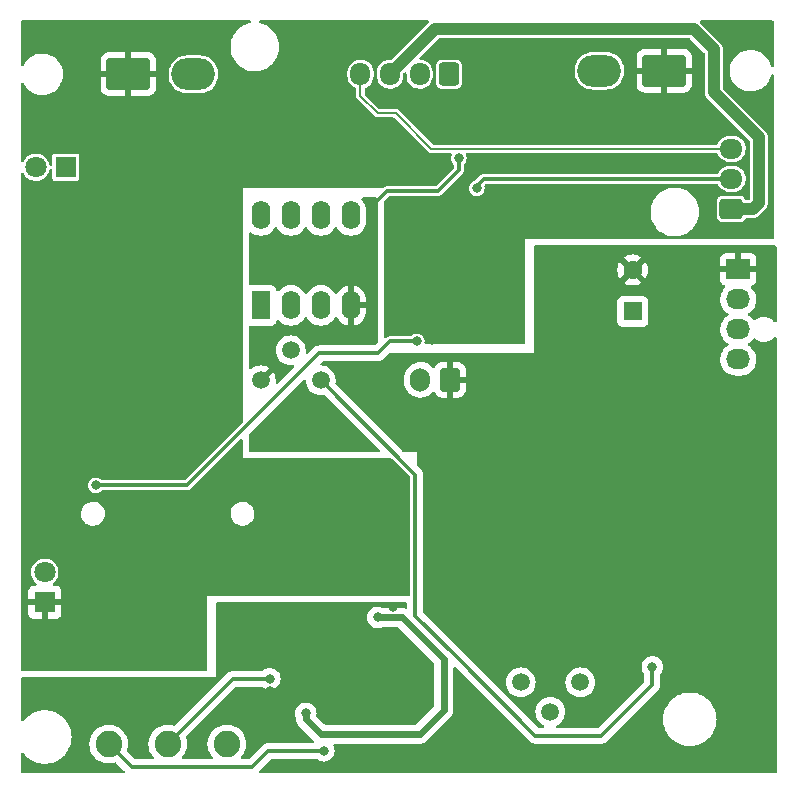
<source format=gbl>
G04 #@! TF.GenerationSoftware,KiCad,Pcbnew,(6.0.5)*
G04 #@! TF.CreationDate,2023-08-18T19:29:43-04:00*
G04 #@! TF.ProjectId,Ki_PCB,4b695f50-4342-42e6-9b69-6361645f7063,rev?*
G04 #@! TF.SameCoordinates,Original*
G04 #@! TF.FileFunction,Copper,L2,Bot*
G04 #@! TF.FilePolarity,Positive*
%FSLAX46Y46*%
G04 Gerber Fmt 4.6, Leading zero omitted, Abs format (unit mm)*
G04 Created by KiCad (PCBNEW (6.0.5)) date 2023-08-18 19:29:43*
%MOMM*%
%LPD*%
G01*
G04 APERTURE LIST*
G04 Aperture macros list*
%AMRoundRect*
0 Rectangle with rounded corners*
0 $1 Rounding radius*
0 $2 $3 $4 $5 $6 $7 $8 $9 X,Y pos of 4 corners*
0 Add a 4 corners polygon primitive as box body*
4,1,4,$2,$3,$4,$5,$6,$7,$8,$9,$2,$3,0*
0 Add four circle primitives for the rounded corners*
1,1,$1+$1,$2,$3*
1,1,$1+$1,$4,$5*
1,1,$1+$1,$6,$7*
1,1,$1+$1,$8,$9*
0 Add four rect primitives between the rounded corners*
20,1,$1+$1,$2,$3,$4,$5,0*
20,1,$1+$1,$4,$5,$6,$7,0*
20,1,$1+$1,$6,$7,$8,$9,0*
20,1,$1+$1,$8,$9,$2,$3,0*%
G04 Aperture macros list end*
G04 #@! TA.AperFunction,ComponentPad*
%ADD10RoundRect,0.250000X0.600000X0.750000X-0.600000X0.750000X-0.600000X-0.750000X0.600000X-0.750000X0*%
G04 #@! TD*
G04 #@! TA.AperFunction,ComponentPad*
%ADD11O,1.700000X2.000000*%
G04 #@! TD*
G04 #@! TA.AperFunction,ComponentPad*
%ADD12C,1.500000*%
G04 #@! TD*
G04 #@! TA.AperFunction,ComponentPad*
%ADD13O,2.030000X1.730000*%
G04 #@! TD*
G04 #@! TA.AperFunction,ComponentPad*
%ADD14R,2.030000X1.730000*%
G04 #@! TD*
G04 #@! TA.AperFunction,ComponentPad*
%ADD15R,1.800000X1.800000*%
G04 #@! TD*
G04 #@! TA.AperFunction,ComponentPad*
%ADD16C,1.800000*%
G04 #@! TD*
G04 #@! TA.AperFunction,ComponentPad*
%ADD17C,2.250000*%
G04 #@! TD*
G04 #@! TA.AperFunction,ComponentPad*
%ADD18R,1.600000X2.400000*%
G04 #@! TD*
G04 #@! TA.AperFunction,ComponentPad*
%ADD19O,1.600000X2.400000*%
G04 #@! TD*
G04 #@! TA.AperFunction,ComponentPad*
%ADD20RoundRect,0.250000X0.725000X-0.600000X0.725000X0.600000X-0.725000X0.600000X-0.725000X-0.600000X0*%
G04 #@! TD*
G04 #@! TA.AperFunction,ComponentPad*
%ADD21O,1.950000X1.700000*%
G04 #@! TD*
G04 #@! TA.AperFunction,ComponentPad*
%ADD22O,3.700000X2.700000*%
G04 #@! TD*
G04 #@! TA.AperFunction,ComponentPad*
%ADD23RoundRect,0.250001X-1.599999X1.099999X-1.599999X-1.099999X1.599999X-1.099999X1.599999X1.099999X0*%
G04 #@! TD*
G04 #@! TA.AperFunction,ComponentPad*
%ADD24R,1.600000X1.600000*%
G04 #@! TD*
G04 #@! TA.AperFunction,ComponentPad*
%ADD25C,1.600000*%
G04 #@! TD*
G04 #@! TA.AperFunction,ComponentPad*
%ADD26RoundRect,0.250001X1.599999X-1.099999X1.599999X1.099999X-1.599999X1.099999X-1.599999X-1.099999X0*%
G04 #@! TD*
G04 #@! TA.AperFunction,ComponentPad*
%ADD27RoundRect,0.250000X0.600000X0.725000X-0.600000X0.725000X-0.600000X-0.725000X0.600000X-0.725000X0*%
G04 #@! TD*
G04 #@! TA.AperFunction,ComponentPad*
%ADD28O,1.700000X1.950000*%
G04 #@! TD*
G04 #@! TA.AperFunction,ViaPad*
%ADD29C,0.800000*%
G04 #@! TD*
G04 #@! TA.AperFunction,Conductor*
%ADD30C,0.304800*%
G04 #@! TD*
G04 #@! TA.AperFunction,Conductor*
%ADD31C,1.000000*%
G04 #@! TD*
G04 #@! TA.AperFunction,Conductor*
%ADD32C,0.600000*%
G04 #@! TD*
G04 #@! TA.AperFunction,Conductor*
%ADD33C,0.200000*%
G04 #@! TD*
G04 APERTURE END LIST*
D10*
X109286851Y-109001987D03*
D11*
X106786851Y-109001987D03*
D12*
X115295851Y-134613336D03*
X117795851Y-137113336D03*
X120345851Y-134613336D03*
D13*
X133716851Y-107269987D03*
X133716851Y-104729987D03*
X133716851Y-102189987D03*
D14*
X133716851Y-99649987D03*
D15*
X74996851Y-127848987D03*
D16*
X74996851Y-125308987D03*
D17*
X80410851Y-139843487D03*
X85410851Y-139843487D03*
X90410851Y-139843487D03*
D18*
X93294851Y-102712987D03*
D19*
X95834851Y-102712987D03*
X98374851Y-102712987D03*
X100914851Y-102712987D03*
X100914851Y-95092987D03*
X98374851Y-95092987D03*
X95834851Y-95092987D03*
X93294851Y-95092987D03*
D15*
X76774851Y-91013987D03*
D16*
X74234851Y-91013987D03*
D20*
X133116851Y-94529987D03*
D21*
X133116851Y-91989987D03*
X133116851Y-89449987D03*
D12*
X98364851Y-109047987D03*
X95824851Y-106507987D03*
X93284851Y-109047987D03*
D22*
X121956851Y-82829987D03*
D23*
X127456851Y-82829987D03*
D24*
X124780851Y-103207638D03*
D25*
X124780851Y-99707638D03*
D22*
X87581851Y-83139987D03*
D26*
X82081851Y-83139987D03*
D27*
X109226851Y-83125987D03*
D28*
X106726851Y-83125987D03*
X104226851Y-83125987D03*
X101726851Y-83125987D03*
D29*
X111572851Y-92791987D03*
X112842851Y-92918987D03*
X108016851Y-99649987D03*
X81854851Y-98379987D03*
X74488851Y-97109987D03*
X107762851Y-105618987D03*
X81346851Y-92791987D03*
X115636851Y-91013987D03*
X115636851Y-92918987D03*
X79822851Y-94061987D03*
X104460851Y-92029987D03*
X78044851Y-117937987D03*
X112842851Y-91013987D03*
X97856851Y-116159987D03*
X102936851Y-122509987D03*
X112842851Y-102697987D03*
X99126851Y-122509987D03*
X103190851Y-129113987D03*
X97094851Y-137241987D03*
X94046851Y-134320987D03*
X121986851Y-112349987D03*
X115255851Y-119333336D03*
X110556851Y-112349987D03*
X116906851Y-122763987D03*
X74996851Y-135463987D03*
X117160851Y-126319987D03*
X105476851Y-131399987D03*
X94046851Y-135320490D03*
X101158851Y-113619987D03*
X110048851Y-90251987D03*
X134686851Y-119969987D03*
X96332851Y-139273987D03*
X96332851Y-98125987D03*
X97856851Y-129113987D03*
X104206851Y-137749987D03*
X94046851Y-113619987D03*
X99380851Y-98125987D03*
X91760851Y-136987987D03*
X101666851Y-140289987D03*
X97094851Y-135971987D03*
X104460851Y-128214487D03*
X121986851Y-117429987D03*
X93792851Y-99395987D03*
X111826851Y-139019987D03*
X85156851Y-135209987D03*
X134686851Y-109809987D03*
X95062851Y-141559987D03*
X134686851Y-130129987D03*
X102428851Y-99141987D03*
X134686851Y-135209987D03*
X110556851Y-117429987D03*
X116906851Y-112857987D03*
X107254851Y-134193987D03*
X134686851Y-114889987D03*
X115382851Y-117175987D03*
X99888851Y-141062087D03*
X134686851Y-125049987D03*
X113096851Y-117429987D03*
X134686851Y-140289987D03*
X94808851Y-139273987D03*
X126431851Y-133304987D03*
X98618851Y-140416987D03*
X79314851Y-117937987D03*
X106492851Y-105745987D03*
D30*
X87061851Y-117937987D02*
X79314851Y-117937987D01*
X98237851Y-106761987D02*
X87061851Y-117937987D01*
X103190851Y-106761987D02*
X98237851Y-106761987D01*
X104206851Y-105745987D02*
X103190851Y-106761987D01*
X106492851Y-105745987D02*
X104206851Y-105745987D01*
X111572851Y-92585351D02*
X111572851Y-92791987D01*
X112168215Y-91989987D02*
X111572851Y-92585351D01*
X133116851Y-91989987D02*
X112168215Y-91989987D01*
D31*
X134940851Y-94529987D02*
X133116851Y-94529987D01*
X135448851Y-94021987D02*
X134940851Y-94529987D01*
X135448851Y-88473987D02*
X135448851Y-94021987D01*
X131638851Y-84663987D02*
X135448851Y-88473987D01*
X131638851Y-81029725D02*
X131638851Y-84663987D01*
X129939113Y-79329987D02*
X131638851Y-81029725D01*
X108022851Y-79329987D02*
X129939113Y-79329987D01*
X104226851Y-83125987D02*
X108022851Y-79329987D01*
D32*
X97094851Y-137241987D02*
X97094851Y-137749987D01*
X108778851Y-136987987D02*
X108778851Y-132669987D01*
X108778851Y-132669987D02*
X105222851Y-129113987D01*
X106746851Y-139019987D02*
X108778851Y-136987987D01*
X98364851Y-139019987D02*
X106746851Y-139019987D01*
X105222851Y-129113987D02*
X103190851Y-129113987D01*
X97094851Y-137749987D02*
X98364851Y-139019987D01*
D30*
X94046851Y-134320987D02*
X90933351Y-134320987D01*
X90933351Y-134320987D02*
X85410851Y-139843487D01*
X102936851Y-97363987D02*
X102936851Y-94061987D01*
X110048851Y-91267987D02*
X110048851Y-90251987D01*
X103952851Y-93045987D02*
X108270851Y-93045987D01*
X102936851Y-94061987D02*
X103952851Y-93045987D01*
X100914851Y-102712987D02*
X100914851Y-99385987D01*
X100914851Y-99385987D02*
X102936851Y-97363987D01*
X108270851Y-93045987D02*
X110048851Y-91267987D01*
X106365851Y-117048987D02*
X106365851Y-118318987D01*
X106365851Y-118318987D02*
X106365851Y-128986987D01*
X106365851Y-128986987D02*
X109794851Y-132415987D01*
X122113851Y-139146987D02*
X126431851Y-134828987D01*
X116525851Y-139146987D02*
X118430851Y-139146987D01*
X126431851Y-134828987D02*
X126431851Y-133304987D01*
X98364851Y-109047987D02*
X106365851Y-117048987D01*
X109794851Y-132415987D02*
X116525851Y-139146987D01*
X118430851Y-139146987D02*
X122113851Y-139146987D01*
D33*
X101726851Y-83125987D02*
X101726851Y-84977987D01*
X104714851Y-86441987D02*
X107722851Y-89449987D01*
X107722851Y-89449987D02*
X133116851Y-89449987D01*
X101726851Y-84977987D02*
X103190851Y-86441987D01*
X103190851Y-86441987D02*
X104714851Y-86441987D01*
D30*
X82381351Y-141813987D02*
X92522851Y-141813987D01*
X92522851Y-141813987D02*
X93919851Y-140416987D01*
X93919851Y-140416987D02*
X98618851Y-140416987D01*
X80410851Y-139843487D02*
X82381351Y-141813987D01*
G04 #@! TA.AperFunction,Conductor*
G36*
X86059710Y-138259974D02*
G01*
X85997398Y-138294000D01*
X85926757Y-138287680D01*
X85926472Y-138288556D01*
X85922645Y-138287313D01*
X85922404Y-138287291D01*
X85921767Y-138287027D01*
X85921762Y-138287025D01*
X85917191Y-138285132D01*
X85825288Y-138263068D01*
X85671990Y-138226264D01*
X85671984Y-138226263D01*
X85667177Y-138225109D01*
X85410851Y-138204936D01*
X85154525Y-138225109D01*
X85149718Y-138226263D01*
X85149712Y-138226264D01*
X84996414Y-138263068D01*
X84904511Y-138285132D01*
X84899940Y-138287025D01*
X84899938Y-138287026D01*
X84671538Y-138381632D01*
X84671534Y-138381634D01*
X84666964Y-138383527D01*
X84447735Y-138517871D01*
X84252220Y-138684856D01*
X84085235Y-138880371D01*
X83950891Y-139099600D01*
X83948998Y-139104170D01*
X83948996Y-139104174D01*
X83886870Y-139254160D01*
X83852496Y-139337147D01*
X83851341Y-139341959D01*
X83802496Y-139545413D01*
X83792473Y-139587161D01*
X83772300Y-139843487D01*
X83792473Y-140099813D01*
X83793627Y-140104620D01*
X83793628Y-140104626D01*
X83816773Y-140201031D01*
X83852496Y-140349827D01*
X83854389Y-140354396D01*
X83854390Y-140354400D01*
X83946005Y-140575577D01*
X83950891Y-140587374D01*
X84085235Y-140806603D01*
X84088451Y-140810368D01*
X84203656Y-140945257D01*
X84232687Y-141010047D01*
X84222082Y-141080247D01*
X84175207Y-141133569D01*
X84107845Y-141153087D01*
X82707294Y-141153087D01*
X82639173Y-141133085D01*
X82618199Y-141116182D01*
X81994363Y-140492346D01*
X81960337Y-140430034D01*
X81966661Y-140359390D01*
X81965783Y-140359105D01*
X81967030Y-140355269D01*
X81967051Y-140355029D01*
X81969206Y-140349827D01*
X81970361Y-140345018D01*
X82028074Y-140104626D01*
X82028075Y-140104620D01*
X82029229Y-140099813D01*
X82049402Y-139843487D01*
X82029229Y-139587161D01*
X82019207Y-139545413D01*
X81970361Y-139341959D01*
X81969206Y-139337147D01*
X81934832Y-139254160D01*
X81872706Y-139104174D01*
X81872704Y-139104170D01*
X81870811Y-139099600D01*
X81736467Y-138880371D01*
X81569482Y-138684856D01*
X81373967Y-138517871D01*
X81154738Y-138383527D01*
X81150168Y-138381634D01*
X81150164Y-138381632D01*
X80921764Y-138287026D01*
X80921762Y-138287025D01*
X80917191Y-138285132D01*
X80825288Y-138263068D01*
X80671990Y-138226264D01*
X80671984Y-138226263D01*
X80667177Y-138225109D01*
X80410851Y-138204936D01*
X80154525Y-138225109D01*
X80149718Y-138226263D01*
X80149712Y-138226264D01*
X79996414Y-138263068D01*
X79904511Y-138285132D01*
X79899940Y-138287025D01*
X79899938Y-138287026D01*
X79671538Y-138381632D01*
X79671534Y-138381634D01*
X79666964Y-138383527D01*
X79447735Y-138517871D01*
X79252220Y-138684856D01*
X79085235Y-138880371D01*
X78950891Y-139099600D01*
X78948998Y-139104170D01*
X78948996Y-139104174D01*
X78886870Y-139254160D01*
X78852496Y-139337147D01*
X78851341Y-139341959D01*
X78802496Y-139545413D01*
X78792473Y-139587161D01*
X78772300Y-139843487D01*
X78792473Y-140099813D01*
X78793627Y-140104620D01*
X78793628Y-140104626D01*
X78816773Y-140201031D01*
X78852496Y-140349827D01*
X78854389Y-140354396D01*
X78854390Y-140354400D01*
X78946005Y-140575577D01*
X78950891Y-140587374D01*
X79085235Y-140806603D01*
X79252220Y-141002118D01*
X79447735Y-141169103D01*
X79666964Y-141303447D01*
X79671534Y-141305340D01*
X79671538Y-141305342D01*
X79899938Y-141399948D01*
X79904511Y-141401842D01*
X79991353Y-141422691D01*
X80149712Y-141460710D01*
X80149718Y-141460711D01*
X80154525Y-141461865D01*
X80410851Y-141482038D01*
X80667177Y-141461865D01*
X80671984Y-141460711D01*
X80671990Y-141460710D01*
X80830349Y-141422691D01*
X80917191Y-141401842D01*
X80922396Y-141399686D01*
X80922655Y-141399658D01*
X80926472Y-141398418D01*
X80926733Y-141399220D01*
X80992985Y-141392097D01*
X81059709Y-141426999D01*
X81739102Y-142106391D01*
X81773127Y-142168704D01*
X81768063Y-142239519D01*
X81725516Y-142296355D01*
X81658996Y-142321166D01*
X81650007Y-142321487D01*
X73091351Y-142321487D01*
X73023230Y-142301485D01*
X72976737Y-142247829D01*
X72965351Y-142195487D01*
X72965351Y-140690191D01*
X72985353Y-140622070D01*
X73039009Y-140575577D01*
X73109283Y-140565473D01*
X73173863Y-140594967D01*
X73196114Y-140620187D01*
X73201218Y-140627825D01*
X73203932Y-140630919D01*
X73203936Y-140630925D01*
X73323107Y-140766812D01*
X73396424Y-140850414D01*
X73399513Y-140853123D01*
X73615913Y-141042902D01*
X73615919Y-141042906D01*
X73619013Y-141045620D01*
X73622439Y-141047909D01*
X73622444Y-141047913D01*
X73749914Y-141133085D01*
X73865178Y-141210102D01*
X73868877Y-141211926D01*
X73868882Y-141211929D01*
X74005164Y-141279135D01*
X74130706Y-141341046D01*
X74134611Y-141342371D01*
X74134612Y-141342372D01*
X74407141Y-141434883D01*
X74407145Y-141434884D01*
X74411054Y-141436211D01*
X74415098Y-141437015D01*
X74415104Y-141437017D01*
X74697386Y-141493167D01*
X74697392Y-141493168D01*
X74701425Y-141493970D01*
X74705530Y-141494239D01*
X74705537Y-141494240D01*
X74992732Y-141513063D01*
X74996851Y-141513333D01*
X75000970Y-141513063D01*
X75288165Y-141494240D01*
X75288172Y-141494239D01*
X75292277Y-141493970D01*
X75296310Y-141493168D01*
X75296316Y-141493167D01*
X75578598Y-141437017D01*
X75578604Y-141437015D01*
X75582648Y-141436211D01*
X75586557Y-141434884D01*
X75586561Y-141434883D01*
X75859090Y-141342372D01*
X75859091Y-141342371D01*
X75862996Y-141341046D01*
X75988538Y-141279135D01*
X76124820Y-141211929D01*
X76124825Y-141211926D01*
X76128524Y-141210102D01*
X76243788Y-141133085D01*
X76371258Y-141047913D01*
X76371263Y-141047909D01*
X76374689Y-141045620D01*
X76377783Y-141042906D01*
X76377789Y-141042902D01*
X76594189Y-140853123D01*
X76597278Y-140850414D01*
X76670595Y-140766812D01*
X76789766Y-140630925D01*
X76789770Y-140630919D01*
X76792484Y-140627825D01*
X76796330Y-140622070D01*
X76954672Y-140385093D01*
X76956966Y-140381660D01*
X76967949Y-140359390D01*
X77086086Y-140119830D01*
X77087910Y-140116132D01*
X77093450Y-140099813D01*
X77181747Y-139839697D01*
X77181748Y-139839693D01*
X77183075Y-139835784D01*
X77215136Y-139674605D01*
X77240031Y-139549452D01*
X77240032Y-139549446D01*
X77240834Y-139545413D01*
X77260197Y-139249987D01*
X77240834Y-138954561D01*
X77226916Y-138884588D01*
X77183881Y-138668240D01*
X77183879Y-138668234D01*
X77183075Y-138664190D01*
X77132530Y-138515287D01*
X77089236Y-138387748D01*
X77089235Y-138387747D01*
X77087910Y-138383842D01*
X77010201Y-138226264D01*
X76958793Y-138122018D01*
X76958790Y-138122013D01*
X76956966Y-138118314D01*
X76833919Y-137934161D01*
X76794777Y-137875580D01*
X76794771Y-137875572D01*
X76792484Y-137872149D01*
X76789770Y-137869055D01*
X76789766Y-137869049D01*
X76599987Y-137652649D01*
X76597278Y-137649560D01*
X76594189Y-137646851D01*
X76377789Y-137457072D01*
X76377783Y-137457068D01*
X76374689Y-137454354D01*
X76371263Y-137452065D01*
X76371258Y-137452061D01*
X76131957Y-137292166D01*
X76128524Y-137289872D01*
X76124825Y-137288048D01*
X76124820Y-137288045D01*
X75988538Y-137220839D01*
X75862996Y-137158928D01*
X75859090Y-137157602D01*
X75586561Y-137065091D01*
X75586557Y-137065090D01*
X75582648Y-137063763D01*
X75578604Y-137062959D01*
X75578598Y-137062957D01*
X75296316Y-137006807D01*
X75296310Y-137006806D01*
X75292277Y-137006004D01*
X75288172Y-137005735D01*
X75288165Y-137005734D01*
X75000970Y-136986911D01*
X74996851Y-136986641D01*
X74992732Y-136986911D01*
X74705537Y-137005734D01*
X74705530Y-137005735D01*
X74701425Y-137006004D01*
X74697392Y-137006806D01*
X74697386Y-137006807D01*
X74415104Y-137062957D01*
X74415098Y-137062959D01*
X74411054Y-137063763D01*
X74407145Y-137065090D01*
X74407141Y-137065091D01*
X74134612Y-137157602D01*
X74130706Y-137158928D01*
X74005164Y-137220839D01*
X73868882Y-137288045D01*
X73868877Y-137288048D01*
X73865178Y-137289872D01*
X73861745Y-137292166D01*
X73622444Y-137452061D01*
X73622439Y-137452065D01*
X73619013Y-137454354D01*
X73615919Y-137457068D01*
X73615913Y-137457072D01*
X73399513Y-137646851D01*
X73396424Y-137649560D01*
X73393715Y-137652649D01*
X73203936Y-137869049D01*
X73203932Y-137869055D01*
X73201218Y-137872149D01*
X73196116Y-137879785D01*
X73141641Y-137925312D01*
X73071198Y-137934161D01*
X73007154Y-137903521D01*
X72969841Y-137843120D01*
X72965351Y-137809783D01*
X72965351Y-134319987D01*
X72985353Y-134251866D01*
X73039009Y-134205373D01*
X73091351Y-134193987D01*
X90125697Y-134193987D01*
X86059710Y-138259974D01*
G37*
G04 #@! TD.AperFunction*
G04 #@! TA.AperFunction,Conductor*
G36*
X91760851Y-138920162D02*
G01*
X91739051Y-138884588D01*
X91736467Y-138880371D01*
X91569482Y-138684856D01*
X91373967Y-138517871D01*
X91154738Y-138383527D01*
X91150168Y-138381634D01*
X91150164Y-138381632D01*
X90921764Y-138287026D01*
X90921762Y-138287025D01*
X90917191Y-138285132D01*
X90825288Y-138263068D01*
X90671990Y-138226264D01*
X90671984Y-138226263D01*
X90667177Y-138225109D01*
X90410851Y-138204936D01*
X90154525Y-138225109D01*
X90149718Y-138226263D01*
X90149712Y-138226264D01*
X89996414Y-138263068D01*
X89904511Y-138285132D01*
X89899940Y-138287025D01*
X89899938Y-138287026D01*
X89671538Y-138381632D01*
X89671534Y-138381634D01*
X89666964Y-138383527D01*
X89447735Y-138517871D01*
X89252220Y-138684856D01*
X89085235Y-138880371D01*
X88950891Y-139099600D01*
X88948998Y-139104170D01*
X88948996Y-139104174D01*
X88886870Y-139254160D01*
X88852496Y-139337147D01*
X88851341Y-139341959D01*
X88802496Y-139545413D01*
X88792473Y-139587161D01*
X88772300Y-139843487D01*
X88792473Y-140099813D01*
X88793627Y-140104620D01*
X88793628Y-140104626D01*
X88816773Y-140201031D01*
X88852496Y-140349827D01*
X88854389Y-140354396D01*
X88854390Y-140354400D01*
X88946005Y-140575577D01*
X88950891Y-140587374D01*
X89085235Y-140806603D01*
X89088451Y-140810368D01*
X89203656Y-140945257D01*
X89232687Y-141010047D01*
X89222082Y-141080247D01*
X89175207Y-141133569D01*
X89107845Y-141153087D01*
X86713857Y-141153087D01*
X86645736Y-141133085D01*
X86599243Y-141079429D01*
X86589139Y-141009155D01*
X86618046Y-140945257D01*
X86733251Y-140810368D01*
X86736467Y-140806603D01*
X86870811Y-140587374D01*
X86875698Y-140575577D01*
X86967312Y-140354400D01*
X86967313Y-140354396D01*
X86969206Y-140349827D01*
X87004929Y-140201031D01*
X87028074Y-140104626D01*
X87028075Y-140104620D01*
X87029229Y-140099813D01*
X87049402Y-139843487D01*
X87029229Y-139587161D01*
X87019207Y-139545413D01*
X86970361Y-139341959D01*
X86969206Y-139337147D01*
X86967047Y-139331934D01*
X86967019Y-139331673D01*
X86965782Y-139327866D01*
X86966582Y-139327606D01*
X86959462Y-139261343D01*
X86994364Y-139194628D01*
X91170200Y-135018792D01*
X91232512Y-134984766D01*
X91259295Y-134981887D01*
X91760851Y-134981887D01*
X91760851Y-138920162D01*
G37*
G04 #@! TD.AperFunction*
G04 #@! TA.AperFunction,Conductor*
G36*
X136890472Y-97637989D02*
G01*
X136936965Y-97691645D01*
X136948351Y-97743987D01*
X136948351Y-104015529D01*
X136928349Y-104083650D01*
X136874693Y-104130143D01*
X136804419Y-104140247D01*
X136739839Y-104110753D01*
X136724155Y-104094481D01*
X136640645Y-103990616D01*
X136640640Y-103990611D01*
X136636780Y-103985810D01*
X136624222Y-103975272D01*
X136482480Y-103856337D01*
X136477762Y-103852378D01*
X136472370Y-103849414D01*
X136472366Y-103849411D01*
X136301253Y-103755341D01*
X136295856Y-103752374D01*
X136097990Y-103689608D01*
X136091873Y-103688922D01*
X136091869Y-103688921D01*
X136015253Y-103680328D01*
X135936438Y-103671487D01*
X135824614Y-103671487D01*
X135821558Y-103671787D01*
X135821551Y-103671787D01*
X135676385Y-103686021D01*
X135676382Y-103686022D01*
X135670259Y-103686622D01*
X135538305Y-103726461D01*
X135477444Y-103744835D01*
X135477441Y-103744836D01*
X135471536Y-103746619D01*
X135466091Y-103749514D01*
X135466089Y-103749515D01*
X135293698Y-103841178D01*
X135293696Y-103841179D01*
X135288252Y-103844074D01*
X135164369Y-103945111D01*
X135098938Y-103972664D01*
X135028997Y-103960469D01*
X134983091Y-103921843D01*
X134980638Y-103917800D01*
X134837088Y-103752374D01*
X134831369Y-103745783D01*
X134831367Y-103745781D01*
X134827869Y-103741750D01*
X134766550Y-103691471D01*
X134651751Y-103597341D01*
X134651745Y-103597337D01*
X134647623Y-103593957D01*
X134603853Y-103569042D01*
X134554547Y-103517960D01*
X134540685Y-103448330D01*
X134566668Y-103382259D01*
X134595816Y-103355022D01*
X134730603Y-103264278D01*
X134899261Y-103103386D01*
X135038399Y-102916378D01*
X135052871Y-102887915D01*
X135093775Y-102807462D01*
X135144039Y-102708599D01*
X135213161Y-102485992D01*
X135237126Y-102305178D01*
X135243087Y-102260206D01*
X135243087Y-102260202D01*
X135243787Y-102254922D01*
X135235042Y-102021994D01*
X135187177Y-101793870D01*
X135177036Y-101768190D01*
X135134892Y-101661476D01*
X135101559Y-101577073D01*
X135033463Y-101464853D01*
X134983406Y-101382361D01*
X134983404Y-101382358D01*
X134980638Y-101377800D01*
X134977137Y-101373765D01*
X134828705Y-101202712D01*
X134799165Y-101138153D01*
X134809219Y-101067872D01*
X134855674Y-101014183D01*
X134879640Y-101002150D01*
X134969905Y-100968311D01*
X134985500Y-100959773D01*
X135087575Y-100883272D01*
X135100136Y-100870711D01*
X135176637Y-100768636D01*
X135185175Y-100753041D01*
X135230329Y-100632593D01*
X135233956Y-100617338D01*
X135239482Y-100566473D01*
X135239851Y-100559659D01*
X135239851Y-99922102D01*
X135235376Y-99906863D01*
X135233986Y-99905658D01*
X135226303Y-99903987D01*
X132211967Y-99903987D01*
X132196728Y-99908462D01*
X132195523Y-99909852D01*
X132193852Y-99917535D01*
X132193852Y-100559656D01*
X132194222Y-100566477D01*
X132199746Y-100617339D01*
X132203372Y-100632591D01*
X132248527Y-100753041D01*
X132257065Y-100768636D01*
X132333566Y-100870711D01*
X132346127Y-100883272D01*
X132448202Y-100959773D01*
X132463797Y-100968311D01*
X132558423Y-101003785D01*
X132615187Y-101046427D01*
X132639887Y-101112988D01*
X132624679Y-101182337D01*
X132601164Y-101212937D01*
X132538303Y-101272903D01*
X132538298Y-101272908D01*
X132534441Y-101276588D01*
X132395303Y-101463596D01*
X132392887Y-101468347D01*
X132392885Y-101468351D01*
X132342483Y-101567485D01*
X132289663Y-101671375D01*
X132220541Y-101893982D01*
X132219840Y-101899271D01*
X132194499Y-102090468D01*
X132189915Y-102125052D01*
X132198660Y-102357980D01*
X132246525Y-102586104D01*
X132332143Y-102802901D01*
X132334911Y-102807462D01*
X132442705Y-102985102D01*
X132453064Y-103002174D01*
X132456559Y-103006202D01*
X132456560Y-103006203D01*
X132596399Y-103167352D01*
X132605833Y-103178224D01*
X132609964Y-103181611D01*
X132781951Y-103322633D01*
X132781957Y-103322637D01*
X132786079Y-103326017D01*
X132790717Y-103328657D01*
X132829849Y-103350932D01*
X132879155Y-103402014D01*
X132893017Y-103471644D01*
X132867034Y-103537715D01*
X132837886Y-103564952D01*
X132703099Y-103655696D01*
X132699242Y-103659375D01*
X132699240Y-103659377D01*
X132671310Y-103686021D01*
X132534441Y-103816588D01*
X132531258Y-103820865D01*
X132531258Y-103820866D01*
X132513991Y-103844074D01*
X132395303Y-104003596D01*
X132392887Y-104008347D01*
X132392885Y-104008351D01*
X132349095Y-104094481D01*
X132289663Y-104211375D01*
X132220541Y-104433982D01*
X132219840Y-104439271D01*
X132206146Y-104542594D01*
X132189915Y-104665052D01*
X132190115Y-104670381D01*
X132190115Y-104670382D01*
X132193672Y-104765111D01*
X132198660Y-104897980D01*
X132246525Y-105126104D01*
X132248483Y-105131063D01*
X132248484Y-105131065D01*
X132280090Y-105211095D01*
X132332143Y-105342901D01*
X132381737Y-105424630D01*
X132422151Y-105491230D01*
X132453064Y-105542174D01*
X132456559Y-105546202D01*
X132456560Y-105546203D01*
X132598231Y-105709463D01*
X132605833Y-105718224D01*
X132609964Y-105721611D01*
X132781951Y-105862633D01*
X132781957Y-105862637D01*
X132786079Y-105866017D01*
X132812965Y-105881321D01*
X132829849Y-105890932D01*
X132879155Y-105942014D01*
X132893017Y-106011644D01*
X132867034Y-106077715D01*
X132837886Y-106104952D01*
X132804093Y-106127703D01*
X132713127Y-106188945D01*
X132703099Y-106195696D01*
X132699242Y-106199375D01*
X132699240Y-106199377D01*
X132668239Y-106228951D01*
X132534441Y-106356588D01*
X132395303Y-106543596D01*
X132289663Y-106751375D01*
X132220541Y-106973982D01*
X132219840Y-106979271D01*
X132198585Y-107139640D01*
X132189915Y-107205052D01*
X132190115Y-107210381D01*
X132190115Y-107210382D01*
X132192030Y-107261376D01*
X132198660Y-107437980D01*
X132246525Y-107666104D01*
X132248483Y-107671063D01*
X132248484Y-107671065D01*
X132280677Y-107752581D01*
X132332143Y-107882901D01*
X132385670Y-107971112D01*
X132450205Y-108077462D01*
X132453064Y-108082174D01*
X132456559Y-108086202D01*
X132456560Y-108086203D01*
X132586504Y-108235949D01*
X132605833Y-108258224D01*
X132609964Y-108261611D01*
X132781951Y-108402633D01*
X132781957Y-108402637D01*
X132786079Y-108406017D01*
X132988651Y-108521327D01*
X132993667Y-108523148D01*
X132993672Y-108523150D01*
X133202739Y-108599038D01*
X133202743Y-108599039D01*
X133207754Y-108600858D01*
X133213003Y-108601807D01*
X133213006Y-108601808D01*
X133433042Y-108641597D01*
X133433049Y-108641598D01*
X133437126Y-108642335D01*
X133455050Y-108643180D01*
X133460065Y-108643417D01*
X133460072Y-108643417D01*
X133461553Y-108643487D01*
X133925378Y-108643487D01*
X134099108Y-108628746D01*
X134104272Y-108627406D01*
X134104276Y-108627405D01*
X134319559Y-108571528D01*
X134319563Y-108571526D01*
X134324724Y-108570187D01*
X134348378Y-108559532D01*
X134532387Y-108476642D01*
X134532390Y-108476641D01*
X134537248Y-108474452D01*
X134730603Y-108344278D01*
X134899261Y-108183386D01*
X135038399Y-107996378D01*
X135045478Y-107982456D01*
X135093775Y-107887462D01*
X135144039Y-107788599D01*
X135213161Y-107565992D01*
X135214217Y-107558024D01*
X135243087Y-107340206D01*
X135243087Y-107340202D01*
X135243787Y-107334922D01*
X135235042Y-107101994D01*
X135187177Y-106873870D01*
X135101559Y-106657073D01*
X134980638Y-106457800D01*
X134896523Y-106360866D01*
X134831369Y-106285783D01*
X134831367Y-106285781D01*
X134827869Y-106281750D01*
X134758747Y-106225073D01*
X134651751Y-106137341D01*
X134651745Y-106137337D01*
X134647623Y-106133957D01*
X134603853Y-106109042D01*
X134554547Y-106057960D01*
X134540685Y-105988330D01*
X134566668Y-105922259D01*
X134595816Y-105895022D01*
X134678619Y-105839276D01*
X134726177Y-105807258D01*
X134726179Y-105807256D01*
X134730603Y-105804278D01*
X134899261Y-105643386D01*
X134917557Y-105618796D01*
X134980689Y-105533943D01*
X135037399Y-105491230D01*
X135108200Y-105485957D01*
X135162769Y-105512635D01*
X135271216Y-105603633D01*
X135271222Y-105603637D01*
X135275940Y-105607596D01*
X135281332Y-105610560D01*
X135281336Y-105610563D01*
X135429564Y-105692052D01*
X135457846Y-105707600D01*
X135655712Y-105770366D01*
X135661829Y-105771052D01*
X135661833Y-105771053D01*
X135738449Y-105779646D01*
X135817264Y-105788487D01*
X135929088Y-105788487D01*
X135932144Y-105788187D01*
X135932151Y-105788187D01*
X136077317Y-105773953D01*
X136077320Y-105773952D01*
X136083443Y-105773352D01*
X136215397Y-105733513D01*
X136276258Y-105715139D01*
X136276261Y-105715138D01*
X136282166Y-105713355D01*
X136289486Y-105709463D01*
X136460004Y-105618796D01*
X136460006Y-105618795D01*
X136465450Y-105615900D01*
X136561440Y-105537613D01*
X136621540Y-105488597D01*
X136621543Y-105488594D01*
X136626315Y-105484702D01*
X136725269Y-105365088D01*
X136784100Y-105325352D01*
X136855078Y-105323731D01*
X136915666Y-105360740D01*
X136946626Y-105424630D01*
X136948351Y-105445406D01*
X136948351Y-142195487D01*
X136928349Y-142263608D01*
X136874693Y-142310101D01*
X136822351Y-142321487D01*
X93254195Y-142321487D01*
X93186074Y-142301485D01*
X93139581Y-142247829D01*
X93129477Y-142177555D01*
X93158971Y-142112975D01*
X93165100Y-142106392D01*
X94156700Y-141114792D01*
X94219012Y-141080766D01*
X94245795Y-141077887D01*
X97941930Y-141077887D01*
X98010051Y-141097889D01*
X98015991Y-141101951D01*
X98086374Y-141153087D01*
X98162099Y-141208105D01*
X98168127Y-141210789D01*
X98168129Y-141210790D01*
X98197784Y-141223993D01*
X98336563Y-141285781D01*
X98429964Y-141305634D01*
X98516907Y-141324115D01*
X98516912Y-141324115D01*
X98523364Y-141325487D01*
X98714338Y-141325487D01*
X98720790Y-141324115D01*
X98720795Y-141324115D01*
X98807738Y-141305634D01*
X98901139Y-141285781D01*
X99039918Y-141223993D01*
X99069573Y-141210790D01*
X99069575Y-141210789D01*
X99075603Y-141208105D01*
X99230104Y-141095853D01*
X99234526Y-141090942D01*
X99353472Y-140958839D01*
X99353473Y-140958838D01*
X99357891Y-140953931D01*
X99453378Y-140788543D01*
X99512393Y-140606915D01*
X99532355Y-140416987D01*
X99512393Y-140227059D01*
X99453378Y-140045431D01*
X99437245Y-140017487D01*
X99420506Y-139948493D01*
X99443725Y-139881401D01*
X99499532Y-139837513D01*
X99546363Y-139828487D01*
X106737637Y-139828487D01*
X106738957Y-139828494D01*
X106829072Y-139829438D01*
X106871448Y-139820276D01*
X106884014Y-139818218D01*
X106927106Y-139813384D01*
X106933757Y-139811068D01*
X106933761Y-139811067D01*
X106958781Y-139802354D01*
X106973593Y-139798191D01*
X106999470Y-139792596D01*
X107006361Y-139791106D01*
X107045664Y-139772779D01*
X107057440Y-139767997D01*
X107098403Y-139753732D01*
X107104378Y-139749998D01*
X107104381Y-139749997D01*
X107126846Y-139735960D01*
X107140363Y-139728621D01*
X107164365Y-139717428D01*
X107164366Y-139717427D01*
X107170753Y-139714449D01*
X107179315Y-139707808D01*
X107205004Y-139687881D01*
X107215463Y-139680585D01*
X107246255Y-139661345D01*
X107246258Y-139661343D01*
X107252227Y-139657613D01*
X107265534Y-139644399D01*
X107281030Y-139629011D01*
X107281655Y-139628426D01*
X107282321Y-139627909D01*
X107308311Y-139601919D01*
X107380933Y-139529802D01*
X107381591Y-139528765D01*
X107382694Y-139527536D01*
X109344009Y-137566221D01*
X109344946Y-137565293D01*
X109404326Y-137507144D01*
X109404327Y-137507143D01*
X109409358Y-137502216D01*
X109432849Y-137465766D01*
X109440268Y-137455441D01*
X109467327Y-137421544D01*
X109481924Y-137391349D01*
X109489453Y-137377932D01*
X109503799Y-137355671D01*
X109507616Y-137349749D01*
X109510024Y-137343132D01*
X109510027Y-137343127D01*
X109522443Y-137309014D01*
X109527404Y-137297271D01*
X109543205Y-137264584D01*
X109543207Y-137264579D01*
X109546272Y-137258238D01*
X109553816Y-137225559D01*
X109558183Y-137210818D01*
X109569654Y-137179302D01*
X109570537Y-137172312D01*
X109570539Y-137172304D01*
X109575089Y-137136286D01*
X109577325Y-137123734D01*
X109585489Y-137088373D01*
X109585489Y-137088370D01*
X109587075Y-137081502D01*
X109587217Y-137040931D01*
X109587246Y-137040049D01*
X109587351Y-137039218D01*
X109587351Y-137002415D01*
X109587708Y-136900117D01*
X109587440Y-136898917D01*
X109587351Y-136897280D01*
X109587351Y-133447331D01*
X109607353Y-133379210D01*
X109661009Y-133332717D01*
X109731283Y-133322613D01*
X109795863Y-133352107D01*
X109802446Y-133358236D01*
X116039244Y-139595034D01*
X116045097Y-139601299D01*
X116080375Y-139641739D01*
X116086586Y-139646104D01*
X116086589Y-139646107D01*
X116128958Y-139675884D01*
X116134253Y-139679817D01*
X116180972Y-139716449D01*
X116187897Y-139719576D01*
X116194074Y-139723317D01*
X116198653Y-139725929D01*
X116205031Y-139729349D01*
X116211248Y-139733718D01*
X116266562Y-139755284D01*
X116272631Y-139757834D01*
X116326763Y-139782276D01*
X116334235Y-139783661D01*
X116341106Y-139785814D01*
X116346242Y-139787277D01*
X116353206Y-139789065D01*
X116360285Y-139791825D01*
X116367817Y-139792817D01*
X116367819Y-139792817D01*
X116393047Y-139796138D01*
X116419151Y-139799574D01*
X116425649Y-139800603D01*
X116484048Y-139811427D01*
X116491628Y-139810990D01*
X116491629Y-139810990D01*
X116541818Y-139808096D01*
X116549071Y-139807887D01*
X122086588Y-139807887D01*
X122095159Y-139808179D01*
X122148694Y-139811829D01*
X122156171Y-139810524D01*
X122156172Y-139810524D01*
X122206822Y-139801684D01*
X122207198Y-139801618D01*
X122213716Y-139800657D01*
X122234090Y-139798191D01*
X122265113Y-139794437D01*
X122265115Y-139794437D01*
X122272656Y-139793524D01*
X122279764Y-139790838D01*
X122286730Y-139789127D01*
X122291919Y-139787708D01*
X122298798Y-139785631D01*
X122306275Y-139784326D01*
X122360646Y-139760458D01*
X122366737Y-139757973D01*
X122371729Y-139756087D01*
X122387846Y-139749997D01*
X122415187Y-139739666D01*
X122415189Y-139739665D01*
X122422292Y-139736981D01*
X122428553Y-139732678D01*
X122434877Y-139729372D01*
X122439649Y-139726716D01*
X122445795Y-139723081D01*
X122452747Y-139720029D01*
X122494644Y-139687881D01*
X122499852Y-139683885D01*
X122505185Y-139680010D01*
X122505466Y-139679817D01*
X122554122Y-139646376D01*
X122592620Y-139603167D01*
X122597600Y-139597892D01*
X124445505Y-137749987D01*
X127343505Y-137749987D01*
X127343775Y-137754106D01*
X127355756Y-137936897D01*
X127362868Y-138045413D01*
X127363670Y-138049446D01*
X127363671Y-138049452D01*
X127415786Y-138311447D01*
X127420627Y-138335784D01*
X127421954Y-138339693D01*
X127421955Y-138339697D01*
X127471648Y-138486087D01*
X127515792Y-138616132D01*
X127549683Y-138684856D01*
X127644244Y-138876606D01*
X127646736Y-138881660D01*
X127649030Y-138885093D01*
X127795415Y-139104174D01*
X127811218Y-139127825D01*
X127813932Y-139130919D01*
X127813936Y-139130925D01*
X127990779Y-139332574D01*
X128006424Y-139350414D01*
X128009513Y-139353123D01*
X128225913Y-139542902D01*
X128225919Y-139542906D01*
X128229013Y-139545620D01*
X128232439Y-139547909D01*
X128232444Y-139547913D01*
X128402208Y-139661345D01*
X128475178Y-139710102D01*
X128478877Y-139711926D01*
X128478882Y-139711929D01*
X128602288Y-139772786D01*
X128740706Y-139841046D01*
X128744611Y-139842371D01*
X128744612Y-139842372D01*
X129017141Y-139934883D01*
X129017145Y-139934884D01*
X129021054Y-139936211D01*
X129025098Y-139937015D01*
X129025104Y-139937017D01*
X129307386Y-139993167D01*
X129307392Y-139993168D01*
X129311425Y-139993970D01*
X129315530Y-139994239D01*
X129315537Y-139994240D01*
X129602732Y-140013063D01*
X129606851Y-140013333D01*
X129610970Y-140013063D01*
X129898165Y-139994240D01*
X129898172Y-139994239D01*
X129902277Y-139993970D01*
X129906310Y-139993168D01*
X129906316Y-139993167D01*
X130188598Y-139937017D01*
X130188604Y-139937015D01*
X130192648Y-139936211D01*
X130196557Y-139934884D01*
X130196561Y-139934883D01*
X130469090Y-139842372D01*
X130469091Y-139842371D01*
X130472996Y-139841046D01*
X130611414Y-139772786D01*
X130734820Y-139711929D01*
X130734825Y-139711926D01*
X130738524Y-139710102D01*
X130811494Y-139661345D01*
X130981258Y-139547913D01*
X130981263Y-139547909D01*
X130984689Y-139545620D01*
X130987783Y-139542906D01*
X130987789Y-139542902D01*
X131204189Y-139353123D01*
X131207278Y-139350414D01*
X131222923Y-139332574D01*
X131399766Y-139130925D01*
X131399770Y-139130919D01*
X131402484Y-139127825D01*
X131418288Y-139104174D01*
X131564672Y-138885093D01*
X131566966Y-138881660D01*
X131569459Y-138876606D01*
X131664019Y-138684856D01*
X131697910Y-138616132D01*
X131742054Y-138486087D01*
X131791747Y-138339697D01*
X131791748Y-138339693D01*
X131793075Y-138335784D01*
X131797916Y-138311447D01*
X131850031Y-138049452D01*
X131850032Y-138049446D01*
X131850834Y-138045413D01*
X131857947Y-137936897D01*
X131869927Y-137754106D01*
X131870197Y-137749987D01*
X131860842Y-137607258D01*
X131851104Y-137458673D01*
X131851103Y-137458666D01*
X131850834Y-137454561D01*
X131847579Y-137438193D01*
X131793881Y-137168240D01*
X131793879Y-137168234D01*
X131793075Y-137164190D01*
X131775813Y-137113336D01*
X131699236Y-136887748D01*
X131699235Y-136887747D01*
X131697910Y-136883842D01*
X131594830Y-136674816D01*
X131568793Y-136622018D01*
X131568790Y-136622013D01*
X131566966Y-136618314D01*
X131493582Y-136508487D01*
X131404777Y-136375580D01*
X131404773Y-136375575D01*
X131402484Y-136372149D01*
X131399770Y-136369055D01*
X131399766Y-136369049D01*
X131209987Y-136152649D01*
X131207278Y-136149560D01*
X131056072Y-136016955D01*
X130987789Y-135957072D01*
X130987783Y-135957068D01*
X130984689Y-135954354D01*
X130981263Y-135952065D01*
X130981258Y-135952061D01*
X130741957Y-135792166D01*
X130738524Y-135789872D01*
X130734825Y-135788048D01*
X130734820Y-135788045D01*
X130564869Y-135704235D01*
X130472996Y-135658928D01*
X130469090Y-135657602D01*
X130196561Y-135565091D01*
X130196557Y-135565090D01*
X130192648Y-135563763D01*
X130188604Y-135562959D01*
X130188598Y-135562957D01*
X129906316Y-135506807D01*
X129906310Y-135506806D01*
X129902277Y-135506004D01*
X129898172Y-135505735D01*
X129898165Y-135505734D01*
X129610970Y-135486911D01*
X129606851Y-135486641D01*
X129602732Y-135486911D01*
X129315537Y-135505734D01*
X129315530Y-135505735D01*
X129311425Y-135506004D01*
X129307392Y-135506806D01*
X129307386Y-135506807D01*
X129025104Y-135562957D01*
X129025098Y-135562959D01*
X129021054Y-135563763D01*
X129017145Y-135565090D01*
X129017141Y-135565091D01*
X128744612Y-135657602D01*
X128740706Y-135658928D01*
X128648833Y-135704235D01*
X128478882Y-135788045D01*
X128478877Y-135788048D01*
X128475178Y-135789872D01*
X128471745Y-135792166D01*
X128232444Y-135952061D01*
X128232439Y-135952065D01*
X128229013Y-135954354D01*
X128225919Y-135957068D01*
X128225913Y-135957072D01*
X128157630Y-136016955D01*
X128006424Y-136149560D01*
X128003715Y-136152649D01*
X127813936Y-136369049D01*
X127813932Y-136369055D01*
X127811218Y-136372149D01*
X127808929Y-136375575D01*
X127808925Y-136375580D01*
X127720120Y-136508487D01*
X127646736Y-136618314D01*
X127644912Y-136622013D01*
X127644909Y-136622018D01*
X127618872Y-136674816D01*
X127515792Y-136883842D01*
X127514467Y-136887747D01*
X127514466Y-136887748D01*
X127437890Y-137113336D01*
X127420627Y-137164190D01*
X127419823Y-137168234D01*
X127419821Y-137168240D01*
X127366124Y-137438193D01*
X127362868Y-137454561D01*
X127362599Y-137458666D01*
X127362598Y-137458673D01*
X127352860Y-137607258D01*
X127343505Y-137749987D01*
X124445505Y-137749987D01*
X126879898Y-135315594D01*
X126886164Y-135309740D01*
X126920876Y-135279459D01*
X126926603Y-135274463D01*
X126960733Y-135225900D01*
X126964665Y-135220605D01*
X126996628Y-135179842D01*
X127001314Y-135173866D01*
X127004440Y-135166942D01*
X127008153Y-135160811D01*
X127010789Y-135156191D01*
X127014211Y-135149809D01*
X127018582Y-135143590D01*
X127040150Y-135088273D01*
X127042705Y-135082194D01*
X127067140Y-135028075D01*
X127068526Y-135020599D01*
X127070681Y-135013721D01*
X127072141Y-135008596D01*
X127073929Y-135001632D01*
X127076689Y-134994553D01*
X127077978Y-134984766D01*
X127084437Y-134935695D01*
X127085469Y-134929176D01*
X127094907Y-134878255D01*
X127096291Y-134870790D01*
X127092960Y-134813019D01*
X127092751Y-134805767D01*
X127092751Y-133977081D01*
X127112753Y-133908960D01*
X127125115Y-133892770D01*
X127166472Y-133846839D01*
X127166473Y-133846838D01*
X127170891Y-133841931D01*
X127234941Y-133730993D01*
X127263074Y-133682266D01*
X127263075Y-133682265D01*
X127266378Y-133676543D01*
X127325393Y-133494915D01*
X127330028Y-133450821D01*
X127344665Y-133311552D01*
X127345355Y-133304987D01*
X127325393Y-133115059D01*
X127266378Y-132933431D01*
X127170891Y-132768043D01*
X127043104Y-132626121D01*
X126888603Y-132513869D01*
X126882575Y-132511185D01*
X126882573Y-132511184D01*
X126720170Y-132438878D01*
X126720169Y-132438878D01*
X126714139Y-132436193D01*
X126620739Y-132416340D01*
X126533795Y-132397859D01*
X126533790Y-132397859D01*
X126527338Y-132396487D01*
X126336364Y-132396487D01*
X126329912Y-132397859D01*
X126329907Y-132397859D01*
X126242963Y-132416340D01*
X126149563Y-132436193D01*
X126143533Y-132438878D01*
X126143532Y-132438878D01*
X125981129Y-132511184D01*
X125981127Y-132511185D01*
X125975099Y-132513869D01*
X125820598Y-132626121D01*
X125692811Y-132768043D01*
X125597324Y-132933431D01*
X125538309Y-133115059D01*
X125518347Y-133304987D01*
X125519037Y-133311552D01*
X125533675Y-133450821D01*
X125538309Y-133494915D01*
X125597324Y-133676543D01*
X125600627Y-133682265D01*
X125600628Y-133682266D01*
X125628761Y-133730993D01*
X125692811Y-133841931D01*
X125697229Y-133846838D01*
X125697230Y-133846839D01*
X125738587Y-133892770D01*
X125769304Y-133956778D01*
X125770951Y-133977081D01*
X125770951Y-134503043D01*
X125750949Y-134571164D01*
X125734046Y-134592138D01*
X121877003Y-138449182D01*
X121814691Y-138483208D01*
X121787908Y-138486087D01*
X118398191Y-138486087D01*
X118330070Y-138466085D01*
X118283577Y-138412429D01*
X118273473Y-138342155D01*
X118302967Y-138277575D01*
X118344941Y-138245892D01*
X118422518Y-138209718D01*
X118422523Y-138209715D01*
X118427505Y-138207392D01*
X118538057Y-138129982D01*
X118603378Y-138084244D01*
X118603380Y-138084242D01*
X118607889Y-138081085D01*
X118763600Y-137925374D01*
X118790362Y-137887155D01*
X118886750Y-137749498D01*
X118886751Y-137749496D01*
X118889907Y-137744989D01*
X118892230Y-137740007D01*
X118892233Y-137740002D01*
X118954132Y-137607258D01*
X118982971Y-137545412D01*
X119039966Y-137332707D01*
X119059158Y-137113336D01*
X119039966Y-136893965D01*
X118982971Y-136681260D01*
X118927882Y-136563121D01*
X118892233Y-136486670D01*
X118892230Y-136486665D01*
X118889907Y-136481683D01*
X118886750Y-136477174D01*
X118766759Y-136305809D01*
X118766757Y-136305806D01*
X118763600Y-136301298D01*
X118607889Y-136145587D01*
X118427505Y-136019280D01*
X118227927Y-135926216D01*
X118015222Y-135869221D01*
X117795851Y-135850029D01*
X117576480Y-135869221D01*
X117363775Y-135926216D01*
X117308350Y-135952061D01*
X117169185Y-136016954D01*
X117169180Y-136016957D01*
X117164198Y-136019280D01*
X117159691Y-136022436D01*
X117159689Y-136022437D01*
X116988324Y-136142428D01*
X116988321Y-136142430D01*
X116983813Y-136145587D01*
X116828102Y-136301298D01*
X116824945Y-136305806D01*
X116824943Y-136305809D01*
X116704952Y-136477174D01*
X116701795Y-136481683D01*
X116699472Y-136486665D01*
X116699469Y-136486670D01*
X116663820Y-136563121D01*
X116608731Y-136681260D01*
X116551736Y-136893965D01*
X116532544Y-137113336D01*
X116551736Y-137332707D01*
X116608731Y-137545412D01*
X116637570Y-137607258D01*
X116699469Y-137740002D01*
X116699472Y-137740007D01*
X116701795Y-137744989D01*
X116704951Y-137749496D01*
X116704952Y-137749498D01*
X116801341Y-137887155D01*
X116828102Y-137925374D01*
X116983813Y-138081085D01*
X116988322Y-138084242D01*
X116988324Y-138084244D01*
X117053645Y-138129982D01*
X117164197Y-138207392D01*
X117169179Y-138209715D01*
X117169184Y-138209718D01*
X117246761Y-138245892D01*
X117300046Y-138292809D01*
X117319507Y-138361086D01*
X117298965Y-138429046D01*
X117244943Y-138475112D01*
X117193511Y-138486087D01*
X116851795Y-138486087D01*
X116783674Y-138466085D01*
X116762700Y-138449182D01*
X112926853Y-134613336D01*
X114032544Y-134613336D01*
X114051736Y-134832707D01*
X114108731Y-135045412D01*
X114151211Y-135136511D01*
X114199469Y-135240002D01*
X114199472Y-135240007D01*
X114201795Y-135244989D01*
X114328102Y-135425374D01*
X114483813Y-135581085D01*
X114664197Y-135707392D01*
X114863775Y-135800456D01*
X115076480Y-135857451D01*
X115295851Y-135876643D01*
X115515222Y-135857451D01*
X115727927Y-135800456D01*
X115927505Y-135707392D01*
X116107889Y-135581085D01*
X116263600Y-135425374D01*
X116389907Y-135244989D01*
X116392230Y-135240007D01*
X116392233Y-135240002D01*
X116440491Y-135136511D01*
X116482971Y-135045412D01*
X116539966Y-134832707D01*
X116559158Y-134613336D01*
X119082544Y-134613336D01*
X119101736Y-134832707D01*
X119158731Y-135045412D01*
X119201211Y-135136511D01*
X119249469Y-135240002D01*
X119249472Y-135240007D01*
X119251795Y-135244989D01*
X119378102Y-135425374D01*
X119533813Y-135581085D01*
X119714197Y-135707392D01*
X119913775Y-135800456D01*
X120126480Y-135857451D01*
X120345851Y-135876643D01*
X120565222Y-135857451D01*
X120777927Y-135800456D01*
X120977505Y-135707392D01*
X121157889Y-135581085D01*
X121313600Y-135425374D01*
X121439907Y-135244989D01*
X121442230Y-135240007D01*
X121442233Y-135240002D01*
X121490491Y-135136511D01*
X121532971Y-135045412D01*
X121589966Y-134832707D01*
X121609158Y-134613336D01*
X121589966Y-134393965D01*
X121532971Y-134181260D01*
X121489436Y-134087898D01*
X121442233Y-133986670D01*
X121442230Y-133986665D01*
X121439907Y-133981683D01*
X121436685Y-133977081D01*
X121316759Y-133805809D01*
X121316757Y-133805806D01*
X121313600Y-133801298D01*
X121157889Y-133645587D01*
X121152940Y-133642121D01*
X120998170Y-133533750D01*
X120977505Y-133519280D01*
X120777927Y-133426216D01*
X120565222Y-133369221D01*
X120345851Y-133350029D01*
X120126480Y-133369221D01*
X119913775Y-133426216D01*
X119858067Y-133452193D01*
X119719185Y-133516954D01*
X119719180Y-133516957D01*
X119714198Y-133519280D01*
X119709691Y-133522436D01*
X119709689Y-133522437D01*
X119538324Y-133642428D01*
X119538321Y-133642430D01*
X119533813Y-133645587D01*
X119378102Y-133801298D01*
X119374945Y-133805806D01*
X119374943Y-133805809D01*
X119255017Y-133977081D01*
X119251795Y-133981683D01*
X119249472Y-133986665D01*
X119249469Y-133986670D01*
X119202266Y-134087898D01*
X119158731Y-134181260D01*
X119101736Y-134393965D01*
X119082544Y-134613336D01*
X116559158Y-134613336D01*
X116539966Y-134393965D01*
X116482971Y-134181260D01*
X116439436Y-134087898D01*
X116392233Y-133986670D01*
X116392230Y-133986665D01*
X116389907Y-133981683D01*
X116386685Y-133977081D01*
X116266759Y-133805809D01*
X116266757Y-133805806D01*
X116263600Y-133801298D01*
X116107889Y-133645587D01*
X116102940Y-133642121D01*
X115948170Y-133533750D01*
X115927505Y-133519280D01*
X115727927Y-133426216D01*
X115515222Y-133369221D01*
X115295851Y-133350029D01*
X115076480Y-133369221D01*
X114863775Y-133426216D01*
X114808067Y-133452193D01*
X114669185Y-133516954D01*
X114669180Y-133516957D01*
X114664198Y-133519280D01*
X114659691Y-133522436D01*
X114659689Y-133522437D01*
X114488324Y-133642428D01*
X114488321Y-133642430D01*
X114483813Y-133645587D01*
X114328102Y-133801298D01*
X114324945Y-133805806D01*
X114324943Y-133805809D01*
X114205017Y-133977081D01*
X114201795Y-133981683D01*
X114199472Y-133986665D01*
X114199469Y-133986670D01*
X114152266Y-134087898D01*
X114108731Y-134181260D01*
X114051736Y-134393965D01*
X114032544Y-134613336D01*
X112926853Y-134613336D01*
X110292983Y-131979466D01*
X110292980Y-131979462D01*
X107063656Y-128750139D01*
X107029630Y-128687827D01*
X107026751Y-128661044D01*
X107026751Y-117076254D01*
X107027043Y-117067684D01*
X107030177Y-117021720D01*
X107030177Y-117021716D01*
X107030693Y-117014144D01*
X107020481Y-116955634D01*
X107019524Y-116949154D01*
X107012388Y-116890182D01*
X107009702Y-116883074D01*
X107007986Y-116876088D01*
X107006584Y-116870962D01*
X107004498Y-116864052D01*
X107003191Y-116856564D01*
X106979331Y-116802210D01*
X106976838Y-116796102D01*
X106958529Y-116747649D01*
X106955845Y-116740546D01*
X106951544Y-116734288D01*
X106948236Y-116727960D01*
X106945583Y-116723195D01*
X106941946Y-116717046D01*
X106938893Y-116710091D01*
X106902740Y-116662976D01*
X106898887Y-116657672D01*
X106869545Y-116614979D01*
X106869543Y-116614976D01*
X106865240Y-116608716D01*
X106822022Y-116570210D01*
X106816747Y-116565230D01*
X106529756Y-116278239D01*
X106495730Y-116215927D01*
X106492851Y-116189144D01*
X106492851Y-115143987D01*
X105447694Y-115143987D01*
X105379573Y-115123985D01*
X105358599Y-115107082D01*
X99641367Y-109389850D01*
X99607341Y-109327538D01*
X99608501Y-109278422D01*
X99606587Y-109278085D01*
X99607541Y-109272678D01*
X99608966Y-109267358D01*
X99613995Y-109209877D01*
X105428351Y-109209877D01*
X105442931Y-109381707D01*
X105444269Y-109386862D01*
X105444270Y-109386868D01*
X105499508Y-109599690D01*
X105500850Y-109604859D01*
X105595539Y-109815062D01*
X105724292Y-110006306D01*
X105727971Y-110010163D01*
X105727973Y-110010165D01*
X105735929Y-110018505D01*
X105883427Y-110173122D01*
X106068393Y-110310741D01*
X106073144Y-110313157D01*
X106073148Y-110313159D01*
X106171147Y-110362984D01*
X106273902Y-110415227D01*
X106278996Y-110416809D01*
X106278999Y-110416810D01*
X106478871Y-110478872D01*
X106494078Y-110483594D01*
X106499367Y-110484295D01*
X106717340Y-110513185D01*
X106717345Y-110513185D01*
X106722625Y-110513885D01*
X106727954Y-110513685D01*
X106727956Y-110513685D01*
X106837817Y-110509561D01*
X106953009Y-110505236D01*
X106958319Y-110504122D01*
X107173423Y-110458989D01*
X107178642Y-110457894D01*
X107183601Y-110455936D01*
X107183603Y-110455935D01*
X107388107Y-110375172D01*
X107388109Y-110375171D01*
X107393072Y-110373211D01*
X107415943Y-110359333D01*
X107585608Y-110256377D01*
X107585607Y-110256377D01*
X107590168Y-110253610D01*
X107630344Y-110218747D01*
X107760263Y-110106010D01*
X107760265Y-110106008D01*
X107764296Y-110102510D01*
X107793857Y-110066458D01*
X107852517Y-110026463D01*
X107923487Y-110024532D01*
X107984235Y-110061277D01*
X107998435Y-110080046D01*
X108084914Y-110219794D01*
X108093950Y-110231195D01*
X108208680Y-110345726D01*
X108220091Y-110354738D01*
X108358094Y-110439803D01*
X108371275Y-110445950D01*
X108525561Y-110497125D01*
X108538937Y-110499992D01*
X108633289Y-110509659D01*
X108639705Y-110509987D01*
X109014736Y-110509987D01*
X109029975Y-110505512D01*
X109031180Y-110504122D01*
X109032851Y-110496439D01*
X109032851Y-110491871D01*
X109540851Y-110491871D01*
X109545326Y-110507110D01*
X109546716Y-110508315D01*
X109554399Y-110509986D01*
X109933946Y-110509986D01*
X109940465Y-110509649D01*
X110036057Y-110499730D01*
X110049451Y-110496838D01*
X110203635Y-110445399D01*
X110216813Y-110439226D01*
X110354658Y-110353924D01*
X110366059Y-110344888D01*
X110480590Y-110230158D01*
X110489602Y-110218747D01*
X110574667Y-110080744D01*
X110580814Y-110067563D01*
X110631989Y-109913277D01*
X110634856Y-109899901D01*
X110644523Y-109805549D01*
X110644851Y-109799133D01*
X110644851Y-109274102D01*
X110640376Y-109258863D01*
X110638986Y-109257658D01*
X110631303Y-109255987D01*
X109558966Y-109255987D01*
X109543727Y-109260462D01*
X109542522Y-109261852D01*
X109540851Y-109269535D01*
X109540851Y-110491871D01*
X109032851Y-110491871D01*
X109032851Y-108729872D01*
X109540851Y-108729872D01*
X109545326Y-108745111D01*
X109546716Y-108746316D01*
X109554399Y-108747987D01*
X110626735Y-108747987D01*
X110641974Y-108743512D01*
X110643179Y-108742122D01*
X110644850Y-108734439D01*
X110644850Y-108204892D01*
X110644513Y-108198373D01*
X110634594Y-108102781D01*
X110631702Y-108089387D01*
X110580263Y-107935203D01*
X110574090Y-107922025D01*
X110488788Y-107784180D01*
X110479752Y-107772779D01*
X110365022Y-107658248D01*
X110353611Y-107649236D01*
X110215608Y-107564171D01*
X110202427Y-107558024D01*
X110048141Y-107506849D01*
X110034765Y-107503982D01*
X109940413Y-107494315D01*
X109933996Y-107493987D01*
X109558966Y-107493987D01*
X109543727Y-107498462D01*
X109542522Y-107499852D01*
X109540851Y-107507535D01*
X109540851Y-108729872D01*
X109032851Y-108729872D01*
X109032851Y-107512103D01*
X109028376Y-107496864D01*
X109026986Y-107495659D01*
X109019303Y-107493988D01*
X108639756Y-107493988D01*
X108633237Y-107494325D01*
X108537645Y-107504244D01*
X108524251Y-107507136D01*
X108370067Y-107558575D01*
X108356889Y-107564748D01*
X108219044Y-107650050D01*
X108207643Y-107659086D01*
X108093112Y-107773816D01*
X108084098Y-107785230D01*
X107998128Y-107924700D01*
X107945356Y-107972194D01*
X107875285Y-107983618D01*
X107810161Y-107955344D01*
X107799698Y-107945557D01*
X107779802Y-107924700D01*
X107690275Y-107830852D01*
X107505309Y-107693233D01*
X107500558Y-107690817D01*
X107500554Y-107690815D01*
X107325951Y-107602043D01*
X107299800Y-107588747D01*
X107294706Y-107587165D01*
X107294703Y-107587164D01*
X107084722Y-107521963D01*
X107079624Y-107520380D01*
X107074335Y-107519679D01*
X106856362Y-107490789D01*
X106856357Y-107490789D01*
X106851077Y-107490089D01*
X106845748Y-107490289D01*
X106845746Y-107490289D01*
X106747219Y-107493988D01*
X106620693Y-107498738D01*
X106615474Y-107499833D01*
X106595700Y-107503982D01*
X106395060Y-107546080D01*
X106390101Y-107548038D01*
X106390099Y-107548039D01*
X106185595Y-107628802D01*
X106185593Y-107628803D01*
X106180630Y-107630763D01*
X106176071Y-107633530D01*
X106176068Y-107633531D01*
X106054068Y-107707563D01*
X105983534Y-107750364D01*
X105979504Y-107753861D01*
X105823757Y-107889011D01*
X105809406Y-107901464D01*
X105806019Y-107905595D01*
X105666611Y-108075614D01*
X105666607Y-108075620D01*
X105663227Y-108079742D01*
X105660588Y-108084378D01*
X105660586Y-108084381D01*
X105604229Y-108183386D01*
X105549176Y-108280101D01*
X105470514Y-108496812D01*
X105469565Y-108502061D01*
X105469564Y-108502064D01*
X105430228Y-108719595D01*
X105430227Y-108719602D01*
X105429490Y-108723679D01*
X105428351Y-108747831D01*
X105428351Y-109209877D01*
X99613995Y-109209877D01*
X99628158Y-109047987D01*
X99608966Y-108828616D01*
X99551971Y-108615911D01*
X99506633Y-108518684D01*
X99461233Y-108421321D01*
X99461230Y-108421316D01*
X99458907Y-108416334D01*
X99451683Y-108406017D01*
X99335759Y-108240460D01*
X99335757Y-108240457D01*
X99332600Y-108235949D01*
X99176889Y-108080238D01*
X99170286Y-108075614D01*
X99076005Y-108009598D01*
X98996505Y-107953931D01*
X98796927Y-107860867D01*
X98584222Y-107803872D01*
X98436291Y-107790930D01*
X98370172Y-107765067D01*
X98328533Y-107707563D01*
X98324592Y-107636676D01*
X98358177Y-107576314D01*
X98474699Y-107459792D01*
X98537011Y-107425766D01*
X98563794Y-107422887D01*
X103163588Y-107422887D01*
X103172159Y-107423179D01*
X103225694Y-107426829D01*
X103233171Y-107425524D01*
X103233172Y-107425524D01*
X103258477Y-107421108D01*
X103284198Y-107416618D01*
X103290716Y-107415657D01*
X103309074Y-107413435D01*
X103342113Y-107409437D01*
X103342115Y-107409437D01*
X103349656Y-107408524D01*
X103356764Y-107405838D01*
X103363730Y-107404127D01*
X103368919Y-107402708D01*
X103375798Y-107400631D01*
X103383275Y-107399326D01*
X103437646Y-107375458D01*
X103443737Y-107372973D01*
X103492187Y-107354666D01*
X103492189Y-107354665D01*
X103499292Y-107351981D01*
X103505553Y-107347678D01*
X103511877Y-107344372D01*
X103516649Y-107341716D01*
X103522795Y-107338081D01*
X103529747Y-107335029D01*
X103576852Y-107298885D01*
X103582185Y-107295010D01*
X103631122Y-107261376D01*
X103669611Y-107218177D01*
X103674591Y-107212901D01*
X103790716Y-107096776D01*
X104088600Y-106798891D01*
X104150912Y-106764867D01*
X104177695Y-106761987D01*
X116398851Y-106761987D01*
X116398851Y-104055772D01*
X123472351Y-104055772D01*
X123479106Y-104117954D01*
X123530236Y-104254343D01*
X123617590Y-104370899D01*
X123734146Y-104458253D01*
X123870535Y-104509383D01*
X123932717Y-104516138D01*
X125628985Y-104516138D01*
X125691167Y-104509383D01*
X125827556Y-104458253D01*
X125944112Y-104370899D01*
X126031466Y-104254343D01*
X126082596Y-104117954D01*
X126089351Y-104055772D01*
X126089351Y-102359504D01*
X126082596Y-102297322D01*
X126031466Y-102160933D01*
X125944112Y-102044377D01*
X125827556Y-101957023D01*
X125691167Y-101905893D01*
X125628985Y-101899138D01*
X123932717Y-101899138D01*
X123870535Y-101905893D01*
X123734146Y-101957023D01*
X123617590Y-102044377D01*
X123530236Y-102160933D01*
X123479106Y-102297322D01*
X123472351Y-102359504D01*
X123472351Y-104055772D01*
X116398851Y-104055772D01*
X116398851Y-100793700D01*
X124059344Y-100793700D01*
X124068640Y-100805715D01*
X124119845Y-100841569D01*
X124129340Y-100847052D01*
X124326798Y-100939128D01*
X124337090Y-100942874D01*
X124547539Y-100999263D01*
X124558332Y-101001166D01*
X124775376Y-101020155D01*
X124786326Y-101020155D01*
X125003370Y-101001166D01*
X125014163Y-100999263D01*
X125224612Y-100942874D01*
X125234904Y-100939128D01*
X125432362Y-100847052D01*
X125441857Y-100841569D01*
X125493899Y-100805129D01*
X125502275Y-100794650D01*
X125495207Y-100781204D01*
X124793663Y-100079660D01*
X124779719Y-100072046D01*
X124777886Y-100072177D01*
X124771271Y-100076428D01*
X124065774Y-100781925D01*
X124059344Y-100793700D01*
X116398851Y-100793700D01*
X116398851Y-99713113D01*
X123468334Y-99713113D01*
X123487323Y-99930157D01*
X123489226Y-99940950D01*
X123545615Y-100151399D01*
X123549361Y-100161691D01*
X123641437Y-100359149D01*
X123646920Y-100368644D01*
X123683360Y-100420686D01*
X123693839Y-100429062D01*
X123707285Y-100421994D01*
X124408829Y-99720450D01*
X124415207Y-99708770D01*
X125145259Y-99708770D01*
X125145390Y-99710603D01*
X125149641Y-99717218D01*
X125855138Y-100422715D01*
X125866913Y-100429145D01*
X125878928Y-100419849D01*
X125914782Y-100368644D01*
X125920265Y-100359149D01*
X126012341Y-100161691D01*
X126016087Y-100151399D01*
X126072476Y-99940950D01*
X126074379Y-99930157D01*
X126093368Y-99713113D01*
X126093368Y-99702163D01*
X126074379Y-99485119D01*
X126072476Y-99474326D01*
X126046632Y-99377872D01*
X132193851Y-99377872D01*
X132198326Y-99393111D01*
X132199716Y-99394316D01*
X132207399Y-99395987D01*
X133444736Y-99395987D01*
X133459975Y-99391512D01*
X133461180Y-99390122D01*
X133462851Y-99382439D01*
X133462851Y-99377872D01*
X133970851Y-99377872D01*
X133975326Y-99393111D01*
X133976716Y-99394316D01*
X133984399Y-99395987D01*
X135221735Y-99395987D01*
X135236974Y-99391512D01*
X135238179Y-99390122D01*
X135239850Y-99382439D01*
X135239850Y-98740318D01*
X135239480Y-98733497D01*
X135233956Y-98682635D01*
X135230330Y-98667383D01*
X135185175Y-98546933D01*
X135176637Y-98531338D01*
X135100136Y-98429263D01*
X135087575Y-98416702D01*
X134985500Y-98340201D01*
X134969905Y-98331663D01*
X134849457Y-98286509D01*
X134834202Y-98282882D01*
X134783337Y-98277356D01*
X134776523Y-98276987D01*
X133988966Y-98276987D01*
X133973727Y-98281462D01*
X133972522Y-98282852D01*
X133970851Y-98290535D01*
X133970851Y-99377872D01*
X133462851Y-99377872D01*
X133462851Y-98295103D01*
X133458376Y-98279864D01*
X133456986Y-98278659D01*
X133449303Y-98276988D01*
X132657182Y-98276988D01*
X132650361Y-98277358D01*
X132599499Y-98282882D01*
X132584247Y-98286508D01*
X132463797Y-98331663D01*
X132448202Y-98340201D01*
X132346127Y-98416702D01*
X132333566Y-98429263D01*
X132257065Y-98531338D01*
X132248527Y-98546933D01*
X132203373Y-98667381D01*
X132199746Y-98682636D01*
X132194220Y-98733501D01*
X132193851Y-98740315D01*
X132193851Y-99377872D01*
X126046632Y-99377872D01*
X126016087Y-99263877D01*
X126012341Y-99253585D01*
X125920265Y-99056127D01*
X125914782Y-99046632D01*
X125878342Y-98994590D01*
X125867863Y-98986214D01*
X125854417Y-98993282D01*
X125152873Y-99694826D01*
X125145259Y-99708770D01*
X124415207Y-99708770D01*
X124416443Y-99706506D01*
X124416312Y-99704673D01*
X124412061Y-99698058D01*
X123706564Y-98992561D01*
X123694789Y-98986131D01*
X123682774Y-98995427D01*
X123646920Y-99046632D01*
X123641437Y-99056127D01*
X123549361Y-99253585D01*
X123545615Y-99263877D01*
X123489226Y-99474326D01*
X123487323Y-99485119D01*
X123468334Y-99702163D01*
X123468334Y-99713113D01*
X116398851Y-99713113D01*
X116398851Y-98620626D01*
X124059427Y-98620626D01*
X124066495Y-98634072D01*
X124768039Y-99335616D01*
X124781983Y-99343230D01*
X124783816Y-99343099D01*
X124790431Y-99338848D01*
X125495928Y-98633351D01*
X125502358Y-98621576D01*
X125493062Y-98609561D01*
X125441857Y-98573707D01*
X125432362Y-98568224D01*
X125234904Y-98476148D01*
X125224612Y-98472402D01*
X125014163Y-98416013D01*
X125003370Y-98414110D01*
X124786326Y-98395121D01*
X124775376Y-98395121D01*
X124558332Y-98414110D01*
X124547539Y-98416013D01*
X124337090Y-98472402D01*
X124326798Y-98476148D01*
X124129340Y-98568224D01*
X124119845Y-98573707D01*
X124067803Y-98610147D01*
X124059427Y-98620626D01*
X116398851Y-98620626D01*
X116398851Y-97743987D01*
X116418853Y-97675866D01*
X116472509Y-97629373D01*
X116524851Y-97617987D01*
X136822351Y-97617987D01*
X136890472Y-97637989D01*
G37*
G04 #@! TD.AperFunction*
G04 #@! TA.AperFunction,Conductor*
G36*
X105647072Y-127863989D02*
G01*
X105693565Y-127917645D01*
X105704951Y-127969987D01*
X105704951Y-128248116D01*
X105684949Y-128316237D01*
X105631293Y-128362730D01*
X105561019Y-128372834D01*
X105524113Y-128361557D01*
X105499440Y-128349630D01*
X105499441Y-128349630D01*
X105493102Y-128346566D01*
X105486244Y-128344983D01*
X105486242Y-128344982D01*
X105460425Y-128339022D01*
X105445682Y-128334655D01*
X105414166Y-128323184D01*
X105407176Y-128322301D01*
X105407168Y-128322299D01*
X105371150Y-128317749D01*
X105358598Y-128315513D01*
X105323237Y-128307349D01*
X105323234Y-128307349D01*
X105316366Y-128305763D01*
X105309320Y-128305738D01*
X105309317Y-128305738D01*
X105275795Y-128305621D01*
X105274913Y-128305592D01*
X105274082Y-128305487D01*
X105237432Y-128305487D01*
X105236992Y-128305486D01*
X105138508Y-128305142D01*
X105138503Y-128305142D01*
X105134981Y-128305130D01*
X105133781Y-128305398D01*
X105132144Y-128305487D01*
X103635345Y-128305487D01*
X103584096Y-128294594D01*
X103479170Y-128247878D01*
X103479169Y-128247878D01*
X103473139Y-128245193D01*
X103379738Y-128225340D01*
X103292795Y-128206859D01*
X103292790Y-128206859D01*
X103286338Y-128205487D01*
X103095364Y-128205487D01*
X103088912Y-128206859D01*
X103088907Y-128206859D01*
X103001964Y-128225340D01*
X102908563Y-128245193D01*
X102902533Y-128247878D01*
X102902532Y-128247878D01*
X102740129Y-128320184D01*
X102740127Y-128320185D01*
X102734099Y-128322869D01*
X102728758Y-128326749D01*
X102728757Y-128326750D01*
X102711866Y-128339022D01*
X102579598Y-128435121D01*
X102451811Y-128577043D01*
X102356324Y-128742431D01*
X102297309Y-128924059D01*
X102277347Y-129113987D01*
X102297309Y-129303915D01*
X102356324Y-129485543D01*
X102451811Y-129650931D01*
X102579598Y-129792853D01*
X102734099Y-129905105D01*
X102740127Y-129907789D01*
X102740129Y-129907790D01*
X102818065Y-129942489D01*
X102908563Y-129982781D01*
X103001963Y-130002634D01*
X103088907Y-130021115D01*
X103088912Y-130021115D01*
X103095364Y-130022487D01*
X103286338Y-130022487D01*
X103292790Y-130021115D01*
X103292795Y-130021115D01*
X103379739Y-130002634D01*
X103473139Y-129982781D01*
X103584096Y-129933380D01*
X103635345Y-129922487D01*
X104835769Y-129922487D01*
X104903890Y-129942489D01*
X104924864Y-129959392D01*
X107933446Y-132967974D01*
X107967472Y-133030286D01*
X107970351Y-133057069D01*
X107970351Y-136600905D01*
X107950349Y-136669026D01*
X107933446Y-136690000D01*
X106448864Y-138174582D01*
X106386552Y-138208608D01*
X106359769Y-138211487D01*
X98751932Y-138211487D01*
X98683811Y-138191485D01*
X98662837Y-138174582D01*
X98024227Y-137535972D01*
X97990201Y-137473660D01*
X97990104Y-137432095D01*
X97988393Y-137431915D01*
X98007665Y-137248552D01*
X98008355Y-137241987D01*
X97995409Y-137118811D01*
X97989083Y-137058622D01*
X97989083Y-137058620D01*
X97988393Y-137052059D01*
X97929378Y-136870431D01*
X97833891Y-136705043D01*
X97706104Y-136563121D01*
X97551603Y-136450869D01*
X97545575Y-136448185D01*
X97545573Y-136448184D01*
X97383170Y-136375878D01*
X97383169Y-136375878D01*
X97377139Y-136373193D01*
X97283739Y-136353340D01*
X97196795Y-136334859D01*
X97196790Y-136334859D01*
X97190338Y-136333487D01*
X96999364Y-136333487D01*
X96992912Y-136334859D01*
X96992907Y-136334859D01*
X96905963Y-136353340D01*
X96812563Y-136373193D01*
X96806533Y-136375878D01*
X96806532Y-136375878D01*
X96644129Y-136448184D01*
X96644127Y-136448185D01*
X96638099Y-136450869D01*
X96483598Y-136563121D01*
X96355811Y-136705043D01*
X96260324Y-136870431D01*
X96201309Y-137052059D01*
X96200619Y-137058620D01*
X96200619Y-137058622D01*
X96194293Y-137118811D01*
X96181347Y-137241987D01*
X96182037Y-137248552D01*
X96193296Y-137355671D01*
X96201309Y-137431915D01*
X96260324Y-137613543D01*
X96269471Y-137629385D01*
X96286351Y-137692384D01*
X96286351Y-137740773D01*
X96286344Y-137742093D01*
X96285400Y-137832208D01*
X96294562Y-137874584D01*
X96296620Y-137887150D01*
X96301454Y-137930242D01*
X96303770Y-137936893D01*
X96303771Y-137936897D01*
X96312484Y-137961917D01*
X96316647Y-137976729D01*
X96323732Y-138009497D01*
X96342059Y-138048800D01*
X96346841Y-138060576D01*
X96361106Y-138101539D01*
X96364840Y-138107514D01*
X96364841Y-138107517D01*
X96378878Y-138129982D01*
X96386217Y-138143499D01*
X96397410Y-138167501D01*
X96400389Y-138173889D01*
X96404706Y-138179454D01*
X96404707Y-138179456D01*
X96426957Y-138208140D01*
X96434253Y-138218599D01*
X96439043Y-138226264D01*
X96457225Y-138255363D01*
X96462185Y-138260358D01*
X96462186Y-138260359D01*
X96485827Y-138284166D01*
X96486412Y-138284791D01*
X96486929Y-138285457D01*
X96512919Y-138311447D01*
X96585036Y-138384069D01*
X96586073Y-138384727D01*
X96587302Y-138385830D01*
X97742464Y-139540992D01*
X97776490Y-139603304D01*
X97771425Y-139674119D01*
X97728878Y-139730955D01*
X97662358Y-139755766D01*
X97653369Y-139756087D01*
X93947103Y-139756087D01*
X93938533Y-139755795D01*
X93892583Y-139752662D01*
X93892579Y-139752662D01*
X93885007Y-139752146D01*
X93877530Y-139753451D01*
X93877528Y-139753451D01*
X93852398Y-139757837D01*
X93826513Y-139762355D01*
X93819995Y-139763316D01*
X93806904Y-139764901D01*
X93768588Y-139769537D01*
X93768585Y-139769538D01*
X93761046Y-139770450D01*
X93753938Y-139773136D01*
X93746972Y-139774847D01*
X93741783Y-139776266D01*
X93734904Y-139778343D01*
X93727427Y-139779648D01*
X93720475Y-139782700D01*
X93720474Y-139782700D01*
X93709066Y-139787708D01*
X93678664Y-139801054D01*
X93673071Y-139803509D01*
X93666967Y-139806000D01*
X93656267Y-139810043D01*
X93618515Y-139824308D01*
X93618513Y-139824309D01*
X93611410Y-139826993D01*
X93605153Y-139831293D01*
X93598776Y-139834627D01*
X93594106Y-139837227D01*
X93587909Y-139840892D01*
X93580954Y-139843945D01*
X93574930Y-139848567D01*
X93574929Y-139848568D01*
X93533846Y-139880093D01*
X93528508Y-139883971D01*
X93485839Y-139913296D01*
X93485837Y-139913298D01*
X93479580Y-139917598D01*
X93474528Y-139923268D01*
X93474527Y-139923269D01*
X93441083Y-139960806D01*
X93436102Y-139966082D01*
X92286003Y-141116182D01*
X92223691Y-141150207D01*
X92196908Y-141153087D01*
X91713857Y-141153087D01*
X91645736Y-141133085D01*
X91599243Y-141079429D01*
X91589139Y-141009155D01*
X91618046Y-140945257D01*
X91733251Y-140810368D01*
X91736467Y-140806603D01*
X91870811Y-140587374D01*
X91903553Y-140508329D01*
X91967312Y-140354400D01*
X91967313Y-140354398D01*
X91969206Y-140349827D01*
X92000187Y-140220781D01*
X92028074Y-140104626D01*
X92028075Y-140104620D01*
X92029229Y-140099813D01*
X92049402Y-139843487D01*
X92029229Y-139587161D01*
X92019807Y-139547913D01*
X91972391Y-139350414D01*
X91969206Y-139337147D01*
X91967312Y-139332574D01*
X91872706Y-139104174D01*
X91872704Y-139104170D01*
X91870811Y-139099600D01*
X91736467Y-138880371D01*
X91569482Y-138684856D01*
X91373967Y-138517871D01*
X91154738Y-138383527D01*
X91150168Y-138381634D01*
X91150164Y-138381632D01*
X90921764Y-138287026D01*
X90921762Y-138287025D01*
X90917191Y-138285132D01*
X90814004Y-138260359D01*
X90671990Y-138226264D01*
X90671984Y-138226263D01*
X90667177Y-138225109D01*
X90410851Y-138204936D01*
X90154525Y-138225109D01*
X90149718Y-138226263D01*
X90149712Y-138226264D01*
X90007698Y-138260359D01*
X89904511Y-138285132D01*
X89899940Y-138287025D01*
X89899938Y-138287026D01*
X89671538Y-138381632D01*
X89671534Y-138381634D01*
X89666964Y-138383527D01*
X89662744Y-138386113D01*
X89499602Y-138486087D01*
X89474851Y-138501254D01*
X89474851Y-136714141D01*
X91170200Y-135018792D01*
X91232512Y-134984766D01*
X91259295Y-134981887D01*
X93369930Y-134981887D01*
X93438051Y-135001889D01*
X93443991Y-135005951D01*
X93557299Y-135088274D01*
X93590099Y-135112105D01*
X93596127Y-135114789D01*
X93596129Y-135114790D01*
X93758532Y-135187096D01*
X93764563Y-135189781D01*
X93857963Y-135209634D01*
X93944907Y-135228115D01*
X93944912Y-135228115D01*
X93951364Y-135229487D01*
X94142338Y-135229487D01*
X94148790Y-135228115D01*
X94148795Y-135228115D01*
X94235739Y-135209634D01*
X94329139Y-135189781D01*
X94335170Y-135187096D01*
X94497573Y-135114790D01*
X94497575Y-135114789D01*
X94503603Y-135112105D01*
X94536404Y-135088274D01*
X94588536Y-135050397D01*
X94658104Y-134999853D01*
X94669660Y-134987019D01*
X94781472Y-134862839D01*
X94781473Y-134862838D01*
X94785891Y-134857931D01*
X94881378Y-134692543D01*
X94940393Y-134510915D01*
X94941221Y-134503043D01*
X94959665Y-134327552D01*
X94960355Y-134320987D01*
X94959665Y-134314422D01*
X94941083Y-134137622D01*
X94941083Y-134137620D01*
X94940393Y-134131059D01*
X94881378Y-133949431D01*
X94785891Y-133784043D01*
X94747340Y-133741227D01*
X94662526Y-133647032D01*
X94662525Y-133647031D01*
X94658104Y-133642121D01*
X94503603Y-133529869D01*
X94497575Y-133527185D01*
X94497573Y-133527184D01*
X94335170Y-133454878D01*
X94335169Y-133454878D01*
X94329139Y-133452193D01*
X94206928Y-133426216D01*
X94148795Y-133413859D01*
X94148790Y-133413859D01*
X94142338Y-133412487D01*
X93951364Y-133412487D01*
X93944912Y-133413859D01*
X93944907Y-133413859D01*
X93886774Y-133426216D01*
X93764563Y-133452193D01*
X93758533Y-133454878D01*
X93758532Y-133454878D01*
X93596129Y-133527184D01*
X93596127Y-133527185D01*
X93590099Y-133529869D01*
X93584758Y-133533749D01*
X93584757Y-133533750D01*
X93443991Y-133636023D01*
X93377123Y-133659881D01*
X93369930Y-133660087D01*
X90960603Y-133660087D01*
X90952033Y-133659795D01*
X90906083Y-133656662D01*
X90906079Y-133656662D01*
X90898507Y-133656146D01*
X90891030Y-133657451D01*
X90891028Y-133657451D01*
X90854851Y-133663765D01*
X90840013Y-133666355D01*
X90833495Y-133667316D01*
X90820404Y-133668901D01*
X90782088Y-133673537D01*
X90782085Y-133673538D01*
X90774546Y-133674450D01*
X90767438Y-133677136D01*
X90760472Y-133678847D01*
X90755283Y-133680266D01*
X90748404Y-133682343D01*
X90740927Y-133683648D01*
X90733975Y-133686700D01*
X90733974Y-133686700D01*
X90686571Y-133707509D01*
X90680462Y-133710002D01*
X90632015Y-133728308D01*
X90632013Y-133728309D01*
X90624910Y-133730993D01*
X90618653Y-133735293D01*
X90612276Y-133738627D01*
X90607606Y-133741227D01*
X90601409Y-133744892D01*
X90594454Y-133747945D01*
X90588430Y-133752567D01*
X90588429Y-133752568D01*
X90547346Y-133784093D01*
X90542008Y-133787971D01*
X90499339Y-133817296D01*
X90499337Y-133817298D01*
X90493080Y-133821598D01*
X90488028Y-133827268D01*
X90488027Y-133827269D01*
X90454583Y-133864806D01*
X90449602Y-133870082D01*
X89474851Y-134844833D01*
X89474851Y-127969987D01*
X89494853Y-127901866D01*
X89548509Y-127855373D01*
X89600851Y-127843987D01*
X105578951Y-127843987D01*
X105647072Y-127863989D01*
G37*
G04 #@! TD.AperFunction*
G04 #@! TA.AperFunction,Conductor*
G36*
X97026305Y-109012353D02*
G01*
X97083141Y-109054900D01*
X97107794Y-109119428D01*
X97120736Y-109267358D01*
X97177731Y-109480063D01*
X97221266Y-109573425D01*
X97268469Y-109674653D01*
X97268472Y-109674658D01*
X97270795Y-109679640D01*
X97273951Y-109684147D01*
X97273952Y-109684149D01*
X97368723Y-109819495D01*
X97397102Y-109860025D01*
X97552813Y-110015736D01*
X97557322Y-110018893D01*
X97557324Y-110018895D01*
X97595173Y-110045397D01*
X97733197Y-110142043D01*
X97932775Y-110235107D01*
X98145480Y-110292102D01*
X98364851Y-110311294D01*
X98584222Y-110292102D01*
X98589537Y-110290678D01*
X98594953Y-110289723D01*
X98595376Y-110292121D01*
X98656071Y-110293610D01*
X98706714Y-110324504D01*
X103311102Y-114928892D01*
X103345128Y-114991204D01*
X103340063Y-115062019D01*
X103297516Y-115118855D01*
X103230996Y-115143666D01*
X103222007Y-115143987D01*
X92394851Y-115143987D01*
X92326730Y-115123985D01*
X92280237Y-115070329D01*
X92268851Y-115017987D01*
X92268851Y-113717831D01*
X92288853Y-113649710D01*
X92305756Y-113628736D01*
X96893178Y-109041314D01*
X96955490Y-109007288D01*
X97026305Y-109012353D01*
G37*
G04 #@! TD.AperFunction*
G04 #@! TA.AperFunction,Conductor*
G36*
X103132972Y-93573989D02*
G01*
X103179465Y-93627645D01*
X103190851Y-93679987D01*
X103190851Y-105775144D01*
X103170849Y-105843265D01*
X103153946Y-105864239D01*
X102954003Y-106064182D01*
X102891691Y-106098208D01*
X102864908Y-106101087D01*
X98265118Y-106101087D01*
X98256548Y-106100795D01*
X98210584Y-106097661D01*
X98210580Y-106097661D01*
X98203008Y-106097145D01*
X98195531Y-106098450D01*
X98195530Y-106098450D01*
X98182094Y-106100795D01*
X98144498Y-106107357D01*
X98138018Y-106108314D01*
X98079046Y-106115450D01*
X98071938Y-106118136D01*
X98064952Y-106119852D01*
X98059826Y-106121254D01*
X98052916Y-106123340D01*
X98045428Y-106124647D01*
X98030234Y-106131317D01*
X97991074Y-106148507D01*
X97984966Y-106151000D01*
X97971917Y-106155931D01*
X97929410Y-106171993D01*
X97923152Y-106176294D01*
X97916824Y-106179602D01*
X97912059Y-106182255D01*
X97905910Y-106185892D01*
X97898955Y-106188945D01*
X97851840Y-106225098D01*
X97846536Y-106228951D01*
X97803843Y-106258293D01*
X97803840Y-106258295D01*
X97797580Y-106262598D01*
X97792525Y-106268272D01*
X97759075Y-106305815D01*
X97754094Y-106311091D01*
X97287976Y-106777209D01*
X97225664Y-106811235D01*
X97154849Y-106806170D01*
X97098013Y-106763623D01*
X97073202Y-106697103D01*
X97073360Y-106677133D01*
X97087679Y-106513462D01*
X97088158Y-106507987D01*
X97068966Y-106288616D01*
X97011971Y-106075911D01*
X96940322Y-105922259D01*
X96921233Y-105881321D01*
X96921230Y-105881316D01*
X96918907Y-105876334D01*
X96910438Y-105864239D01*
X96795759Y-105700460D01*
X96795757Y-105700457D01*
X96792600Y-105695949D01*
X96636889Y-105540238D01*
X96456505Y-105413931D01*
X96256927Y-105320867D01*
X96044222Y-105263872D01*
X95824851Y-105244680D01*
X95605480Y-105263872D01*
X95392775Y-105320867D01*
X95356162Y-105337940D01*
X95198185Y-105411605D01*
X95198180Y-105411608D01*
X95193198Y-105413931D01*
X95188691Y-105417087D01*
X95188689Y-105417088D01*
X95017324Y-105537079D01*
X95017321Y-105537081D01*
X95012813Y-105540238D01*
X94857102Y-105695949D01*
X94853945Y-105700457D01*
X94853943Y-105700460D01*
X94739264Y-105864239D01*
X94730795Y-105876334D01*
X94728472Y-105881316D01*
X94728469Y-105881321D01*
X94709380Y-105922259D01*
X94637731Y-106075911D01*
X94580736Y-106288616D01*
X94561544Y-106507987D01*
X94580736Y-106727358D01*
X94637731Y-106940063D01*
X94653548Y-106973982D01*
X94728469Y-107134653D01*
X94728472Y-107134658D01*
X94730795Y-107139640D01*
X94733951Y-107144147D01*
X94733952Y-107144149D01*
X94842300Y-107298885D01*
X94857102Y-107320025D01*
X95012813Y-107475736D01*
X95017322Y-107478893D01*
X95017324Y-107478895D01*
X95058226Y-107507535D01*
X95193197Y-107602043D01*
X95392775Y-107695107D01*
X95605480Y-107752102D01*
X95824851Y-107771294D01*
X95830326Y-107770815D01*
X95993997Y-107756496D01*
X96063601Y-107770485D01*
X96114594Y-107819885D01*
X96130784Y-107889011D01*
X96107031Y-107955916D01*
X96094073Y-107971112D01*
X94747425Y-109317760D01*
X94685113Y-109351786D01*
X94614298Y-109346721D01*
X94557462Y-109304174D01*
X94532651Y-109237654D01*
X94532810Y-109217683D01*
X94547177Y-109053473D01*
X94547177Y-109042512D01*
X94528950Y-108834183D01*
X94527047Y-108823388D01*
X94472923Y-108621392D01*
X94469177Y-108611100D01*
X94380797Y-108421570D01*
X94375317Y-108412080D01*
X94346440Y-108370838D01*
X94335965Y-108362464D01*
X94322518Y-108369532D01*
X93373946Y-109318103D01*
X93311634Y-109352128D01*
X93240818Y-109347063D01*
X93195756Y-109318102D01*
X93014736Y-109137082D01*
X92980710Y-109074770D01*
X92985775Y-109003955D01*
X93014735Y-108958892D01*
X93964029Y-108009598D01*
X93970457Y-107997824D01*
X93961164Y-107985812D01*
X93920763Y-107957523D01*
X93911267Y-107952040D01*
X93721738Y-107863661D01*
X93711446Y-107859915D01*
X93509450Y-107805791D01*
X93498655Y-107803888D01*
X93290326Y-107785661D01*
X93279376Y-107785661D01*
X93071047Y-107803888D01*
X93060252Y-107805791D01*
X92858256Y-107859915D01*
X92847964Y-107863661D01*
X92658430Y-107952043D01*
X92648944Y-107957521D01*
X92477649Y-108077462D01*
X92475841Y-108078979D01*
X92474885Y-108079397D01*
X92473136Y-108080622D01*
X92472890Y-108080270D01*
X92410799Y-108107443D01*
X92340695Y-108096224D01*
X92287784Y-108048884D01*
X92268851Y-107982456D01*
X92268851Y-104542594D01*
X92288853Y-104474473D01*
X92342509Y-104427980D01*
X92408458Y-104417331D01*
X92443318Y-104421118D01*
X92443322Y-104421118D01*
X92446717Y-104421487D01*
X94142985Y-104421487D01*
X94205167Y-104414732D01*
X94341556Y-104363602D01*
X94458112Y-104276248D01*
X94545466Y-104159692D01*
X94596596Y-104023303D01*
X94597768Y-104012513D01*
X94598654Y-104010381D01*
X94599276Y-104007765D01*
X94599699Y-104007866D01*
X94625006Y-103946952D01*
X94683368Y-103906524D01*
X94754322Y-103904065D01*
X94815341Y-103940358D01*
X94822340Y-103949018D01*
X94825494Y-103952776D01*
X94828653Y-103957287D01*
X94990551Y-104119185D01*
X94995059Y-104122342D01*
X94995062Y-104122344D01*
X95031113Y-104147587D01*
X95178102Y-104250510D01*
X95183084Y-104252833D01*
X95183089Y-104252836D01*
X95379616Y-104344477D01*
X95385608Y-104347271D01*
X95390916Y-104348693D01*
X95390918Y-104348694D01*
X95601449Y-104405106D01*
X95601451Y-104405106D01*
X95606764Y-104406530D01*
X95834851Y-104426485D01*
X96062938Y-104406530D01*
X96068251Y-104405106D01*
X96068253Y-104405106D01*
X96278784Y-104348694D01*
X96278786Y-104348693D01*
X96284094Y-104347271D01*
X96290086Y-104344477D01*
X96486613Y-104252836D01*
X96486618Y-104252833D01*
X96491600Y-104250510D01*
X96638589Y-104147587D01*
X96674640Y-104122344D01*
X96674643Y-104122342D01*
X96679151Y-104119185D01*
X96841049Y-103957287D01*
X96849576Y-103945110D01*
X96920322Y-103844074D01*
X96972374Y-103769736D01*
X96974697Y-103764754D01*
X96974700Y-103764749D01*
X96990656Y-103730530D01*
X97037573Y-103677245D01*
X97105850Y-103657784D01*
X97173810Y-103678326D01*
X97219046Y-103730530D01*
X97235002Y-103764749D01*
X97235005Y-103764754D01*
X97237328Y-103769736D01*
X97289380Y-103844074D01*
X97360127Y-103945110D01*
X97368653Y-103957287D01*
X97530551Y-104119185D01*
X97535059Y-104122342D01*
X97535062Y-104122344D01*
X97571113Y-104147587D01*
X97718102Y-104250510D01*
X97723084Y-104252833D01*
X97723089Y-104252836D01*
X97919616Y-104344477D01*
X97925608Y-104347271D01*
X97930916Y-104348693D01*
X97930918Y-104348694D01*
X98141449Y-104405106D01*
X98141451Y-104405106D01*
X98146764Y-104406530D01*
X98374851Y-104426485D01*
X98602938Y-104406530D01*
X98608251Y-104405106D01*
X98608253Y-104405106D01*
X98818784Y-104348694D01*
X98818786Y-104348693D01*
X98824094Y-104347271D01*
X98830086Y-104344477D01*
X99026613Y-104252836D01*
X99026618Y-104252833D01*
X99031600Y-104250510D01*
X99178589Y-104147587D01*
X99214640Y-104122344D01*
X99214643Y-104122342D01*
X99219151Y-104119185D01*
X99381049Y-103957287D01*
X99389576Y-103945110D01*
X99460322Y-103844074D01*
X99512374Y-103769736D01*
X99514697Y-103764754D01*
X99514700Y-103764749D01*
X99530932Y-103729938D01*
X99577849Y-103676653D01*
X99646126Y-103657192D01*
X99714086Y-103677734D01*
X99759322Y-103729938D01*
X99775437Y-103764498D01*
X99780920Y-103773994D01*
X99905879Y-103952454D01*
X99912935Y-103960862D01*
X100066976Y-104114903D01*
X100075384Y-104121959D01*
X100253844Y-104246918D01*
X100263340Y-104252401D01*
X100460798Y-104344477D01*
X100471090Y-104348223D01*
X100643354Y-104394381D01*
X100657450Y-104394045D01*
X100660851Y-104386103D01*
X100660851Y-104380954D01*
X101168851Y-104380954D01*
X101172824Y-104394485D01*
X101181373Y-104395714D01*
X101358612Y-104348223D01*
X101368904Y-104344477D01*
X101566362Y-104252401D01*
X101575858Y-104246918D01*
X101754318Y-104121959D01*
X101762726Y-104114903D01*
X101916767Y-103960862D01*
X101923823Y-103952454D01*
X102048782Y-103773994D01*
X102054265Y-103764498D01*
X102146341Y-103567040D01*
X102150087Y-103556748D01*
X102206476Y-103346299D01*
X102208379Y-103335506D01*
X102222613Y-103172817D01*
X102222851Y-103167352D01*
X102222851Y-102985102D01*
X102218376Y-102969863D01*
X102216986Y-102968658D01*
X102209303Y-102966987D01*
X101186966Y-102966987D01*
X101171727Y-102971462D01*
X101170522Y-102972852D01*
X101168851Y-102980535D01*
X101168851Y-104380954D01*
X100660851Y-104380954D01*
X100660851Y-102440872D01*
X101168851Y-102440872D01*
X101173326Y-102456111D01*
X101174716Y-102457316D01*
X101182399Y-102458987D01*
X102204736Y-102458987D01*
X102219975Y-102454512D01*
X102221180Y-102453122D01*
X102222851Y-102445439D01*
X102222851Y-102258622D01*
X102222613Y-102253157D01*
X102208379Y-102090468D01*
X102206476Y-102079675D01*
X102150087Y-101869226D01*
X102146341Y-101858934D01*
X102054265Y-101661476D01*
X102048782Y-101651980D01*
X101923823Y-101473520D01*
X101916767Y-101465112D01*
X101762726Y-101311071D01*
X101754318Y-101304015D01*
X101575858Y-101179056D01*
X101566362Y-101173573D01*
X101368904Y-101081497D01*
X101358612Y-101077751D01*
X101186348Y-101031593D01*
X101172252Y-101031929D01*
X101168851Y-101039871D01*
X101168851Y-102440872D01*
X100660851Y-102440872D01*
X100660851Y-101045020D01*
X100656878Y-101031489D01*
X100648329Y-101030260D01*
X100471090Y-101077751D01*
X100460798Y-101081497D01*
X100263340Y-101173573D01*
X100253844Y-101179056D01*
X100075384Y-101304015D01*
X100066976Y-101311071D01*
X99912935Y-101465112D01*
X99905879Y-101473520D01*
X99780920Y-101651980D01*
X99775437Y-101661476D01*
X99759322Y-101696036D01*
X99712405Y-101749321D01*
X99644128Y-101768782D01*
X99576168Y-101748240D01*
X99530932Y-101696036D01*
X99514700Y-101661225D01*
X99514697Y-101661220D01*
X99512374Y-101656238D01*
X99381049Y-101468687D01*
X99219151Y-101306789D01*
X99214643Y-101303632D01*
X99214640Y-101303630D01*
X99069140Y-101201750D01*
X99031600Y-101175464D01*
X99026618Y-101173141D01*
X99026613Y-101173138D01*
X98829076Y-101081026D01*
X98829075Y-101081026D01*
X98824094Y-101078703D01*
X98818786Y-101077281D01*
X98818784Y-101077280D01*
X98608253Y-101020868D01*
X98608251Y-101020868D01*
X98602938Y-101019444D01*
X98374851Y-100999489D01*
X98146764Y-101019444D01*
X98141451Y-101020868D01*
X98141449Y-101020868D01*
X97930918Y-101077280D01*
X97930916Y-101077281D01*
X97925608Y-101078703D01*
X97920627Y-101081026D01*
X97920626Y-101081026D01*
X97723089Y-101173138D01*
X97723084Y-101173141D01*
X97718102Y-101175464D01*
X97680562Y-101201750D01*
X97535062Y-101303630D01*
X97535059Y-101303632D01*
X97530551Y-101306789D01*
X97368653Y-101468687D01*
X97237328Y-101656238D01*
X97235005Y-101661220D01*
X97235002Y-101661225D01*
X97219046Y-101695444D01*
X97172129Y-101748729D01*
X97103852Y-101768190D01*
X97035892Y-101747648D01*
X96990656Y-101695444D01*
X96974700Y-101661225D01*
X96974697Y-101661220D01*
X96972374Y-101656238D01*
X96841049Y-101468687D01*
X96679151Y-101306789D01*
X96674643Y-101303632D01*
X96674640Y-101303630D01*
X96529140Y-101201750D01*
X96491600Y-101175464D01*
X96486618Y-101173141D01*
X96486613Y-101173138D01*
X96289076Y-101081026D01*
X96289075Y-101081026D01*
X96284094Y-101078703D01*
X96278786Y-101077281D01*
X96278784Y-101077280D01*
X96068253Y-101020868D01*
X96068251Y-101020868D01*
X96062938Y-101019444D01*
X95834851Y-100999489D01*
X95606764Y-101019444D01*
X95601451Y-101020868D01*
X95601449Y-101020868D01*
X95390918Y-101077280D01*
X95390916Y-101077281D01*
X95385608Y-101078703D01*
X95380627Y-101081026D01*
X95380626Y-101081026D01*
X95183089Y-101173138D01*
X95183084Y-101173141D01*
X95178102Y-101175464D01*
X95140562Y-101201750D01*
X94995062Y-101303630D01*
X94995059Y-101303632D01*
X94990551Y-101306789D01*
X94828653Y-101468687D01*
X94825494Y-101473198D01*
X94821959Y-101477411D01*
X94820825Y-101476460D01*
X94770780Y-101516458D01*
X94700161Y-101523763D01*
X94636802Y-101491729D01*
X94600821Y-101430525D01*
X94597769Y-101413470D01*
X94596596Y-101402671D01*
X94545466Y-101266282D01*
X94458112Y-101149726D01*
X94341556Y-101062372D01*
X94205167Y-101011242D01*
X94142985Y-101004487D01*
X92446717Y-101004487D01*
X92443322Y-101004856D01*
X92443318Y-101004856D01*
X92408458Y-101008643D01*
X92338576Y-100996115D01*
X92286560Y-100947794D01*
X92268851Y-100883380D01*
X92268851Y-96614001D01*
X92288853Y-96545880D01*
X92342509Y-96499387D01*
X92412783Y-96489283D01*
X92467121Y-96510788D01*
X92638102Y-96630510D01*
X92643084Y-96632833D01*
X92643089Y-96632836D01*
X92840626Y-96724948D01*
X92845608Y-96727271D01*
X92850916Y-96728693D01*
X92850918Y-96728694D01*
X93061449Y-96785106D01*
X93061451Y-96785106D01*
X93066764Y-96786530D01*
X93294851Y-96806485D01*
X93522938Y-96786530D01*
X93528251Y-96785106D01*
X93528253Y-96785106D01*
X93738784Y-96728694D01*
X93738786Y-96728693D01*
X93744094Y-96727271D01*
X93749076Y-96724948D01*
X93946613Y-96632836D01*
X93946618Y-96632833D01*
X93951600Y-96630510D01*
X94072464Y-96545880D01*
X94134640Y-96502344D01*
X94134643Y-96502342D01*
X94139151Y-96499185D01*
X94301049Y-96337287D01*
X94432374Y-96149736D01*
X94434697Y-96144754D01*
X94434700Y-96144749D01*
X94450656Y-96110530D01*
X94497573Y-96057245D01*
X94565850Y-96037784D01*
X94633810Y-96058326D01*
X94679046Y-96110530D01*
X94695002Y-96144749D01*
X94695005Y-96144754D01*
X94697328Y-96149736D01*
X94828653Y-96337287D01*
X94990551Y-96499185D01*
X94995059Y-96502342D01*
X94995062Y-96502344D01*
X95057238Y-96545880D01*
X95178102Y-96630510D01*
X95183084Y-96632833D01*
X95183089Y-96632836D01*
X95380626Y-96724948D01*
X95385608Y-96727271D01*
X95390916Y-96728693D01*
X95390918Y-96728694D01*
X95601449Y-96785106D01*
X95601451Y-96785106D01*
X95606764Y-96786530D01*
X95834851Y-96806485D01*
X96062938Y-96786530D01*
X96068251Y-96785106D01*
X96068253Y-96785106D01*
X96278784Y-96728694D01*
X96278786Y-96728693D01*
X96284094Y-96727271D01*
X96289076Y-96724948D01*
X96486613Y-96632836D01*
X96486618Y-96632833D01*
X96491600Y-96630510D01*
X96612464Y-96545880D01*
X96674640Y-96502344D01*
X96674643Y-96502342D01*
X96679151Y-96499185D01*
X96841049Y-96337287D01*
X96972374Y-96149736D01*
X96974697Y-96144754D01*
X96974700Y-96144749D01*
X96990656Y-96110530D01*
X97037573Y-96057245D01*
X97105850Y-96037784D01*
X97173810Y-96058326D01*
X97219046Y-96110530D01*
X97235002Y-96144749D01*
X97235005Y-96144754D01*
X97237328Y-96149736D01*
X97368653Y-96337287D01*
X97530551Y-96499185D01*
X97535059Y-96502342D01*
X97535062Y-96502344D01*
X97597238Y-96545880D01*
X97718102Y-96630510D01*
X97723084Y-96632833D01*
X97723089Y-96632836D01*
X97920626Y-96724948D01*
X97925608Y-96727271D01*
X97930916Y-96728693D01*
X97930918Y-96728694D01*
X98141449Y-96785106D01*
X98141451Y-96785106D01*
X98146764Y-96786530D01*
X98374851Y-96806485D01*
X98602938Y-96786530D01*
X98608251Y-96785106D01*
X98608253Y-96785106D01*
X98818784Y-96728694D01*
X98818786Y-96728693D01*
X98824094Y-96727271D01*
X98829076Y-96724948D01*
X99026613Y-96632836D01*
X99026618Y-96632833D01*
X99031600Y-96630510D01*
X99152464Y-96545880D01*
X99214640Y-96502344D01*
X99214643Y-96502342D01*
X99219151Y-96499185D01*
X99381049Y-96337287D01*
X99512374Y-96149736D01*
X99514697Y-96144754D01*
X99514700Y-96144749D01*
X99530656Y-96110530D01*
X99577573Y-96057245D01*
X99645850Y-96037784D01*
X99713810Y-96058326D01*
X99759046Y-96110530D01*
X99775002Y-96144749D01*
X99775005Y-96144754D01*
X99777328Y-96149736D01*
X99908653Y-96337287D01*
X100070551Y-96499185D01*
X100075059Y-96502342D01*
X100075062Y-96502344D01*
X100137238Y-96545880D01*
X100258102Y-96630510D01*
X100263084Y-96632833D01*
X100263089Y-96632836D01*
X100460626Y-96724948D01*
X100465608Y-96727271D01*
X100470916Y-96728693D01*
X100470918Y-96728694D01*
X100681449Y-96785106D01*
X100681451Y-96785106D01*
X100686764Y-96786530D01*
X100914851Y-96806485D01*
X101142938Y-96786530D01*
X101148251Y-96785106D01*
X101148253Y-96785106D01*
X101358784Y-96728694D01*
X101358786Y-96728693D01*
X101364094Y-96727271D01*
X101369076Y-96724948D01*
X101566613Y-96632836D01*
X101566618Y-96632833D01*
X101571600Y-96630510D01*
X101692464Y-96545880D01*
X101754640Y-96502344D01*
X101754643Y-96502342D01*
X101759151Y-96499185D01*
X101921049Y-96337287D01*
X102052374Y-96149736D01*
X102054697Y-96144754D01*
X102054700Y-96144749D01*
X102146812Y-95947212D01*
X102146812Y-95947211D01*
X102149135Y-95942230D01*
X102163536Y-95888487D01*
X102206970Y-95726389D01*
X102206970Y-95726387D01*
X102208394Y-95721074D01*
X102223351Y-95550114D01*
X102223351Y-94635860D01*
X102208394Y-94464900D01*
X102149135Y-94243744D01*
X102141507Y-94227385D01*
X102054700Y-94041225D01*
X102054697Y-94041220D01*
X102052374Y-94036238D01*
X101978949Y-93931376D01*
X101924208Y-93853198D01*
X101924206Y-93853195D01*
X101921049Y-93848687D01*
X101841444Y-93769082D01*
X101807418Y-93706770D01*
X101812483Y-93635955D01*
X101855030Y-93579119D01*
X101921550Y-93554308D01*
X101930539Y-93553987D01*
X103064851Y-93553987D01*
X103132972Y-93573989D01*
G37*
G04 #@! TD.AperFunction*
G04 #@! TA.AperFunction,Conductor*
G36*
X92404468Y-78587989D02*
G01*
X92450961Y-78641645D01*
X92461065Y-78711919D01*
X92431571Y-78776499D01*
X92369595Y-78815521D01*
X92319323Y-78829274D01*
X92100934Y-78889019D01*
X91843768Y-78998709D01*
X91698961Y-79085375D01*
X91607551Y-79140082D01*
X91607547Y-79140085D01*
X91603869Y-79142286D01*
X91385674Y-79317093D01*
X91193222Y-79519895D01*
X91030074Y-79746939D01*
X90899249Y-79994025D01*
X90897777Y-79998048D01*
X90897775Y-79998052D01*
X90865091Y-80087366D01*
X90803168Y-80256579D01*
X90743608Y-80529744D01*
X90722766Y-80794573D01*
X90721673Y-80808464D01*
X90737767Y-81087583D01*
X90738594Y-81091797D01*
X90738594Y-81091799D01*
X90745706Y-81128050D01*
X90791592Y-81361935D01*
X90792978Y-81365983D01*
X90866961Y-81582068D01*
X90882154Y-81626444D01*
X90911889Y-81685565D01*
X91003203Y-81867122D01*
X91007776Y-81876215D01*
X91166133Y-82106626D01*
X91169020Y-82109799D01*
X91169021Y-82109800D01*
X91232490Y-82179552D01*
X91354295Y-82313414D01*
X91397853Y-82349834D01*
X91565489Y-82490000D01*
X91565494Y-82490004D01*
X91568781Y-82492752D01*
X91672591Y-82557872D01*
X91801982Y-82639039D01*
X91801986Y-82639041D01*
X91805622Y-82641322D01*
X91809532Y-82643087D01*
X91809533Y-82643088D01*
X92056522Y-82754608D01*
X92056526Y-82754610D01*
X92060434Y-82756374D01*
X92064553Y-82757594D01*
X92324390Y-82834562D01*
X92324395Y-82834563D01*
X92328503Y-82835780D01*
X92332737Y-82836428D01*
X92332742Y-82836429D01*
X92538225Y-82867872D01*
X92604869Y-82878070D01*
X92747247Y-82880306D01*
X92880126Y-82882394D01*
X92880132Y-82882394D01*
X92884417Y-82882461D01*
X93161974Y-82848873D01*
X93432405Y-82777927D01*
X93436365Y-82776287D01*
X93436370Y-82776285D01*
X93566031Y-82722577D01*
X93690706Y-82670935D01*
X93884190Y-82557872D01*
X93928393Y-82532042D01*
X93928394Y-82532041D01*
X93932096Y-82529878D01*
X94152109Y-82357366D01*
X94189907Y-82318362D01*
X94328502Y-82175342D01*
X94346674Y-82156590D01*
X94512191Y-81931267D01*
X94517131Y-81922169D01*
X94643546Y-81689341D01*
X94643547Y-81689339D01*
X94645596Y-81685565D01*
X94744421Y-81424031D01*
X94781869Y-81260525D01*
X94805881Y-81155685D01*
X94805882Y-81155680D01*
X94806838Y-81151505D01*
X94831691Y-80873030D01*
X94832142Y-80829987D01*
X94831973Y-80827507D01*
X94813418Y-80555329D01*
X94813417Y-80555323D01*
X94813126Y-80551052D01*
X94807847Y-80525558D01*
X94757301Y-80281485D01*
X94756430Y-80277279D01*
X94750585Y-80260771D01*
X94664535Y-80017774D01*
X94663104Y-80013733D01*
X94534873Y-79765291D01*
X94457643Y-79655404D01*
X94376575Y-79540054D01*
X94376572Y-79540051D01*
X94374112Y-79536550D01*
X94358636Y-79519895D01*
X94186712Y-79334883D01*
X94186711Y-79334882D01*
X94183795Y-79331744D01*
X93967442Y-79154662D01*
X93729059Y-79008581D01*
X93711589Y-79000912D01*
X93476984Y-78897927D01*
X93476980Y-78897926D01*
X93473056Y-78896203D01*
X93204170Y-78819609D01*
X93197993Y-78818730D01*
X93197433Y-78818475D01*
X93195724Y-78818112D01*
X93195804Y-78817734D01*
X93133370Y-78789329D01*
X93094902Y-78729657D01*
X93094800Y-78658661D01*
X93133099Y-78598880D01*
X93197638Y-78569295D01*
X93215747Y-78567987D01*
X107412452Y-78567987D01*
X107480573Y-78587989D01*
X107527066Y-78641645D01*
X107537170Y-78711919D01*
X107503924Y-78780640D01*
X107482617Y-78803132D01*
X107480240Y-78805574D01*
X104423511Y-81862303D01*
X104361199Y-81896329D01*
X104316337Y-81897904D01*
X104286992Y-81893649D01*
X104286988Y-81893649D01*
X104281051Y-81892788D01*
X104070518Y-81902532D01*
X104064694Y-81903936D01*
X104064691Y-81903936D01*
X103871458Y-81950505D01*
X103871456Y-81950506D01*
X103865625Y-81951911D01*
X103860167Y-81954393D01*
X103860163Y-81954394D01*
X103770473Y-81995174D01*
X103673767Y-82039144D01*
X103501865Y-82161083D01*
X103356123Y-82313327D01*
X103352872Y-82318362D01*
X103247925Y-82480897D01*
X103241799Y-82490384D01*
X103163017Y-82685865D01*
X103144826Y-82779016D01*
X103123502Y-82888212D01*
X103122622Y-82892716D01*
X103122351Y-82898257D01*
X103122351Y-83303646D01*
X103137344Y-83460793D01*
X103196674Y-83663029D01*
X103199424Y-83668368D01*
X103250031Y-83766627D01*
X103293175Y-83850397D01*
X103312412Y-83874887D01*
X103419659Y-84011419D01*
X103419663Y-84011423D01*
X103423365Y-84016136D01*
X103427895Y-84020067D01*
X103427896Y-84020068D01*
X103578016Y-84150337D01*
X103578021Y-84150341D01*
X103582547Y-84154268D01*
X103764977Y-84259806D01*
X103964073Y-84328944D01*
X103970006Y-84329804D01*
X103970009Y-84329805D01*
X104166711Y-84358325D01*
X104166714Y-84358325D01*
X104172651Y-84359186D01*
X104383184Y-84349442D01*
X104389008Y-84348038D01*
X104389011Y-84348038D01*
X104582244Y-84301469D01*
X104582246Y-84301468D01*
X104588077Y-84300063D01*
X104593535Y-84297581D01*
X104593539Y-84297580D01*
X104771265Y-84216772D01*
X104779935Y-84212830D01*
X104951837Y-84090891D01*
X105097579Y-83938647D01*
X105142801Y-83868610D01*
X105208651Y-83766627D01*
X105208652Y-83766624D01*
X105211903Y-83761590D01*
X105290685Y-83566109D01*
X105324298Y-83393987D01*
X105330212Y-83363704D01*
X105330212Y-83363701D01*
X105331080Y-83359258D01*
X105331351Y-83353717D01*
X105331351Y-83140702D01*
X105351353Y-83072581D01*
X105368256Y-83051607D01*
X105407256Y-83012607D01*
X105469568Y-82978581D01*
X105540383Y-82983646D01*
X105597219Y-83026193D01*
X105622030Y-83092713D01*
X105622351Y-83101702D01*
X105622351Y-83303646D01*
X105637344Y-83460793D01*
X105696674Y-83663029D01*
X105699424Y-83668368D01*
X105750031Y-83766627D01*
X105793175Y-83850397D01*
X105812412Y-83874887D01*
X105919659Y-84011419D01*
X105919663Y-84011423D01*
X105923365Y-84016136D01*
X105927895Y-84020067D01*
X105927896Y-84020068D01*
X106078016Y-84150337D01*
X106078021Y-84150341D01*
X106082547Y-84154268D01*
X106264977Y-84259806D01*
X106464073Y-84328944D01*
X106470006Y-84329804D01*
X106470009Y-84329805D01*
X106666711Y-84358325D01*
X106666714Y-84358325D01*
X106672651Y-84359186D01*
X106883184Y-84349442D01*
X106889008Y-84348038D01*
X106889011Y-84348038D01*
X107082244Y-84301469D01*
X107082246Y-84301468D01*
X107088077Y-84300063D01*
X107093535Y-84297581D01*
X107093539Y-84297580D01*
X107271265Y-84216772D01*
X107279935Y-84212830D01*
X107451837Y-84090891D01*
X107597579Y-83938647D01*
X107623345Y-83898743D01*
X108122351Y-83898743D01*
X108129053Y-83960435D01*
X108131825Y-83967828D01*
X108131825Y-83967830D01*
X108137736Y-83983598D01*
X108179780Y-84095751D01*
X108185160Y-84102930D01*
X108185162Y-84102933D01*
X108223636Y-84154268D01*
X108266447Y-84211391D01*
X108273627Y-84216772D01*
X108374905Y-84292676D01*
X108374908Y-84292678D01*
X108382087Y-84298058D01*
X108466773Y-84329805D01*
X108510008Y-84346013D01*
X108510010Y-84346013D01*
X108517403Y-84348785D01*
X108525253Y-84349638D01*
X108525254Y-84349638D01*
X108575698Y-84355118D01*
X108579095Y-84355487D01*
X109874607Y-84355487D01*
X109878004Y-84355118D01*
X109928448Y-84349638D01*
X109928449Y-84349638D01*
X109936299Y-84348785D01*
X109943692Y-84346013D01*
X109943694Y-84346013D01*
X109986929Y-84329805D01*
X110071615Y-84298058D01*
X110078794Y-84292678D01*
X110078797Y-84292676D01*
X110180075Y-84216772D01*
X110187255Y-84211391D01*
X110230066Y-84154268D01*
X110268540Y-84102933D01*
X110268542Y-84102930D01*
X110273922Y-84095751D01*
X110315966Y-83983598D01*
X110321877Y-83967830D01*
X110321877Y-83967828D01*
X110324649Y-83960435D01*
X110331351Y-83898743D01*
X110331351Y-82829987D01*
X119847390Y-82829987D01*
X119867205Y-83081762D01*
X119868359Y-83086569D01*
X119868360Y-83086575D01*
X119903167Y-83231552D01*
X119926163Y-83327338D01*
X119928056Y-83331909D01*
X119928057Y-83331911D01*
X120018689Y-83550715D01*
X120022811Y-83560667D01*
X120154770Y-83776004D01*
X120318790Y-83968048D01*
X120510834Y-84132068D01*
X120726171Y-84264027D01*
X120730741Y-84265920D01*
X120730745Y-84265922D01*
X120954927Y-84358781D01*
X120959500Y-84360675D01*
X121018643Y-84374874D01*
X121200263Y-84418478D01*
X121200269Y-84418479D01*
X121205076Y-84419633D01*
X121293104Y-84426561D01*
X121391358Y-84434294D01*
X121391367Y-84434294D01*
X121393815Y-84434487D01*
X122519887Y-84434487D01*
X122522335Y-84434294D01*
X122522344Y-84434294D01*
X122620598Y-84426561D01*
X122708626Y-84419633D01*
X122713433Y-84418479D01*
X122713439Y-84418478D01*
X122895059Y-84374874D01*
X122954202Y-84360675D01*
X122958775Y-84358781D01*
X123182957Y-84265922D01*
X123182961Y-84265920D01*
X123187531Y-84264027D01*
X123402868Y-84132068D01*
X123584333Y-83977083D01*
X125098851Y-83977083D01*
X125099188Y-83983598D01*
X125109107Y-84079190D01*
X125112001Y-84092589D01*
X125163439Y-84246770D01*
X125169613Y-84259949D01*
X125254914Y-84397794D01*
X125263950Y-84409195D01*
X125378681Y-84523726D01*
X125390092Y-84532738D01*
X125528096Y-84617805D01*
X125541274Y-84623949D01*
X125695567Y-84675126D01*
X125708932Y-84677992D01*
X125803290Y-84687659D01*
X125809706Y-84687987D01*
X127184736Y-84687987D01*
X127199975Y-84683512D01*
X127201180Y-84682122D01*
X127202851Y-84674439D01*
X127202851Y-84669872D01*
X127710851Y-84669872D01*
X127715326Y-84685111D01*
X127716716Y-84686316D01*
X127724399Y-84687987D01*
X129103947Y-84687987D01*
X129110462Y-84687650D01*
X129206054Y-84677731D01*
X129219453Y-84674837D01*
X129373634Y-84623399D01*
X129386813Y-84617225D01*
X129524658Y-84531924D01*
X129536059Y-84522888D01*
X129650590Y-84408157D01*
X129659602Y-84396746D01*
X129744669Y-84258742D01*
X129750813Y-84245564D01*
X129801990Y-84091271D01*
X129804856Y-84077906D01*
X129814523Y-83983548D01*
X129814851Y-83977132D01*
X129814851Y-83102102D01*
X129810376Y-83086863D01*
X129808986Y-83085658D01*
X129801303Y-83083987D01*
X127728966Y-83083987D01*
X127713727Y-83088462D01*
X127712522Y-83089852D01*
X127710851Y-83097535D01*
X127710851Y-84669872D01*
X127202851Y-84669872D01*
X127202851Y-83102102D01*
X127198376Y-83086863D01*
X127196986Y-83085658D01*
X127189303Y-83083987D01*
X125116966Y-83083987D01*
X125101727Y-83088462D01*
X125100522Y-83089852D01*
X125098851Y-83097535D01*
X125098851Y-83977083D01*
X123584333Y-83977083D01*
X123594912Y-83968048D01*
X123758932Y-83776004D01*
X123890891Y-83560667D01*
X123895014Y-83550715D01*
X123985645Y-83331911D01*
X123985646Y-83331909D01*
X123987539Y-83327338D01*
X124010535Y-83231552D01*
X124045342Y-83086575D01*
X124045343Y-83086569D01*
X124046497Y-83081762D01*
X124066312Y-82829987D01*
X124046497Y-82578212D01*
X124045343Y-82573405D01*
X124045342Y-82573399D01*
X124041614Y-82557872D01*
X125098851Y-82557872D01*
X125103326Y-82573111D01*
X125104716Y-82574316D01*
X125112399Y-82575987D01*
X127184736Y-82575987D01*
X127199975Y-82571512D01*
X127201180Y-82570122D01*
X127202851Y-82562439D01*
X127202851Y-82557872D01*
X127710851Y-82557872D01*
X127715326Y-82573111D01*
X127716716Y-82574316D01*
X127724399Y-82575987D01*
X129796736Y-82575987D01*
X129811975Y-82571512D01*
X129813180Y-82570122D01*
X129814851Y-82562439D01*
X129814851Y-81682891D01*
X129814514Y-81676376D01*
X129804595Y-81580784D01*
X129801701Y-81567385D01*
X129750263Y-81413204D01*
X129744089Y-81400025D01*
X129658788Y-81262180D01*
X129649752Y-81250779D01*
X129535021Y-81136248D01*
X129523610Y-81127236D01*
X129385606Y-81042169D01*
X129372428Y-81036025D01*
X129218135Y-80984848D01*
X129204770Y-80981982D01*
X129110412Y-80972315D01*
X129103995Y-80971987D01*
X127728966Y-80971987D01*
X127713727Y-80976462D01*
X127712522Y-80977852D01*
X127710851Y-80985535D01*
X127710851Y-82557872D01*
X127202851Y-82557872D01*
X127202851Y-80990102D01*
X127198376Y-80974863D01*
X127196986Y-80973658D01*
X127189303Y-80971987D01*
X125809755Y-80971987D01*
X125803240Y-80972324D01*
X125707648Y-80982243D01*
X125694249Y-80985137D01*
X125540068Y-81036575D01*
X125526889Y-81042749D01*
X125389044Y-81128050D01*
X125377643Y-81137086D01*
X125263112Y-81251817D01*
X125254100Y-81263228D01*
X125169033Y-81401232D01*
X125162889Y-81414410D01*
X125111712Y-81568703D01*
X125108846Y-81582068D01*
X125099179Y-81676426D01*
X125098851Y-81682843D01*
X125098851Y-82557872D01*
X124041614Y-82557872D01*
X123997179Y-82372791D01*
X123987539Y-82332636D01*
X123981627Y-82318362D01*
X123892786Y-82103881D01*
X123892784Y-82103877D01*
X123890891Y-82099307D01*
X123758932Y-81883970D01*
X123594912Y-81691926D01*
X123402868Y-81527906D01*
X123187531Y-81395947D01*
X123182961Y-81394054D01*
X123182957Y-81394052D01*
X122958775Y-81301193D01*
X122958773Y-81301192D01*
X122954202Y-81299299D01*
X122867986Y-81278600D01*
X122713439Y-81241496D01*
X122713433Y-81241495D01*
X122708626Y-81240341D01*
X122620598Y-81233413D01*
X122522344Y-81225680D01*
X122522335Y-81225680D01*
X122519887Y-81225487D01*
X121393815Y-81225487D01*
X121391367Y-81225680D01*
X121391358Y-81225680D01*
X121293104Y-81233413D01*
X121205076Y-81240341D01*
X121200269Y-81241495D01*
X121200263Y-81241496D01*
X121045716Y-81278600D01*
X120959500Y-81299299D01*
X120954929Y-81301192D01*
X120954927Y-81301193D01*
X120730745Y-81394052D01*
X120730741Y-81394054D01*
X120726171Y-81395947D01*
X120510834Y-81527906D01*
X120318790Y-81691926D01*
X120154770Y-81883970D01*
X120022811Y-82099307D01*
X120020918Y-82103877D01*
X120020916Y-82103881D01*
X119932075Y-82318362D01*
X119926163Y-82332636D01*
X119916523Y-82372791D01*
X119868360Y-82573399D01*
X119868359Y-82573405D01*
X119867205Y-82578212D01*
X119847390Y-82829987D01*
X110331351Y-82829987D01*
X110331351Y-82353231D01*
X110327323Y-82316157D01*
X110325502Y-82299390D01*
X110325502Y-82299389D01*
X110324649Y-82291539D01*
X110273922Y-82156223D01*
X110268542Y-82149044D01*
X110268540Y-82149041D01*
X110192636Y-82047763D01*
X110187255Y-82040583D01*
X110166828Y-82025274D01*
X110078797Y-81959298D01*
X110078794Y-81959296D01*
X110071615Y-81953916D01*
X109946377Y-81906967D01*
X109943694Y-81905961D01*
X109943692Y-81905961D01*
X109936299Y-81903189D01*
X109928449Y-81902336D01*
X109928448Y-81902336D01*
X109878004Y-81896856D01*
X109878003Y-81896856D01*
X109874607Y-81896487D01*
X108579095Y-81896487D01*
X108575699Y-81896856D01*
X108575698Y-81896856D01*
X108525254Y-81902336D01*
X108525253Y-81902336D01*
X108517403Y-81903189D01*
X108510010Y-81905961D01*
X108510008Y-81905961D01*
X108507325Y-81906967D01*
X108382087Y-81953916D01*
X108374908Y-81959296D01*
X108374905Y-81959298D01*
X108286874Y-82025274D01*
X108266447Y-82040583D01*
X108261066Y-82047763D01*
X108185162Y-82149041D01*
X108185160Y-82149044D01*
X108179780Y-82156223D01*
X108129053Y-82291539D01*
X108128200Y-82299389D01*
X108128200Y-82299390D01*
X108126379Y-82316157D01*
X108122351Y-82353231D01*
X108122351Y-83898743D01*
X107623345Y-83898743D01*
X107642801Y-83868610D01*
X107708651Y-83766627D01*
X107708652Y-83766624D01*
X107711903Y-83761590D01*
X107790685Y-83566109D01*
X107824298Y-83393987D01*
X107830212Y-83363704D01*
X107830212Y-83363701D01*
X107831080Y-83359258D01*
X107831351Y-83353717D01*
X107831351Y-82948328D01*
X107816358Y-82791181D01*
X107811339Y-82774071D01*
X107758719Y-82594709D01*
X107757028Y-82588945D01*
X107706068Y-82490000D01*
X107663273Y-82406908D01*
X107663271Y-82406905D01*
X107660527Y-82401577D01*
X107588788Y-82310249D01*
X107534043Y-82240555D01*
X107534039Y-82240551D01*
X107530337Y-82235838D01*
X107510154Y-82218324D01*
X107375686Y-82101637D01*
X107375681Y-82101633D01*
X107371155Y-82097706D01*
X107188725Y-81992168D01*
X106989629Y-81923030D01*
X106983696Y-81922170D01*
X106983693Y-81922169D01*
X106846903Y-81902336D01*
X106807976Y-81896692D01*
X106743431Y-81867122D01*
X106705118Y-81807351D01*
X106705202Y-81736354D01*
X106736961Y-81682901D01*
X108298470Y-80121392D01*
X108360782Y-80087366D01*
X108387565Y-80084487D01*
X129574398Y-80084487D01*
X129642519Y-80104489D01*
X129663493Y-80121392D01*
X130847446Y-81305345D01*
X130881472Y-81367657D01*
X130884351Y-81394440D01*
X130884351Y-84597222D01*
X130882918Y-84616172D01*
X130881819Y-84623399D01*
X130879677Y-84637476D01*
X130880270Y-84644767D01*
X130880270Y-84644770D01*
X130883936Y-84689835D01*
X130884351Y-84700050D01*
X130884351Y-84708040D01*
X130884776Y-84711684D01*
X130887622Y-84736100D01*
X130888055Y-84740474D01*
X130891186Y-84778959D01*
X130893941Y-84812834D01*
X130896196Y-84819796D01*
X130897369Y-84825664D01*
X130898741Y-84831471D01*
X130899589Y-84838741D01*
X130924383Y-84907047D01*
X130925791Y-84911150D01*
X130948163Y-84980209D01*
X130951960Y-84986466D01*
X130954453Y-84991913D01*
X130957121Y-84997241D01*
X130959619Y-85004121D01*
X130977178Y-85030903D01*
X130999419Y-85064826D01*
X131001766Y-85068546D01*
X131014018Y-85088736D01*
X131039434Y-85130620D01*
X131043146Y-85134823D01*
X131046800Y-85138961D01*
X131046775Y-85138983D01*
X131049475Y-85142028D01*
X131052071Y-85145133D01*
X131056085Y-85151255D01*
X131061398Y-85156288D01*
X131111977Y-85204202D01*
X131114419Y-85206580D01*
X134657446Y-88749606D01*
X134691472Y-88811918D01*
X134694351Y-88838701D01*
X134694351Y-93649487D01*
X134674349Y-93717608D01*
X134620693Y-93764101D01*
X134568351Y-93775487D01*
X134410088Y-93775487D01*
X134341967Y-93755485D01*
X134295474Y-93701829D01*
X134292107Y-93693718D01*
X134292074Y-93693629D01*
X134292072Y-93693625D01*
X134288922Y-93685223D01*
X134283542Y-93678044D01*
X134283540Y-93678041D01*
X134207636Y-93576763D01*
X134202255Y-93569583D01*
X134181828Y-93554274D01*
X134093797Y-93488298D01*
X134093794Y-93488296D01*
X134086615Y-93482916D01*
X133985990Y-93445194D01*
X133958694Y-93434961D01*
X133958692Y-93434961D01*
X133951299Y-93432189D01*
X133943449Y-93431336D01*
X133943448Y-93431336D01*
X133893004Y-93425856D01*
X133893003Y-93425856D01*
X133889607Y-93425487D01*
X132344095Y-93425487D01*
X132340699Y-93425856D01*
X132340698Y-93425856D01*
X132290254Y-93431336D01*
X132290253Y-93431336D01*
X132282403Y-93432189D01*
X132275010Y-93434961D01*
X132275008Y-93434961D01*
X132247712Y-93445194D01*
X132147087Y-93482916D01*
X132139908Y-93488296D01*
X132139905Y-93488298D01*
X132051874Y-93554274D01*
X132031447Y-93569583D01*
X132026066Y-93576763D01*
X131950162Y-93678041D01*
X131950160Y-93678044D01*
X131944780Y-93685223D01*
X131894053Y-93820539D01*
X131893200Y-93828389D01*
X131893200Y-93828390D01*
X131888141Y-93874955D01*
X131887351Y-93882231D01*
X131887351Y-95177743D01*
X131894053Y-95239435D01*
X131944780Y-95374751D01*
X131950160Y-95381930D01*
X131950162Y-95381933D01*
X131959229Y-95394031D01*
X132031447Y-95490391D01*
X132038627Y-95495772D01*
X132139905Y-95571676D01*
X132139908Y-95571678D01*
X132147087Y-95577058D01*
X132236805Y-95610691D01*
X132275008Y-95625013D01*
X132275010Y-95625013D01*
X132282403Y-95627785D01*
X132290253Y-95628638D01*
X132290254Y-95628638D01*
X132340698Y-95634118D01*
X132344095Y-95634487D01*
X133889607Y-95634487D01*
X133893004Y-95634118D01*
X133943448Y-95628638D01*
X133943449Y-95628638D01*
X133951299Y-95627785D01*
X133958692Y-95625013D01*
X133958694Y-95625013D01*
X133996897Y-95610691D01*
X134086615Y-95577058D01*
X134093794Y-95571678D01*
X134093797Y-95571676D01*
X134195075Y-95495772D01*
X134202255Y-95490391D01*
X134274473Y-95394031D01*
X134283540Y-95381933D01*
X134283542Y-95381930D01*
X134288922Y-95374751D01*
X134292072Y-95366349D01*
X134292074Y-95366345D01*
X134292107Y-95366256D01*
X134292164Y-95366181D01*
X134296384Y-95358472D01*
X134297497Y-95359081D01*
X134334749Y-95309492D01*
X134401311Y-95284793D01*
X134410088Y-95284487D01*
X134874086Y-95284487D01*
X134893036Y-95285920D01*
X134907106Y-95288061D01*
X134907110Y-95288061D01*
X134914340Y-95289161D01*
X134921631Y-95288568D01*
X134921634Y-95288568D01*
X134966699Y-95284902D01*
X134976914Y-95284487D01*
X134984904Y-95284487D01*
X134992153Y-95283642D01*
X135012964Y-95281216D01*
X135017338Y-95280783D01*
X135082400Y-95275491D01*
X135082403Y-95275490D01*
X135089698Y-95274897D01*
X135096660Y-95272642D01*
X135102528Y-95271469D01*
X135108335Y-95270097D01*
X135115605Y-95269249D01*
X135183911Y-95244455D01*
X135188014Y-95243047D01*
X135257073Y-95220675D01*
X135263330Y-95216878D01*
X135268777Y-95214385D01*
X135274105Y-95211717D01*
X135280985Y-95209219D01*
X135341700Y-95169413D01*
X135345410Y-95167072D01*
X135402689Y-95132314D01*
X135402691Y-95132312D01*
X135407484Y-95129404D01*
X135415825Y-95122038D01*
X135415847Y-95122063D01*
X135418892Y-95119363D01*
X135421997Y-95116767D01*
X135428119Y-95112753D01*
X135481051Y-95056877D01*
X135483427Y-95054436D01*
X135935154Y-94602708D01*
X135949568Y-94590321D01*
X135961023Y-94581891D01*
X135966922Y-94577550D01*
X136000939Y-94537509D01*
X136007869Y-94529993D01*
X136013513Y-94524349D01*
X136031065Y-94502165D01*
X136033832Y-94498791D01*
X136076094Y-94449045D01*
X136080833Y-94443467D01*
X136084162Y-94436948D01*
X136087479Y-94431974D01*
X136090614Y-94426898D01*
X136095158Y-94421155D01*
X136125904Y-94355369D01*
X136127836Y-94351417D01*
X136157516Y-94293292D01*
X136160844Y-94286775D01*
X136162583Y-94279667D01*
X136164665Y-94274069D01*
X136166552Y-94268396D01*
X136169651Y-94261766D01*
X136184438Y-94190676D01*
X136185408Y-94186391D01*
X136201327Y-94121333D01*
X136202662Y-94115879D01*
X136203351Y-94104773D01*
X136203385Y-94104775D01*
X136203628Y-94100718D01*
X136203988Y-94096683D01*
X136205479Y-94089515D01*
X136203397Y-94012573D01*
X136203351Y-94009165D01*
X136203351Y-88540752D01*
X136204784Y-88521802D01*
X136206925Y-88507732D01*
X136206925Y-88507728D01*
X136208025Y-88500498D01*
X136203766Y-88448139D01*
X136203351Y-88437924D01*
X136203351Y-88429934D01*
X136202171Y-88419810D01*
X136200080Y-88401874D01*
X136199647Y-88397500D01*
X136194355Y-88332438D01*
X136194354Y-88332435D01*
X136193761Y-88325140D01*
X136191506Y-88318178D01*
X136190333Y-88312310D01*
X136188961Y-88306504D01*
X136188113Y-88299233D01*
X136163329Y-88230955D01*
X136161908Y-88226814D01*
X136141797Y-88164732D01*
X136141796Y-88164729D01*
X136139540Y-88157766D01*
X136135742Y-88151507D01*
X136133248Y-88146060D01*
X136130580Y-88140733D01*
X136128083Y-88133853D01*
X136088277Y-88073139D01*
X136085930Y-88069419D01*
X136051183Y-88012157D01*
X136051180Y-88012153D01*
X136048268Y-88007354D01*
X136040902Y-87999014D01*
X136040928Y-87998991D01*
X136038228Y-87995948D01*
X136035633Y-87992844D01*
X136031617Y-87986719D01*
X135975705Y-87933753D01*
X135973264Y-87931376D01*
X132430256Y-84388368D01*
X132396230Y-84326056D01*
X132393351Y-84299273D01*
X132393351Y-81096490D01*
X132394784Y-81077540D01*
X132396925Y-81063470D01*
X132396925Y-81063466D01*
X132398025Y-81056236D01*
X132393766Y-81003877D01*
X132393351Y-80993662D01*
X132393351Y-80985672D01*
X132391794Y-80972315D01*
X132390080Y-80957612D01*
X132389647Y-80953238D01*
X132384355Y-80888176D01*
X132384354Y-80888173D01*
X132383761Y-80880878D01*
X132381506Y-80873916D01*
X132380333Y-80868048D01*
X132378961Y-80862242D01*
X132378113Y-80854971D01*
X132353329Y-80786693D01*
X132351908Y-80782552D01*
X132331797Y-80720470D01*
X132331796Y-80720467D01*
X132329540Y-80713504D01*
X132325742Y-80707245D01*
X132323248Y-80701798D01*
X132320580Y-80696471D01*
X132318083Y-80689591D01*
X132278277Y-80628877D01*
X132275930Y-80625157D01*
X132241183Y-80567895D01*
X132241180Y-80567891D01*
X132238268Y-80563092D01*
X132230902Y-80554752D01*
X132230928Y-80554729D01*
X132228228Y-80551686D01*
X132225633Y-80548582D01*
X132221617Y-80542457D01*
X132165705Y-80489491D01*
X132163264Y-80487114D01*
X130519837Y-78843687D01*
X130507450Y-78829274D01*
X130499893Y-78819005D01*
X130494676Y-78811916D01*
X130468891Y-78790010D01*
X130429928Y-78730664D01*
X130429235Y-78659671D01*
X130467034Y-78599573D01*
X130531323Y-78569451D01*
X130550472Y-78567987D01*
X136592851Y-78567987D01*
X136660972Y-78587989D01*
X136707465Y-78641645D01*
X136718851Y-78693987D01*
X136718851Y-82408552D01*
X136698849Y-82476673D01*
X136645193Y-82523166D01*
X136574919Y-82533270D01*
X136510339Y-82503776D01*
X136471885Y-82443810D01*
X136425347Y-82284144D01*
X136404851Y-82213825D01*
X136295674Y-81977003D01*
X136293111Y-81973093D01*
X136155259Y-81762833D01*
X136155255Y-81762828D01*
X136152693Y-81758920D01*
X135986157Y-81572332D01*
X135982164Y-81567858D01*
X135982162Y-81567856D01*
X135979047Y-81564366D01*
X135778551Y-81397616D01*
X135555611Y-81262332D01*
X135530536Y-81251817D01*
X135319438Y-81163296D01*
X135319433Y-81163294D01*
X135315123Y-81161487D01*
X135310591Y-81160336D01*
X135310588Y-81160335D01*
X135180258Y-81127236D01*
X135062371Y-81097297D01*
X134845779Y-81075487D01*
X134690645Y-81075487D01*
X134688320Y-81075660D01*
X134688314Y-81075660D01*
X134501444Y-81089547D01*
X134501440Y-81089548D01*
X134496792Y-81089893D01*
X134242446Y-81147445D01*
X134238094Y-81149137D01*
X134238092Y-81149138D01*
X134209299Y-81160335D01*
X133999401Y-81241960D01*
X133995347Y-81244277D01*
X133995343Y-81244279D01*
X133959520Y-81264754D01*
X133772996Y-81371362D01*
X133568204Y-81532807D01*
X133389525Y-81722748D01*
X133307406Y-81841122D01*
X133249220Y-81924997D01*
X133240883Y-81937014D01*
X133238817Y-81941204D01*
X133238815Y-81941207D01*
X133130385Y-82161083D01*
X133125545Y-82170897D01*
X133124123Y-82175340D01*
X133124122Y-82175342D01*
X133109208Y-82221933D01*
X133046044Y-82419259D01*
X133045294Y-82423866D01*
X133045293Y-82423869D01*
X133029014Y-82523825D01*
X133004126Y-82676643D01*
X133002908Y-82769695D01*
X133001424Y-82883111D01*
X133000713Y-82937397D01*
X133035879Y-83195791D01*
X133108851Y-83446149D01*
X133110811Y-83450401D01*
X133110812Y-83450403D01*
X133115602Y-83460793D01*
X133218028Y-83682971D01*
X133220588Y-83686876D01*
X133220591Y-83686881D01*
X133358443Y-83897141D01*
X133358447Y-83897146D01*
X133361009Y-83901054D01*
X133428911Y-83977132D01*
X133478740Y-84032960D01*
X133534655Y-84095608D01*
X133735151Y-84262358D01*
X133958091Y-84397642D01*
X133962399Y-84399449D01*
X133962400Y-84399449D01*
X134194264Y-84496678D01*
X134194269Y-84496680D01*
X134198579Y-84498487D01*
X134203111Y-84499638D01*
X134203114Y-84499639D01*
X134294659Y-84522888D01*
X134451331Y-84562677D01*
X134667923Y-84584487D01*
X134823057Y-84584487D01*
X134825382Y-84584314D01*
X134825388Y-84584314D01*
X135012258Y-84570427D01*
X135012262Y-84570426D01*
X135016910Y-84570081D01*
X135271256Y-84512529D01*
X135514301Y-84418014D01*
X135518355Y-84415697D01*
X135518359Y-84415695D01*
X135617714Y-84358908D01*
X135740706Y-84288612D01*
X135945498Y-84127167D01*
X136124177Y-83937226D01*
X136272819Y-83722960D01*
X136290611Y-83686881D01*
X136386092Y-83493265D01*
X136386093Y-83493262D01*
X136388157Y-83489077D01*
X136403339Y-83441650D01*
X136441470Y-83322526D01*
X136467658Y-83240715D01*
X136468409Y-83236106D01*
X136468411Y-83236096D01*
X136468490Y-83235611D01*
X136468565Y-83235455D01*
X136469502Y-83231552D01*
X136470340Y-83231753D01*
X136499183Y-83171592D01*
X136559615Y-83134330D01*
X136630599Y-83135654D01*
X136689598Y-83175146D01*
X136717881Y-83240266D01*
X136718851Y-83255867D01*
X136718851Y-96983987D01*
X136698849Y-97052108D01*
X136645193Y-97098601D01*
X136592851Y-97109987D01*
X115636851Y-97109987D01*
X115636851Y-105873987D01*
X115616849Y-105942108D01*
X115563193Y-105988601D01*
X115510851Y-105999987D01*
X107263031Y-105999987D01*
X107194910Y-105979985D01*
X107148417Y-105926329D01*
X107138288Y-105856234D01*
X107151432Y-105763878D01*
X107151432Y-105763875D01*
X107152013Y-105759794D01*
X107152158Y-105745987D01*
X107133127Y-105588720D01*
X107077131Y-105440533D01*
X107034784Y-105378917D01*
X106991706Y-105316238D01*
X106991705Y-105316236D01*
X106987404Y-105309979D01*
X106869126Y-105204598D01*
X106861740Y-105200687D01*
X106735839Y-105134026D01*
X106735840Y-105134026D01*
X106729125Y-105130471D01*
X106575484Y-105091879D01*
X106567885Y-105091839D01*
X106567884Y-105091839D01*
X106502032Y-105091494D01*
X106417072Y-105091049D01*
X106409692Y-105092821D01*
X106409690Y-105092821D01*
X106270414Y-105126258D01*
X106270411Y-105126259D01*
X106263035Y-105128030D01*
X106122265Y-105200687D01*
X106002890Y-105304825D01*
X106001442Y-105303165D01*
X105950363Y-105334636D01*
X105917169Y-105339087D01*
X104142405Y-105339087D01*
X104132972Y-105342152D01*
X104121003Y-105346041D01*
X104101777Y-105350657D01*
X104079545Y-105354178D01*
X104070712Y-105358679D01*
X104070711Y-105358679D01*
X104059493Y-105364395D01*
X104041231Y-105371959D01*
X104029254Y-105375851D01*
X104029252Y-105375852D01*
X104019819Y-105378917D01*
X104011794Y-105384748D01*
X104001610Y-105392147D01*
X103984755Y-105402477D01*
X103964700Y-105412695D01*
X103913946Y-105463449D01*
X103851634Y-105497475D01*
X103780819Y-105492410D01*
X103723983Y-105449863D01*
X103699172Y-105383343D01*
X103698851Y-105374354D01*
X103698851Y-94778464D01*
X126281673Y-94778464D01*
X126297767Y-95057583D01*
X126351592Y-95331935D01*
X126352978Y-95335983D01*
X126435517Y-95577058D01*
X126442154Y-95596444D01*
X126567776Y-95846215D01*
X126726133Y-96076626D01*
X126729020Y-96079799D01*
X126729021Y-96079800D01*
X126774397Y-96129668D01*
X126914295Y-96283414D01*
X126917576Y-96286157D01*
X127125489Y-96460000D01*
X127125494Y-96460004D01*
X127128781Y-96462752D01*
X127183742Y-96497229D01*
X127361982Y-96609039D01*
X127361986Y-96609041D01*
X127365622Y-96611322D01*
X127369532Y-96613087D01*
X127369533Y-96613088D01*
X127616522Y-96724608D01*
X127616526Y-96724610D01*
X127620434Y-96726374D01*
X127624553Y-96727594D01*
X127884390Y-96804562D01*
X127884395Y-96804563D01*
X127888503Y-96805780D01*
X127892737Y-96806428D01*
X127892742Y-96806429D01*
X128135755Y-96843615D01*
X128164869Y-96848070D01*
X128307247Y-96850306D01*
X128440126Y-96852394D01*
X128440132Y-96852394D01*
X128444417Y-96852461D01*
X128721974Y-96818873D01*
X128992405Y-96747927D01*
X128996365Y-96746287D01*
X128996370Y-96746285D01*
X129121556Y-96694431D01*
X129250706Y-96640935D01*
X129371401Y-96570407D01*
X129488393Y-96502042D01*
X129488394Y-96502041D01*
X129492096Y-96499878D01*
X129712109Y-96327366D01*
X129754702Y-96283414D01*
X129903691Y-96129668D01*
X129906674Y-96126590D01*
X130072191Y-95901267D01*
X130074633Y-95896770D01*
X130203546Y-95659341D01*
X130203547Y-95659339D01*
X130205596Y-95655565D01*
X130304421Y-95394031D01*
X130341200Y-95233447D01*
X130365881Y-95125685D01*
X130365882Y-95125680D01*
X130366838Y-95121505D01*
X130391691Y-94843030D01*
X130392142Y-94799987D01*
X130391973Y-94797507D01*
X130373418Y-94525329D01*
X130373417Y-94525323D01*
X130373126Y-94521052D01*
X130367847Y-94495558D01*
X130317301Y-94251485D01*
X130316430Y-94247279D01*
X130310585Y-94230771D01*
X130224535Y-93987774D01*
X130223104Y-93983733D01*
X130094873Y-93735291D01*
X130017643Y-93625404D01*
X129936575Y-93510054D01*
X129936572Y-93510051D01*
X129934112Y-93506550D01*
X129918636Y-93489895D01*
X129746712Y-93304883D01*
X129746711Y-93304882D01*
X129743795Y-93301744D01*
X129666228Y-93238256D01*
X129530760Y-93127378D01*
X129527442Y-93124662D01*
X129289059Y-92978581D01*
X129285123Y-92976853D01*
X129036984Y-92867927D01*
X129036980Y-92867926D01*
X129033056Y-92866203D01*
X128764170Y-92789609D01*
X128521568Y-92755082D01*
X128491629Y-92750821D01*
X128491627Y-92750821D01*
X128487377Y-92750216D01*
X128340028Y-92749444D01*
X128212084Y-92748774D01*
X128212077Y-92748774D01*
X128207798Y-92748752D01*
X128203554Y-92749311D01*
X128203550Y-92749311D01*
X128082209Y-92765286D01*
X127930608Y-92785244D01*
X127926468Y-92786377D01*
X127926466Y-92786377D01*
X127855490Y-92805794D01*
X127660934Y-92859019D01*
X127403768Y-92968709D01*
X127314968Y-93021855D01*
X127167551Y-93110082D01*
X127167547Y-93110085D01*
X127163869Y-93112286D01*
X126945674Y-93287093D01*
X126753222Y-93489895D01*
X126590074Y-93716939D01*
X126588068Y-93720728D01*
X126474125Y-93935930D01*
X126459249Y-93964025D01*
X126457777Y-93968048D01*
X126457775Y-93968052D01*
X126377875Y-94186391D01*
X126363168Y-94226579D01*
X126303608Y-94499744D01*
X126282766Y-94764573D01*
X126281673Y-94778464D01*
X103698851Y-94778464D01*
X103698851Y-93927620D01*
X103718853Y-93859499D01*
X103735756Y-93838525D01*
X104084489Y-93489792D01*
X104146801Y-93455766D01*
X104173584Y-93452887D01*
X108335297Y-93452887D01*
X108356699Y-93445933D01*
X108375925Y-93441317D01*
X108388364Y-93439347D01*
X108398157Y-93437796D01*
X108409162Y-93432189D01*
X108418209Y-93427579D01*
X108436471Y-93420015D01*
X108448448Y-93416123D01*
X108448450Y-93416122D01*
X108457883Y-93413057D01*
X108476092Y-93399827D01*
X108492947Y-93389497D01*
X108513002Y-93379279D01*
X109107198Y-92785083D01*
X110913580Y-92785083D01*
X110930964Y-92942540D01*
X110933574Y-92949671D01*
X110933574Y-92949673D01*
X110971687Y-93053821D01*
X110985404Y-93091306D01*
X111073759Y-93222792D01*
X111079378Y-93227905D01*
X111079379Y-93227906D01*
X111163976Y-93304883D01*
X111190927Y-93329406D01*
X111330144Y-93404995D01*
X111483373Y-93445194D01*
X111567328Y-93446513D01*
X111634170Y-93447563D01*
X111634173Y-93447563D01*
X111641767Y-93447682D01*
X111796183Y-93412316D01*
X111912097Y-93354018D01*
X111930923Y-93344550D01*
X111930926Y-93344548D01*
X111937706Y-93341138D01*
X111943477Y-93336209D01*
X111943480Y-93336207D01*
X112052387Y-93243191D01*
X112052387Y-93243190D01*
X112058165Y-93238256D01*
X112150606Y-93109611D01*
X112209693Y-92962628D01*
X112215816Y-92919602D01*
X112231432Y-92809878D01*
X112231432Y-92809875D01*
X112232013Y-92805794D01*
X112232082Y-92799252D01*
X112232115Y-92796121D01*
X112232115Y-92796115D01*
X112232158Y-92791987D01*
X112213127Y-92634720D01*
X112210443Y-92627616D01*
X112208630Y-92620235D01*
X112209955Y-92619910D01*
X112205200Y-92557138D01*
X112239337Y-92494308D01*
X112299853Y-92433792D01*
X112362165Y-92399766D01*
X112388948Y-92396887D01*
X131882418Y-92396887D01*
X131950539Y-92416889D01*
X131997118Y-92470734D01*
X132030008Y-92543071D01*
X132151947Y-92714973D01*
X132304191Y-92860715D01*
X132309226Y-92863966D01*
X132476211Y-92971787D01*
X132476214Y-92971788D01*
X132481248Y-92975039D01*
X132676729Y-93053821D01*
X132799539Y-93077804D01*
X132879134Y-93093348D01*
X132879137Y-93093348D01*
X132883580Y-93094216D01*
X132889121Y-93094487D01*
X133294510Y-93094487D01*
X133451657Y-93079494D01*
X133653893Y-93020164D01*
X133737986Y-92976853D01*
X133835930Y-92926409D01*
X133835933Y-92926407D01*
X133841261Y-92923663D01*
X133917259Y-92863966D01*
X134002283Y-92797179D01*
X134002287Y-92797175D01*
X134007000Y-92793473D01*
X134020816Y-92777552D01*
X134141201Y-92638822D01*
X134141205Y-92638817D01*
X134145132Y-92634291D01*
X134250670Y-92451861D01*
X134319808Y-92252765D01*
X134320690Y-92246687D01*
X134349189Y-92050127D01*
X134349189Y-92050124D01*
X134350050Y-92044187D01*
X134340306Y-91833654D01*
X134324240Y-91766987D01*
X134292333Y-91634594D01*
X134292332Y-91634592D01*
X134290927Y-91628761D01*
X134285107Y-91615959D01*
X134217154Y-91466507D01*
X134203694Y-91436903D01*
X134081755Y-91265001D01*
X133929511Y-91119259D01*
X133817995Y-91047254D01*
X133757491Y-91008187D01*
X133757488Y-91008186D01*
X133752454Y-91004935D01*
X133556973Y-90926153D01*
X133422590Y-90899910D01*
X133354568Y-90886626D01*
X133354565Y-90886626D01*
X133350122Y-90885758D01*
X133344581Y-90885487D01*
X132939192Y-90885487D01*
X132782045Y-90900480D01*
X132579809Y-90959810D01*
X132574470Y-90962560D01*
X132397772Y-91053565D01*
X132397769Y-91053567D01*
X132392441Y-91056311D01*
X132387726Y-91060015D01*
X132231419Y-91182795D01*
X132231415Y-91182799D01*
X132226702Y-91186501D01*
X132222771Y-91191031D01*
X132222770Y-91191032D01*
X132092501Y-91341152D01*
X132092497Y-91341157D01*
X132088570Y-91345683D01*
X132048270Y-91415345D01*
X131987620Y-91520182D01*
X131936195Y-91569131D01*
X131878556Y-91583087D01*
X112103769Y-91583087D01*
X112094336Y-91586152D01*
X112082367Y-91590041D01*
X112063141Y-91594657D01*
X112040909Y-91598178D01*
X112032076Y-91602679D01*
X112032075Y-91602679D01*
X112020857Y-91608395D01*
X112002595Y-91615959D01*
X111990618Y-91619851D01*
X111990616Y-91619852D01*
X111981183Y-91622917D01*
X111973158Y-91628748D01*
X111962974Y-91636147D01*
X111946119Y-91646477D01*
X111926064Y-91656695D01*
X111454612Y-92128147D01*
X111394931Y-92161571D01*
X111350414Y-92172258D01*
X111350410Y-92172259D01*
X111343035Y-92174030D01*
X111202265Y-92246687D01*
X111082890Y-92350825D01*
X110991801Y-92480431D01*
X110989041Y-92487511D01*
X110937294Y-92620235D01*
X110934257Y-92628024D01*
X110933265Y-92635557D01*
X110933265Y-92635558D01*
X110917530Y-92755082D01*
X110913580Y-92785083D01*
X109107198Y-92785083D01*
X110382143Y-91510138D01*
X110392361Y-91490083D01*
X110402691Y-91473228D01*
X110410090Y-91463044D01*
X110415921Y-91455019D01*
X110420035Y-91442358D01*
X110422879Y-91433607D01*
X110430443Y-91415345D01*
X110436159Y-91404127D01*
X110436159Y-91404126D01*
X110440660Y-91395293D01*
X110444181Y-91373061D01*
X110448797Y-91353835D01*
X110452686Y-91341866D01*
X110455751Y-91332433D01*
X110455751Y-90823315D01*
X110475753Y-90755194D01*
X110499921Y-90727504D01*
X110528383Y-90703195D01*
X110528386Y-90703192D01*
X110534165Y-90698256D01*
X110626606Y-90569611D01*
X110685693Y-90422628D01*
X110708013Y-90265794D01*
X110708082Y-90259252D01*
X110708115Y-90256121D01*
X110708115Y-90256115D01*
X110708158Y-90251987D01*
X110689127Y-90094720D01*
X110643897Y-89975023D01*
X110638529Y-89904232D01*
X110672286Y-89841775D01*
X110734452Y-89807483D01*
X110761763Y-89804487D01*
X131858593Y-89804487D01*
X131926714Y-89824489D01*
X131973293Y-89878334D01*
X132030008Y-90003071D01*
X132151947Y-90174973D01*
X132304191Y-90320715D01*
X132309226Y-90323966D01*
X132476211Y-90431787D01*
X132476214Y-90431788D01*
X132481248Y-90435039D01*
X132676729Y-90513821D01*
X132799539Y-90537804D01*
X132879134Y-90553348D01*
X132879137Y-90553348D01*
X132883580Y-90554216D01*
X132889121Y-90554487D01*
X133294510Y-90554487D01*
X133451657Y-90539494D01*
X133653893Y-90480164D01*
X133737155Y-90437281D01*
X133835930Y-90386409D01*
X133835933Y-90386407D01*
X133841261Y-90383663D01*
X133917259Y-90323966D01*
X134002283Y-90257179D01*
X134002287Y-90257175D01*
X134007000Y-90253473D01*
X134035688Y-90220413D01*
X134141201Y-90098822D01*
X134141205Y-90098817D01*
X134145132Y-90094291D01*
X134250670Y-89911861D01*
X134319808Y-89712765D01*
X134350050Y-89504187D01*
X134340306Y-89293654D01*
X134292414Y-89094929D01*
X134292333Y-89094594D01*
X134292332Y-89094592D01*
X134290927Y-89088761D01*
X134281766Y-89068611D01*
X134206174Y-88902358D01*
X134203694Y-88896903D01*
X134081755Y-88725001D01*
X133929511Y-88579259D01*
X133818735Y-88507732D01*
X133757491Y-88468187D01*
X133757488Y-88468186D01*
X133752454Y-88464935D01*
X133556973Y-88386153D01*
X133422590Y-88359910D01*
X133354568Y-88346626D01*
X133354565Y-88346626D01*
X133350122Y-88345758D01*
X133344581Y-88345487D01*
X132939192Y-88345487D01*
X132782045Y-88360480D01*
X132579809Y-88419810D01*
X132560152Y-88429934D01*
X132397772Y-88513565D01*
X132397769Y-88513567D01*
X132392441Y-88516311D01*
X132361326Y-88540752D01*
X132231419Y-88642795D01*
X132231415Y-88642799D01*
X132226702Y-88646501D01*
X132222771Y-88651031D01*
X132222770Y-88651032D01*
X132092501Y-88801152D01*
X132092497Y-88801157D01*
X132088570Y-88805683D01*
X131983032Y-88988113D01*
X131981063Y-88993783D01*
X131975146Y-89010822D01*
X131933903Y-89068611D01*
X131867964Y-89094929D01*
X131856119Y-89095487D01*
X107921879Y-89095487D01*
X107853758Y-89075485D01*
X107832784Y-89058582D01*
X105001769Y-86227567D01*
X104989264Y-86212085D01*
X104986328Y-86208858D01*
X104980676Y-86200105D01*
X104956413Y-86180978D01*
X104952418Y-86177428D01*
X104952334Y-86177527D01*
X104948371Y-86174169D01*
X104944695Y-86170493D01*
X104940465Y-86167470D01*
X104930199Y-86160133D01*
X104925456Y-86156572D01*
X104896176Y-86133490D01*
X104896172Y-86133488D01*
X104887994Y-86127041D01*
X104879926Y-86124208D01*
X104872966Y-86119234D01*
X104827265Y-86105567D01*
X104821616Y-86103731D01*
X104784120Y-86090563D01*
X104784121Y-86090563D01*
X104776643Y-86087937D01*
X104771447Y-86087487D01*
X104768742Y-86087487D01*
X104766486Y-86087390D01*
X104766010Y-86087247D01*
X104766012Y-86087201D01*
X104765813Y-86087188D01*
X104759896Y-86085419D01*
X104710262Y-86087369D01*
X104709727Y-86087390D01*
X104704781Y-86087487D01*
X103389880Y-86087487D01*
X103321759Y-86067485D01*
X103300785Y-86050582D01*
X102118256Y-84868054D01*
X102084231Y-84805742D01*
X102081351Y-84778959D01*
X102081351Y-84384245D01*
X102101353Y-84316124D01*
X102155198Y-84269545D01*
X102279935Y-84212830D01*
X102451837Y-84090891D01*
X102597579Y-83938647D01*
X102642801Y-83868610D01*
X102708651Y-83766627D01*
X102708652Y-83766624D01*
X102711903Y-83761590D01*
X102790685Y-83566109D01*
X102824298Y-83393987D01*
X102830212Y-83363704D01*
X102830212Y-83363701D01*
X102831080Y-83359258D01*
X102831351Y-83353717D01*
X102831351Y-82948328D01*
X102816358Y-82791181D01*
X102811339Y-82774071D01*
X102758719Y-82594709D01*
X102757028Y-82588945D01*
X102706068Y-82490000D01*
X102663273Y-82406908D01*
X102663271Y-82406905D01*
X102660527Y-82401577D01*
X102588788Y-82310249D01*
X102534043Y-82240555D01*
X102534039Y-82240551D01*
X102530337Y-82235838D01*
X102510154Y-82218324D01*
X102375686Y-82101637D01*
X102375681Y-82101633D01*
X102371155Y-82097706D01*
X102188725Y-81992168D01*
X101989629Y-81923030D01*
X101983696Y-81922170D01*
X101983693Y-81922169D01*
X101786991Y-81893649D01*
X101786988Y-81893649D01*
X101781051Y-81892788D01*
X101570518Y-81902532D01*
X101564694Y-81903936D01*
X101564691Y-81903936D01*
X101371458Y-81950505D01*
X101371456Y-81950506D01*
X101365625Y-81951911D01*
X101360167Y-81954393D01*
X101360163Y-81954394D01*
X101270473Y-81995174D01*
X101173767Y-82039144D01*
X101001865Y-82161083D01*
X100856123Y-82313327D01*
X100852872Y-82318362D01*
X100747925Y-82480897D01*
X100741799Y-82490384D01*
X100663017Y-82685865D01*
X100644826Y-82779016D01*
X100623502Y-82888212D01*
X100622622Y-82892716D01*
X100622351Y-82898257D01*
X100622351Y-83303646D01*
X100637344Y-83460793D01*
X100696674Y-83663029D01*
X100699424Y-83668368D01*
X100750031Y-83766627D01*
X100793175Y-83850397D01*
X100812412Y-83874887D01*
X100919659Y-84011419D01*
X100919663Y-84011423D01*
X100923365Y-84016136D01*
X100927895Y-84020067D01*
X100927896Y-84020068D01*
X101078016Y-84150337D01*
X101078021Y-84150341D01*
X101082547Y-84154268D01*
X101190590Y-84216772D01*
X101249123Y-84250634D01*
X101264977Y-84259806D01*
X101270647Y-84261775D01*
X101287686Y-84267692D01*
X101345475Y-84308935D01*
X101371793Y-84374874D01*
X101372351Y-84386719D01*
X101372351Y-84926730D01*
X101370245Y-84946524D01*
X101370040Y-84950877D01*
X101367848Y-84961057D01*
X101369072Y-84971395D01*
X101371478Y-84991724D01*
X101371793Y-84997070D01*
X101371923Y-84997059D01*
X101372351Y-85002239D01*
X101372351Y-85007438D01*
X101373204Y-85012562D01*
X101373205Y-85012575D01*
X101375278Y-85025028D01*
X101376115Y-85030903D01*
X101381720Y-85078257D01*
X101385421Y-85085965D01*
X101386826Y-85094404D01*
X101409480Y-85136388D01*
X101412161Y-85141651D01*
X101432806Y-85184645D01*
X101436162Y-85188637D01*
X101438109Y-85190584D01*
X101439599Y-85192209D01*
X101439832Y-85192641D01*
X101439796Y-85192674D01*
X101439935Y-85192832D01*
X101442868Y-85198267D01*
X101450515Y-85205336D01*
X101479732Y-85232344D01*
X101483298Y-85235773D01*
X102903935Y-86656410D01*
X102916443Y-86671896D01*
X102919377Y-86675121D01*
X102925026Y-86683869D01*
X102933203Y-86690315D01*
X102949281Y-86702990D01*
X102953282Y-86706546D01*
X102953367Y-86706446D01*
X102957324Y-86709799D01*
X102961007Y-86713482D01*
X102965242Y-86716508D01*
X102965244Y-86716510D01*
X102975520Y-86723853D01*
X102980268Y-86727418D01*
X103009528Y-86750485D01*
X103009530Y-86750486D01*
X103017708Y-86756933D01*
X103025778Y-86759767D01*
X103032737Y-86764740D01*
X103042715Y-86767724D01*
X103042717Y-86767725D01*
X103078427Y-86778404D01*
X103084071Y-86780238D01*
X103129059Y-86796037D01*
X103134255Y-86796487D01*
X103136962Y-86796487D01*
X103139216Y-86796584D01*
X103139692Y-86796727D01*
X103139690Y-86796773D01*
X103139889Y-86796786D01*
X103145806Y-86798555D01*
X103195975Y-86796584D01*
X103200921Y-86796487D01*
X104515822Y-86796487D01*
X104583943Y-86816489D01*
X104604917Y-86833392D01*
X107435935Y-89664410D01*
X107448443Y-89679896D01*
X107451377Y-89683121D01*
X107457026Y-89691869D01*
X107465203Y-89698315D01*
X107481281Y-89710990D01*
X107485282Y-89714546D01*
X107485367Y-89714446D01*
X107489324Y-89717799D01*
X107493006Y-89721481D01*
X107507542Y-89731869D01*
X107512229Y-89735388D01*
X107549708Y-89764933D01*
X107557776Y-89767766D01*
X107564736Y-89772740D01*
X107574714Y-89775724D01*
X107610437Y-89786407D01*
X107616086Y-89788243D01*
X107661059Y-89804037D01*
X107666255Y-89804487D01*
X107668960Y-89804487D01*
X107671216Y-89804584D01*
X107671692Y-89804727D01*
X107671690Y-89804773D01*
X107671889Y-89804786D01*
X107677806Y-89806555D01*
X107727975Y-89804584D01*
X107732921Y-89804487D01*
X109336440Y-89804487D01*
X109404561Y-89824489D01*
X109451054Y-89878145D01*
X109461158Y-89948419D01*
X109453833Y-89976257D01*
X109413470Y-90079784D01*
X109410257Y-90088024D01*
X109409265Y-90095557D01*
X109409265Y-90095558D01*
X109392828Y-90220413D01*
X109389580Y-90245083D01*
X109397473Y-90316570D01*
X109404252Y-90377973D01*
X109406964Y-90402540D01*
X109409574Y-90409671D01*
X109409574Y-90409673D01*
X109447687Y-90513821D01*
X109461404Y-90551306D01*
X109549759Y-90682792D01*
X109555378Y-90687905D01*
X109555379Y-90687906D01*
X109600750Y-90729190D01*
X109637673Y-90789830D01*
X109641951Y-90822384D01*
X109641951Y-91047254D01*
X109621949Y-91115375D01*
X109605046Y-91136349D01*
X108139213Y-92602182D01*
X108076901Y-92636208D01*
X108050118Y-92639087D01*
X103888405Y-92639087D01*
X103878972Y-92642152D01*
X103867003Y-92646041D01*
X103847777Y-92650657D01*
X103825545Y-92654178D01*
X103816712Y-92658679D01*
X103816711Y-92658679D01*
X103805493Y-92664395D01*
X103787231Y-92671959D01*
X103775254Y-92675851D01*
X103775252Y-92675852D01*
X103765819Y-92678917D01*
X103757794Y-92684748D01*
X103747610Y-92692147D01*
X103730755Y-92702477D01*
X103710700Y-92712695D01*
X103668313Y-92755082D01*
X103606001Y-92789108D01*
X103579218Y-92791987D01*
X91760851Y-92791987D01*
X91760851Y-112611354D01*
X91740849Y-112679475D01*
X91723946Y-112700449D01*
X86930213Y-117494182D01*
X86867901Y-117528208D01*
X86841118Y-117531087D01*
X79890063Y-117531087D01*
X79821942Y-117511085D01*
X79806244Y-117499164D01*
X79800653Y-117494182D01*
X79691126Y-117396598D01*
X79683740Y-117392687D01*
X79557839Y-117326026D01*
X79557840Y-117326026D01*
X79551125Y-117322471D01*
X79397484Y-117283879D01*
X79389885Y-117283839D01*
X79389884Y-117283839D01*
X79324032Y-117283494D01*
X79239072Y-117283049D01*
X79231692Y-117284821D01*
X79231690Y-117284821D01*
X79092414Y-117318258D01*
X79092411Y-117318259D01*
X79085035Y-117320030D01*
X78944265Y-117392687D01*
X78824890Y-117496825D01*
X78733801Y-117626431D01*
X78676257Y-117774024D01*
X78655580Y-117931083D01*
X78656414Y-117938633D01*
X78667936Y-118042995D01*
X78672964Y-118088540D01*
X78727404Y-118237306D01*
X78731640Y-118243609D01*
X78731640Y-118243610D01*
X78795023Y-118337933D01*
X78815759Y-118368792D01*
X78932927Y-118475406D01*
X79072144Y-118550995D01*
X79225373Y-118591194D01*
X79309328Y-118592513D01*
X79376170Y-118593563D01*
X79376173Y-118593563D01*
X79383767Y-118593682D01*
X79538183Y-118558316D01*
X79608593Y-118522904D01*
X79672923Y-118490550D01*
X79672926Y-118490548D01*
X79679706Y-118487138D01*
X79685477Y-118482209D01*
X79685480Y-118482207D01*
X79739935Y-118435697D01*
X79800165Y-118384256D01*
X79800348Y-118384002D01*
X79858518Y-118348997D01*
X79890437Y-118344887D01*
X87126297Y-118344887D01*
X87147699Y-118337933D01*
X87166925Y-118333317D01*
X87179364Y-118331347D01*
X87189157Y-118329796D01*
X87209210Y-118319579D01*
X87227471Y-118312015D01*
X87239448Y-118308123D01*
X87239450Y-118308122D01*
X87248883Y-118305057D01*
X87267092Y-118291827D01*
X87283947Y-118281497D01*
X87304002Y-118271279D01*
X91545756Y-114029525D01*
X91608068Y-113995499D01*
X91678883Y-114000564D01*
X91735719Y-114043111D01*
X91760530Y-114109631D01*
X91760851Y-114118620D01*
X91760851Y-115651987D01*
X104341218Y-115651987D01*
X104409339Y-115671989D01*
X104430313Y-115688892D01*
X105922046Y-117180625D01*
X105956072Y-117242937D01*
X105958951Y-117269720D01*
X105958951Y-127209987D01*
X105938949Y-127278108D01*
X105885293Y-127324601D01*
X105832951Y-127335987D01*
X88712851Y-127335987D01*
X88712851Y-133559987D01*
X88692849Y-133628108D01*
X88639193Y-133674601D01*
X88586851Y-133685987D01*
X73090851Y-133685987D01*
X73022730Y-133665985D01*
X72976237Y-133612329D01*
X72964851Y-133559987D01*
X72964851Y-128793656D01*
X73588852Y-128793656D01*
X73589222Y-128800477D01*
X73594746Y-128851339D01*
X73598372Y-128866591D01*
X73643527Y-128987041D01*
X73652065Y-129002636D01*
X73728566Y-129104711D01*
X73741127Y-129117272D01*
X73843202Y-129193773D01*
X73858797Y-129202311D01*
X73979245Y-129247465D01*
X73994500Y-129251092D01*
X74045365Y-129256618D01*
X74052179Y-129256987D01*
X74724736Y-129256987D01*
X74739975Y-129252512D01*
X74741180Y-129251122D01*
X74742851Y-129243439D01*
X74742851Y-129238871D01*
X75250851Y-129238871D01*
X75255326Y-129254110D01*
X75256716Y-129255315D01*
X75264399Y-129256986D01*
X75941520Y-129256986D01*
X75948341Y-129256616D01*
X75999203Y-129251092D01*
X76014455Y-129247466D01*
X76134905Y-129202311D01*
X76150500Y-129193773D01*
X76252575Y-129117272D01*
X76265136Y-129104711D01*
X76341637Y-129002636D01*
X76350175Y-128987041D01*
X76395329Y-128866593D01*
X76398956Y-128851338D01*
X76404482Y-128800473D01*
X76404851Y-128793659D01*
X76404851Y-128121102D01*
X76400376Y-128105863D01*
X76398986Y-128104658D01*
X76391303Y-128102987D01*
X75268966Y-128102987D01*
X75253727Y-128107462D01*
X75252522Y-128108852D01*
X75250851Y-128116535D01*
X75250851Y-129238871D01*
X74742851Y-129238871D01*
X74742851Y-128121102D01*
X74738376Y-128105863D01*
X74736986Y-128104658D01*
X74729303Y-128102987D01*
X73606967Y-128102987D01*
X73591728Y-128107462D01*
X73590523Y-128108852D01*
X73588852Y-128116535D01*
X73588852Y-128793656D01*
X72964851Y-128793656D01*
X72964851Y-127576872D01*
X73588851Y-127576872D01*
X73593326Y-127592111D01*
X73594716Y-127593316D01*
X73602399Y-127594987D01*
X76386735Y-127594987D01*
X76401974Y-127590512D01*
X76403179Y-127589122D01*
X76404850Y-127581439D01*
X76404850Y-126904318D01*
X76404480Y-126897497D01*
X76398956Y-126846635D01*
X76395330Y-126831383D01*
X76350175Y-126710933D01*
X76341637Y-126695338D01*
X76265136Y-126593263D01*
X76252575Y-126580702D01*
X76150500Y-126504201D01*
X76134905Y-126495663D01*
X76014457Y-126450509D01*
X75999202Y-126446882D01*
X75948337Y-126441356D01*
X75941523Y-126440987D01*
X75789932Y-126440987D01*
X75721811Y-126420985D01*
X75675318Y-126367329D01*
X75665214Y-126297055D01*
X75694708Y-126232475D01*
X75709363Y-126218113D01*
X75812265Y-126132530D01*
X75816703Y-126128839D01*
X75952381Y-125965704D01*
X75955205Y-125960661D01*
X75955208Y-125960657D01*
X76053234Y-125785619D01*
X76053235Y-125785617D01*
X76056058Y-125780576D01*
X76095971Y-125662995D01*
X76122405Y-125585123D01*
X76122406Y-125585118D01*
X76124261Y-125579654D01*
X76136354Y-125496256D01*
X76154175Y-125373342D01*
X76154708Y-125369668D01*
X76156297Y-125308987D01*
X76136882Y-125097695D01*
X76079287Y-124893479D01*
X75985441Y-124703178D01*
X75858487Y-124533166D01*
X75834375Y-124510877D01*
X75706917Y-124393056D01*
X75706914Y-124393054D01*
X75702677Y-124389137D01*
X75523228Y-124275913D01*
X75326151Y-124197287D01*
X75320494Y-124196162D01*
X75320488Y-124196160D01*
X75123714Y-124157020D01*
X75123710Y-124157020D01*
X75118046Y-124155893D01*
X75112271Y-124155817D01*
X75112267Y-124155817D01*
X75005655Y-124154421D01*
X74905882Y-124153115D01*
X74900185Y-124154094D01*
X74900184Y-124154094D01*
X74883156Y-124157020D01*
X74696764Y-124189048D01*
X74497697Y-124262488D01*
X74492736Y-124265440D01*
X74492735Y-124265440D01*
X74320314Y-124368019D01*
X74320311Y-124368021D01*
X74315346Y-124370975D01*
X74311006Y-124374781D01*
X74311002Y-124374784D01*
X74245726Y-124432030D01*
X74155819Y-124510877D01*
X74152244Y-124515412D01*
X74152243Y-124515413D01*
X74074540Y-124613979D01*
X74024458Y-124677507D01*
X73925663Y-124865286D01*
X73862742Y-125067925D01*
X73837802Y-125278636D01*
X73851680Y-125490364D01*
X73903909Y-125696018D01*
X73992741Y-125888710D01*
X74115201Y-126061987D01*
X74267188Y-126210046D01*
X74271987Y-126213253D01*
X74276479Y-126216890D01*
X74274776Y-126218993D01*
X74312972Y-126264679D01*
X74321832Y-126335121D01*
X74291202Y-126399170D01*
X74230807Y-126436493D01*
X74197451Y-126440988D01*
X74052182Y-126440988D01*
X74045361Y-126441358D01*
X73994499Y-126446882D01*
X73979247Y-126450508D01*
X73858797Y-126495663D01*
X73843202Y-126504201D01*
X73741127Y-126580702D01*
X73728566Y-126593263D01*
X73652065Y-126695338D01*
X73643527Y-126710933D01*
X73598373Y-126831381D01*
X73594746Y-126846636D01*
X73589220Y-126897501D01*
X73588851Y-126904315D01*
X73588851Y-127576872D01*
X72964851Y-127576872D01*
X72964851Y-120392810D01*
X78072376Y-120392810D01*
X78102892Y-120594584D01*
X78173357Y-120786102D01*
X78280892Y-120959538D01*
X78421105Y-121107810D01*
X78426335Y-121111472D01*
X78426336Y-121111473D01*
X78518031Y-121175678D01*
X78588269Y-121224859D01*
X78775554Y-121305905D01*
X78975311Y-121347636D01*
X78980151Y-121347890D01*
X78980154Y-121347890D01*
X78980210Y-121347893D01*
X78982009Y-121347987D01*
X79131848Y-121347987D01*
X79180067Y-121343089D01*
X79277527Y-121333190D01*
X79277529Y-121333190D01*
X79283875Y-121332545D01*
X79478606Y-121271520D01*
X79657089Y-121172585D01*
X79812033Y-121039782D01*
X79937108Y-120878536D01*
X79950845Y-120850619D01*
X80024391Y-120701155D01*
X80024393Y-120701150D01*
X80027206Y-120695433D01*
X80078645Y-120497954D01*
X80084156Y-120392810D01*
X90732376Y-120392810D01*
X90762892Y-120594584D01*
X90833357Y-120786102D01*
X90940892Y-120959538D01*
X91081105Y-121107810D01*
X91086335Y-121111472D01*
X91086336Y-121111473D01*
X91178031Y-121175678D01*
X91248269Y-121224859D01*
X91435554Y-121305905D01*
X91635311Y-121347636D01*
X91640151Y-121347890D01*
X91640154Y-121347890D01*
X91640210Y-121347893D01*
X91642009Y-121347987D01*
X91791848Y-121347987D01*
X91840067Y-121343089D01*
X91937527Y-121333190D01*
X91937529Y-121333190D01*
X91943875Y-121332545D01*
X92138606Y-121271520D01*
X92317089Y-121172585D01*
X92472033Y-121039782D01*
X92597108Y-120878536D01*
X92610845Y-120850619D01*
X92684391Y-120701155D01*
X92684393Y-120701150D01*
X92687206Y-120695433D01*
X92738645Y-120497954D01*
X92749326Y-120294164D01*
X92718810Y-120092390D01*
X92648345Y-119900872D01*
X92540810Y-119727436D01*
X92400597Y-119579164D01*
X92308089Y-119514389D01*
X92238666Y-119465779D01*
X92238665Y-119465778D01*
X92233433Y-119462115D01*
X92046148Y-119381069D01*
X91846391Y-119339338D01*
X91841551Y-119339084D01*
X91841548Y-119339084D01*
X91841492Y-119339081D01*
X91839693Y-119338987D01*
X91689854Y-119338987D01*
X91641635Y-119343885D01*
X91544175Y-119353784D01*
X91544173Y-119353784D01*
X91537827Y-119354429D01*
X91343096Y-119415454D01*
X91164613Y-119514389D01*
X91009669Y-119647192D01*
X90884594Y-119808438D01*
X90881779Y-119814159D01*
X90797311Y-119985819D01*
X90797309Y-119985824D01*
X90794496Y-119991541D01*
X90743057Y-120189020D01*
X90732376Y-120392810D01*
X80084156Y-120392810D01*
X80089326Y-120294164D01*
X80058810Y-120092390D01*
X79988345Y-119900872D01*
X79880810Y-119727436D01*
X79740597Y-119579164D01*
X79648089Y-119514389D01*
X79578666Y-119465779D01*
X79578665Y-119465778D01*
X79573433Y-119462115D01*
X79386148Y-119381069D01*
X79186391Y-119339338D01*
X79181551Y-119339084D01*
X79181548Y-119339084D01*
X79181492Y-119339081D01*
X79179693Y-119338987D01*
X79029854Y-119338987D01*
X78981635Y-119343885D01*
X78884175Y-119353784D01*
X78884173Y-119353784D01*
X78877827Y-119354429D01*
X78683096Y-119415454D01*
X78504613Y-119514389D01*
X78349669Y-119647192D01*
X78224594Y-119808438D01*
X78221779Y-119814159D01*
X78137311Y-119985819D01*
X78137309Y-119985824D01*
X78134496Y-119991541D01*
X78083057Y-120189020D01*
X78072376Y-120392810D01*
X72964851Y-120392810D01*
X72964851Y-91591225D01*
X72984853Y-91523104D01*
X73038509Y-91476611D01*
X73108783Y-91466507D01*
X73173363Y-91496001D01*
X73205277Y-91538474D01*
X73230741Y-91593710D01*
X73353201Y-91766987D01*
X73505188Y-91915046D01*
X73509984Y-91918251D01*
X73509987Y-91918253D01*
X73633996Y-92001113D01*
X73681611Y-92032928D01*
X73686914Y-92035206D01*
X73686917Y-92035208D01*
X73768759Y-92070370D01*
X73876562Y-92116686D01*
X73927213Y-92128147D01*
X74077876Y-92162239D01*
X74077881Y-92162240D01*
X74083513Y-92163514D01*
X74089284Y-92163741D01*
X74089286Y-92163741D01*
X74154762Y-92166313D01*
X74295532Y-92171844D01*
X74403825Y-92156142D01*
X74499804Y-92142226D01*
X74499809Y-92142225D01*
X74505518Y-92141397D01*
X74510982Y-92139542D01*
X74510987Y-92139541D01*
X74634921Y-92097471D01*
X74706440Y-92073194D01*
X74758236Y-92044187D01*
X74886521Y-91972344D01*
X74886525Y-91972341D01*
X74891568Y-91969517D01*
X75054703Y-91833839D01*
X75190381Y-91670704D01*
X75193205Y-91665661D01*
X75193208Y-91665657D01*
X75291234Y-91490619D01*
X75291235Y-91490617D01*
X75294058Y-91485576D01*
X75332251Y-91373061D01*
X75360405Y-91290123D01*
X75360406Y-91290118D01*
X75362261Y-91284654D01*
X75367052Y-91251609D01*
X75369656Y-91233654D01*
X75399227Y-91169108D01*
X75458999Y-91130796D01*
X75529995Y-91130882D01*
X75589675Y-91169337D01*
X75619091Y-91233953D01*
X75620352Y-91251730D01*
X75620352Y-91939053D01*
X75635117Y-92013288D01*
X75642012Y-92023607D01*
X75642013Y-92023609D01*
X75651756Y-92038190D01*
X75691367Y-92097471D01*
X75775550Y-92153721D01*
X75849784Y-92168487D01*
X76774701Y-92168487D01*
X77699917Y-92168486D01*
X77735669Y-92161375D01*
X77761977Y-92156143D01*
X77761979Y-92156142D01*
X77774152Y-92153721D01*
X77784472Y-92146826D01*
X77784473Y-92146825D01*
X77848019Y-92104364D01*
X77858335Y-92097471D01*
X77914585Y-92013288D01*
X77929351Y-91939054D01*
X77929350Y-90088921D01*
X77914585Y-90014686D01*
X77892019Y-89980913D01*
X77865228Y-89940819D01*
X77858335Y-89930503D01*
X77774152Y-89874253D01*
X77699918Y-89859487D01*
X76775001Y-89859487D01*
X75849785Y-89859488D01*
X75814033Y-89866599D01*
X75787725Y-89871831D01*
X75787723Y-89871832D01*
X75775550Y-89874253D01*
X75765230Y-89881148D01*
X75765229Y-89881149D01*
X75730684Y-89904232D01*
X75691367Y-89930503D01*
X75635117Y-90014686D01*
X75620351Y-90088920D01*
X75620351Y-90762112D01*
X75600349Y-90830233D01*
X75546693Y-90876726D01*
X75476419Y-90886830D01*
X75411839Y-90857336D01*
X75373082Y-90796313D01*
X75318856Y-90604040D01*
X75318854Y-90604034D01*
X75317287Y-90598479D01*
X75300221Y-90563871D01*
X75225996Y-90413359D01*
X75223441Y-90408178D01*
X75120168Y-90269878D01*
X75099940Y-90242790D01*
X75099939Y-90242789D01*
X75096487Y-90238166D01*
X75072375Y-90215877D01*
X74944917Y-90098056D01*
X74944914Y-90098054D01*
X74940677Y-90094137D01*
X74761228Y-89980913D01*
X74564151Y-89902287D01*
X74558494Y-89901162D01*
X74558488Y-89901160D01*
X74361714Y-89862020D01*
X74361710Y-89862020D01*
X74356046Y-89860893D01*
X74350271Y-89860817D01*
X74350267Y-89860817D01*
X74243655Y-89859421D01*
X74143882Y-89858115D01*
X74138185Y-89859094D01*
X74138184Y-89859094D01*
X73940461Y-89893069D01*
X73934764Y-89894048D01*
X73735697Y-89967488D01*
X73730736Y-89970440D01*
X73730735Y-89970440D01*
X73558314Y-90073019D01*
X73558311Y-90073021D01*
X73553346Y-90075975D01*
X73549006Y-90079781D01*
X73549002Y-90079784D01*
X73446032Y-90170087D01*
X73393819Y-90215877D01*
X73390244Y-90220412D01*
X73390243Y-90220413D01*
X73314439Y-90316570D01*
X73262458Y-90382507D01*
X73259770Y-90387616D01*
X73202360Y-90496735D01*
X73152940Y-90547708D01*
X73083808Y-90563871D01*
X73016912Y-90540092D01*
X72973491Y-90483922D01*
X72964851Y-90438068D01*
X72964851Y-83963834D01*
X72984853Y-83895713D01*
X73038509Y-83849220D01*
X73108783Y-83839116D01*
X73173363Y-83868610D01*
X73205277Y-83911083D01*
X73243028Y-83992971D01*
X73245588Y-83996876D01*
X73245591Y-83996881D01*
X73383443Y-84207141D01*
X73383447Y-84207146D01*
X73386009Y-84211054D01*
X73466707Y-84301469D01*
X73552681Y-84397794D01*
X73559655Y-84405608D01*
X73760151Y-84572358D01*
X73983091Y-84707642D01*
X73987399Y-84709449D01*
X73987400Y-84709449D01*
X74219264Y-84806678D01*
X74219269Y-84806680D01*
X74223579Y-84808487D01*
X74228111Y-84809638D01*
X74228114Y-84809639D01*
X74290588Y-84825505D01*
X74476331Y-84872677D01*
X74692923Y-84894487D01*
X74848057Y-84894487D01*
X74850382Y-84894314D01*
X74850388Y-84894314D01*
X75037258Y-84880427D01*
X75037262Y-84880426D01*
X75041910Y-84880081D01*
X75296256Y-84822529D01*
X75339954Y-84805536D01*
X75534942Y-84729709D01*
X75539301Y-84728014D01*
X75543355Y-84725697D01*
X75543359Y-84725695D01*
X75641028Y-84669872D01*
X75765706Y-84598612D01*
X75970498Y-84437167D01*
X76111683Y-84287083D01*
X79723851Y-84287083D01*
X79724188Y-84293594D01*
X79734107Y-84389190D01*
X79737001Y-84402589D01*
X79788439Y-84556770D01*
X79794613Y-84569949D01*
X79879914Y-84707794D01*
X79888950Y-84719195D01*
X80003681Y-84833726D01*
X80015092Y-84842738D01*
X80153096Y-84927805D01*
X80166274Y-84933949D01*
X80320567Y-84985126D01*
X80333932Y-84987992D01*
X80428290Y-84997659D01*
X80434706Y-84997987D01*
X81809736Y-84997987D01*
X81824975Y-84993512D01*
X81826180Y-84992122D01*
X81827851Y-84984439D01*
X81827851Y-84979872D01*
X82335851Y-84979872D01*
X82340326Y-84995111D01*
X82341716Y-84996316D01*
X82349399Y-84997987D01*
X83728947Y-84997987D01*
X83735462Y-84997650D01*
X83831054Y-84987731D01*
X83844453Y-84984837D01*
X83998634Y-84933399D01*
X84011813Y-84927225D01*
X84149658Y-84841924D01*
X84161059Y-84832888D01*
X84275590Y-84718157D01*
X84284602Y-84706746D01*
X84369669Y-84568742D01*
X84375813Y-84555564D01*
X84426990Y-84401271D01*
X84429856Y-84387906D01*
X84439523Y-84293547D01*
X84439851Y-84287132D01*
X84439851Y-83412102D01*
X84435376Y-83396863D01*
X84433986Y-83395658D01*
X84426303Y-83393987D01*
X82353966Y-83393987D01*
X82338727Y-83398462D01*
X82337522Y-83399852D01*
X82335851Y-83407535D01*
X82335851Y-84979872D01*
X81827851Y-84979872D01*
X81827851Y-83412102D01*
X81823376Y-83396863D01*
X81821986Y-83395658D01*
X81814303Y-83393987D01*
X79741966Y-83393987D01*
X79726727Y-83398462D01*
X79725522Y-83399852D01*
X79723851Y-83407535D01*
X79723851Y-84287083D01*
X76111683Y-84287083D01*
X76149177Y-84247226D01*
X76260089Y-84087347D01*
X76295154Y-84036802D01*
X76295156Y-84036799D01*
X76297819Y-84032960D01*
X76315611Y-83996881D01*
X76411092Y-83803265D01*
X76411093Y-83803262D01*
X76413157Y-83799077D01*
X76492658Y-83550715D01*
X76499975Y-83505791D01*
X76532896Y-83303646D01*
X76534576Y-83293331D01*
X76536583Y-83139987D01*
X85472390Y-83139987D01*
X85492205Y-83391762D01*
X85493359Y-83396569D01*
X85493360Y-83396575D01*
X85507343Y-83454816D01*
X85551163Y-83637338D01*
X85553056Y-83641909D01*
X85553057Y-83641911D01*
X85637207Y-83845066D01*
X85647811Y-83870667D01*
X85779770Y-84086004D01*
X85943790Y-84278048D01*
X86135834Y-84442068D01*
X86351171Y-84574027D01*
X86355741Y-84575920D01*
X86355745Y-84575922D01*
X86579927Y-84668781D01*
X86584500Y-84670675D01*
X86655243Y-84687659D01*
X86825263Y-84728478D01*
X86825269Y-84728479D01*
X86830076Y-84729633D01*
X86918104Y-84736561D01*
X87016358Y-84744294D01*
X87016367Y-84744294D01*
X87018815Y-84744487D01*
X88144887Y-84744487D01*
X88147335Y-84744294D01*
X88147344Y-84744294D01*
X88245598Y-84736561D01*
X88333626Y-84729633D01*
X88338433Y-84728479D01*
X88338439Y-84728478D01*
X88508459Y-84687659D01*
X88579202Y-84670675D01*
X88583775Y-84668781D01*
X88807957Y-84575922D01*
X88807961Y-84575920D01*
X88812531Y-84574027D01*
X89027868Y-84442068D01*
X89219912Y-84278048D01*
X89383932Y-84086004D01*
X89515891Y-83870667D01*
X89526496Y-83845066D01*
X89610645Y-83641911D01*
X89610646Y-83641909D01*
X89612539Y-83637338D01*
X89656359Y-83454816D01*
X89670342Y-83396575D01*
X89670343Y-83396569D01*
X89671497Y-83391762D01*
X89691312Y-83139987D01*
X89671497Y-82888212D01*
X89670343Y-82883405D01*
X89670342Y-82883399D01*
X89631731Y-82722577D01*
X89612539Y-82642636D01*
X89592687Y-82594709D01*
X89517786Y-82413881D01*
X89517784Y-82413877D01*
X89515891Y-82409307D01*
X89383932Y-82193970D01*
X89219912Y-82001926D01*
X89027868Y-81837906D01*
X88812531Y-81705947D01*
X88807961Y-81704054D01*
X88807957Y-81704052D01*
X88583775Y-81611193D01*
X88583773Y-81611192D01*
X88579202Y-81609299D01*
X88465778Y-81582068D01*
X88338439Y-81551496D01*
X88338433Y-81551495D01*
X88333626Y-81550341D01*
X88245598Y-81543413D01*
X88147344Y-81535680D01*
X88147335Y-81535680D01*
X88144887Y-81535487D01*
X87018815Y-81535487D01*
X87016367Y-81535680D01*
X87016358Y-81535680D01*
X86918104Y-81543413D01*
X86830076Y-81550341D01*
X86825269Y-81551495D01*
X86825263Y-81551496D01*
X86697924Y-81582068D01*
X86584500Y-81609299D01*
X86579929Y-81611192D01*
X86579927Y-81611193D01*
X86355745Y-81704052D01*
X86355741Y-81704054D01*
X86351171Y-81705947D01*
X86135834Y-81837906D01*
X85943790Y-82001926D01*
X85779770Y-82193970D01*
X85647811Y-82409307D01*
X85645918Y-82413877D01*
X85645916Y-82413881D01*
X85571015Y-82594709D01*
X85551163Y-82642636D01*
X85531971Y-82722577D01*
X85493360Y-82883399D01*
X85493359Y-82883405D01*
X85492205Y-82888212D01*
X85472390Y-83139987D01*
X76536583Y-83139987D01*
X76537258Y-83088462D01*
X76537928Y-83037254D01*
X76537928Y-83037251D01*
X76537989Y-83032577D01*
X76515574Y-82867872D01*
X79723851Y-82867872D01*
X79728326Y-82883111D01*
X79729716Y-82884316D01*
X79737399Y-82885987D01*
X81809736Y-82885987D01*
X81824975Y-82881512D01*
X81826180Y-82880122D01*
X81827851Y-82872439D01*
X81827851Y-82867872D01*
X82335851Y-82867872D01*
X82340326Y-82883111D01*
X82341716Y-82884316D01*
X82349399Y-82885987D01*
X84421736Y-82885987D01*
X84436975Y-82881512D01*
X84438180Y-82880122D01*
X84439851Y-82872439D01*
X84439851Y-81992891D01*
X84439514Y-81986376D01*
X84429595Y-81890784D01*
X84426701Y-81877385D01*
X84375263Y-81723204D01*
X84369089Y-81710025D01*
X84283788Y-81572180D01*
X84274752Y-81560779D01*
X84160021Y-81446248D01*
X84148610Y-81437236D01*
X84010606Y-81352169D01*
X83997428Y-81346025D01*
X83843135Y-81294848D01*
X83829770Y-81291982D01*
X83735412Y-81282315D01*
X83728995Y-81281987D01*
X82353966Y-81281987D01*
X82338727Y-81286462D01*
X82337522Y-81287852D01*
X82335851Y-81295535D01*
X82335851Y-82867872D01*
X81827851Y-82867872D01*
X81827851Y-81300102D01*
X81823376Y-81284863D01*
X81821986Y-81283658D01*
X81814303Y-81281987D01*
X80434755Y-81281987D01*
X80428240Y-81282324D01*
X80332648Y-81292243D01*
X80319249Y-81295137D01*
X80165068Y-81346575D01*
X80151889Y-81352749D01*
X80014044Y-81438050D01*
X80002643Y-81447086D01*
X79888112Y-81561817D01*
X79879100Y-81573228D01*
X79794033Y-81711232D01*
X79787889Y-81724410D01*
X79736712Y-81878703D01*
X79733846Y-81892068D01*
X79724179Y-81986426D01*
X79723851Y-81992843D01*
X79723851Y-82867872D01*
X76515574Y-82867872D01*
X76502823Y-82774183D01*
X76497118Y-82754608D01*
X76463148Y-82638063D01*
X76429851Y-82523825D01*
X76320674Y-82287003D01*
X76318111Y-82283093D01*
X76180259Y-82072833D01*
X76180255Y-82072828D01*
X76177693Y-82068920D01*
X76060047Y-81937109D01*
X76007164Y-81877858D01*
X76007162Y-81877856D01*
X76004047Y-81874366D01*
X75803551Y-81707616D01*
X75580611Y-81572332D01*
X75568814Y-81567385D01*
X75344438Y-81473296D01*
X75344433Y-81473294D01*
X75340123Y-81471487D01*
X75335591Y-81470336D01*
X75335588Y-81470335D01*
X75205258Y-81437236D01*
X75087371Y-81407297D01*
X74870779Y-81385487D01*
X74715645Y-81385487D01*
X74713320Y-81385660D01*
X74713314Y-81385660D01*
X74526444Y-81399547D01*
X74526440Y-81399548D01*
X74521792Y-81399893D01*
X74267446Y-81457445D01*
X74024401Y-81551960D01*
X74020347Y-81554277D01*
X74020343Y-81554279D01*
X73987190Y-81573228D01*
X73797996Y-81681362D01*
X73593204Y-81842807D01*
X73414525Y-82032748D01*
X73331009Y-82153136D01*
X73270364Y-82240555D01*
X73265883Y-82247014D01*
X73263817Y-82251204D01*
X73263815Y-82251207D01*
X73246163Y-82287003D01*
X73212985Y-82354282D01*
X73203857Y-82372791D01*
X73155789Y-82425040D01*
X73087103Y-82443007D01*
X73019608Y-82420988D01*
X72974731Y-82365973D01*
X72964851Y-82317063D01*
X72964851Y-78693987D01*
X72984853Y-78625866D01*
X73038509Y-78579373D01*
X73090851Y-78567987D01*
X92336347Y-78567987D01*
X92404468Y-78587989D01*
G37*
G04 #@! TD.AperFunction*
M02*

</source>
